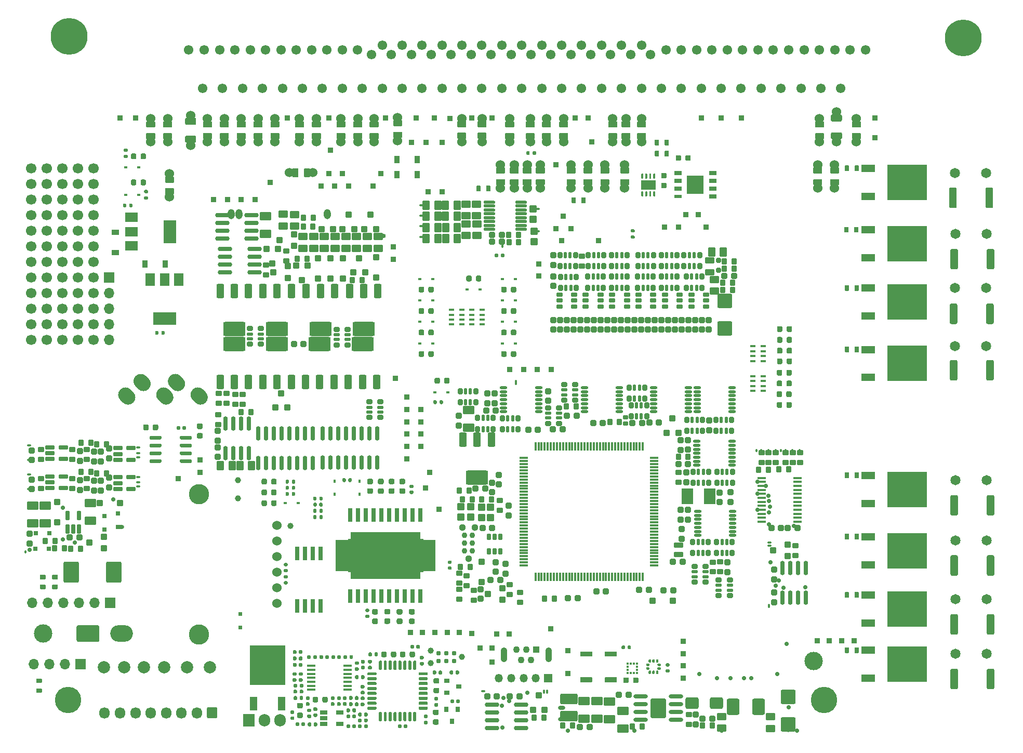
<source format=gts>
G75*
G70*
%OFA0B0*%
%FSLAX25Y25*%
%IPPOS*%
%LPD*%
%AMOC8*
5,1,8,0,0,1.08239X$1,22.5*
%
%AMM13*
21,1,0.076380,0.036220,0.000000,0.000000,0.000000*
21,1,0.061810,0.050790,0.000000,0.000000,0.000000*
1,1,0.014570,0.030910,-0.018110*
1,1,0.014570,-0.030910,-0.018110*
1,1,0.014570,-0.030910,0.018110*
1,1,0.014570,0.030910,0.018110*
%
%AMM14*
21,1,0.038980,0.026770,0.000000,0.000000,180.000000*
21,1,0.026770,0.038980,0.000000,0.000000,180.000000*
1,1,0.012210,-0.013390,0.013390*
1,1,0.012210,0.013390,0.013390*
1,1,0.012210,0.013390,-0.013390*
1,1,0.012210,-0.013390,-0.013390*
%
%AMM142*
21,1,0.040950,0.030320,-0.000000,-0.000000,0.000000*
21,1,0.028350,0.042910,-0.000000,-0.000000,0.000000*
1,1,0.012600,0.014170,-0.015160*
1,1,0.012600,-0.014170,-0.015160*
1,1,0.012600,-0.014170,0.015160*
1,1,0.012600,0.014170,0.015160*
%
%AMM143*
21,1,0.038980,0.026770,-0.000000,-0.000000,180.000000*
21,1,0.026770,0.038980,-0.000000,-0.000000,180.000000*
1,1,0.012210,-0.013390,0.013390*
1,1,0.012210,0.013390,0.013390*
1,1,0.012210,0.013390,-0.013390*
1,1,0.012210,-0.013390,-0.013390*
%
%AMM144*
21,1,0.033070,0.030710,-0.000000,-0.000000,0.000000*
21,1,0.022050,0.041730,-0.000000,-0.000000,0.000000*
1,1,0.011020,0.011020,-0.015350*
1,1,0.011020,-0.011020,-0.015350*
1,1,0.011020,-0.011020,0.015350*
1,1,0.011020,0.011020,0.015350*
%
%AMM148*
21,1,0.040950,0.030320,0.000000,-0.000000,90.000000*
21,1,0.028350,0.042910,0.000000,-0.000000,90.000000*
1,1,0.012600,0.015160,0.014170*
1,1,0.012600,0.015160,-0.014170*
1,1,0.012600,-0.015160,-0.014170*
1,1,0.012600,-0.015160,0.014170*
%
%AMM149*
21,1,0.038980,0.026770,0.000000,-0.000000,270.000000*
21,1,0.026770,0.038980,0.000000,-0.000000,270.000000*
1,1,0.012210,-0.013390,-0.013390*
1,1,0.012210,-0.013390,0.013390*
1,1,0.012210,0.013390,0.013390*
1,1,0.012210,0.013390,-0.013390*
%
%AMM15*
21,1,0.040950,0.030320,0.000000,0.000000,90.000000*
21,1,0.028350,0.042910,0.000000,0.000000,90.000000*
1,1,0.012600,0.015160,0.014170*
1,1,0.012600,0.015160,-0.014170*
1,1,0.012600,-0.015160,-0.014170*
1,1,0.012600,-0.015160,0.014170*
%
%AMM150*
21,1,0.033070,0.030710,0.000000,-0.000000,90.000000*
21,1,0.022050,0.041730,0.000000,-0.000000,90.000000*
1,1,0.011020,0.015350,0.011020*
1,1,0.011020,0.015350,-0.011020*
1,1,0.011020,-0.015350,-0.011020*
1,1,0.011020,-0.015350,0.011020*
%
%AMM16*
21,1,0.027170,0.052760,0.000000,0.000000,0.000000*
21,1,0.017320,0.062600,0.000000,0.000000,0.000000*
1,1,0.009840,0.008660,-0.026380*
1,1,0.009840,-0.008660,-0.026380*
1,1,0.009840,-0.008660,0.026380*
1,1,0.009840,0.008660,0.026380*
%
%AMM17*
21,1,0.100000,0.111020,0.000000,0.000000,180.000000*
21,1,0.075590,0.135430,0.000000,0.000000,180.000000*
1,1,0.024410,-0.037800,0.055510*
1,1,0.024410,0.037800,0.055510*
1,1,0.024410,0.037800,-0.055510*
1,1,0.024410,-0.037800,-0.055510*
%
%AMM18*
21,1,0.029130,0.018900,0.000000,0.000000,270.000000*
21,1,0.018900,0.029130,0.000000,0.000000,270.000000*
1,1,0.010240,-0.009450,-0.009450*
1,1,0.010240,-0.009450,0.009450*
1,1,0.010240,0.009450,0.009450*
1,1,0.010240,0.009450,-0.009450*
%
%AMM181*
21,1,0.044880,0.049210,-0.000000,-0.000000,270.000000*
21,1,0.031500,0.062600,-0.000000,-0.000000,270.000000*
1,1,0.013390,-0.024610,-0.015750*
1,1,0.013390,-0.024610,0.015750*
1,1,0.013390,0.024610,0.015750*
1,1,0.013390,0.024610,-0.015750*
%
%AMM182*
21,1,0.111810,0.050390,-0.000000,-0.000000,180.000000*
21,1,0.093700,0.068500,-0.000000,-0.000000,180.000000*
1,1,0.018110,-0.046850,0.025200*
1,1,0.018110,0.046850,0.025200*
1,1,0.018110,0.046850,-0.025200*
1,1,0.018110,-0.046850,-0.025200*
%
%AMM183*
21,1,0.080320,0.083460,-0.000000,-0.000000,0.000000*
21,1,0.059840,0.103940,-0.000000,-0.000000,0.000000*
1,1,0.020470,0.029920,-0.041730*
1,1,0.020470,-0.029920,-0.041730*
1,1,0.020470,-0.029920,0.041730*
1,1,0.020470,0.029920,0.041730*
%
%AMM184*
21,1,0.038980,0.026770,-0.000000,-0.000000,0.000000*
21,1,0.026770,0.038980,-0.000000,-0.000000,0.000000*
1,1,0.012210,0.013390,-0.013390*
1,1,0.012210,-0.013390,-0.013390*
1,1,0.012210,-0.013390,0.013390*
1,1,0.012210,0.013390,0.013390*
%
%AMM185*
21,1,0.038980,0.026770,-0.000000,-0.000000,90.000000*
21,1,0.026770,0.038980,-0.000000,-0.000000,90.000000*
1,1,0.012210,0.013390,0.013390*
1,1,0.012210,0.013390,-0.013390*
1,1,0.012210,-0.013390,-0.013390*
1,1,0.012210,-0.013390,0.013390*
%
%AMM186*
21,1,0.127560,0.075590,-0.000000,-0.000000,90.000000*
21,1,0.103150,0.100000,-0.000000,-0.000000,90.000000*
1,1,0.024410,0.037800,0.051580*
1,1,0.024410,0.037800,-0.051580*
1,1,0.024410,-0.037800,-0.051580*
1,1,0.024410,-0.037800,0.051580*
%
%AMM187*
21,1,0.084250,0.053540,-0.000000,-0.000000,0.000000*
21,1,0.065350,0.072440,-0.000000,-0.000000,0.000000*
1,1,0.018900,0.032680,-0.026770*
1,1,0.018900,-0.032680,-0.026770*
1,1,0.018900,-0.032680,0.026770*
1,1,0.018900,0.032680,0.026770*
%
%AMM188*
21,1,0.076380,0.036220,-0.000000,-0.000000,0.000000*
21,1,0.061810,0.050790,-0.000000,-0.000000,0.000000*
1,1,0.014570,0.030910,-0.018110*
1,1,0.014570,-0.030910,-0.018110*
1,1,0.014570,-0.030910,0.018110*
1,1,0.014570,0.030910,0.018110*
%
%AMM189*
21,1,0.092130,0.073230,-0.000000,-0.000000,270.000000*
21,1,0.069290,0.096060,-0.000000,-0.000000,270.000000*
1,1,0.022840,-0.036610,-0.034650*
1,1,0.022840,-0.036610,0.034650*
1,1,0.022840,0.036610,0.034650*
1,1,0.022840,0.036610,-0.034650*
%
%AMM19*
21,1,0.041340,0.026770,0.000000,0.000000,0.000000*
21,1,0.029130,0.038980,0.000000,0.000000,0.000000*
1,1,0.012210,0.014570,-0.013390*
1,1,0.012210,-0.014570,-0.013390*
1,1,0.012210,-0.014570,0.013390*
1,1,0.012210,0.014570,0.013390*
%
%AMM190*
21,1,0.033070,0.030710,-0.000000,-0.000000,270.000000*
21,1,0.022050,0.041730,-0.000000,-0.000000,270.000000*
1,1,0.011020,-0.015350,-0.011020*
1,1,0.011020,-0.015350,0.011020*
1,1,0.011020,0.015350,0.011020*
1,1,0.011020,0.015350,-0.011020*
%
%AMM197*
21,1,0.044880,0.049210,-0.000000,-0.000000,180.000000*
21,1,0.031500,0.062600,-0.000000,-0.000000,180.000000*
1,1,0.013390,-0.015750,0.024610*
1,1,0.013390,0.015750,0.024610*
1,1,0.013390,0.015750,-0.024610*
1,1,0.013390,-0.015750,-0.024610*
%
%AMM198*
21,1,0.044880,0.035430,-0.000000,-0.000000,90.000000*
21,1,0.031500,0.048820,-0.000000,-0.000000,90.000000*
1,1,0.013390,0.017720,0.015750*
1,1,0.013390,0.017720,-0.015750*
1,1,0.013390,-0.017720,-0.015750*
1,1,0.013390,-0.017720,0.015750*
%
%AMM20*
21,1,0.029130,0.018900,0.000000,0.000000,180.000000*
21,1,0.018900,0.029130,0.000000,0.000000,180.000000*
1,1,0.010240,-0.009450,0.009450*
1,1,0.010240,0.009450,0.009450*
1,1,0.010240,0.009450,-0.009450*
1,1,0.010240,-0.009450,-0.009450*
%
%AMM21*
21,1,0.033070,0.030710,0.000000,0.000000,0.000000*
21,1,0.022050,0.041730,0.000000,0.000000,0.000000*
1,1,0.011020,0.011020,-0.015350*
1,1,0.011020,-0.011020,-0.015350*
1,1,0.011020,-0.011020,0.015350*
1,1,0.011020,0.011020,0.015350*
%
%AMM22*
21,1,0.038980,0.026770,0.000000,0.000000,90.000000*
21,1,0.026770,0.038980,0.000000,0.000000,90.000000*
1,1,0.012210,0.013390,0.013390*
1,1,0.012210,0.013390,-0.013390*
1,1,0.012210,-0.013390,-0.013390*
1,1,0.012210,-0.013390,0.013390*
%
%AMM23*
21,1,0.041340,0.026770,0.000000,0.000000,90.000000*
21,1,0.029130,0.038980,0.000000,0.000000,90.000000*
1,1,0.012210,0.013390,0.014570*
1,1,0.012210,0.013390,-0.014570*
1,1,0.012210,-0.013390,-0.014570*
1,1,0.012210,-0.013390,0.014570*
%
%AMM230*
21,1,0.040950,0.050000,-0.000000,-0.000000,90.000000*
21,1,0.028350,0.062600,-0.000000,-0.000000,90.000000*
1,1,0.012600,0.025000,0.014170*
1,1,0.012600,0.025000,-0.014170*
1,1,0.012600,-0.025000,-0.014170*
1,1,0.012600,-0.025000,0.014170*
%
%AMM231*
21,1,0.092130,0.073230,-0.000000,-0.000000,90.000000*
21,1,0.069290,0.096060,-0.000000,-0.000000,90.000000*
1,1,0.022840,0.036610,0.034650*
1,1,0.022840,0.036610,-0.034650*
1,1,0.022840,-0.036610,-0.034650*
1,1,0.022840,-0.036610,0.034650*
%
%AMM232*
21,1,0.044880,0.049210,-0.000000,-0.000000,0.000000*
21,1,0.031500,0.062600,-0.000000,-0.000000,0.000000*
1,1,0.013390,0.015750,-0.024610*
1,1,0.013390,-0.015750,-0.024610*
1,1,0.013390,-0.015750,0.024610*
1,1,0.013390,0.015750,0.024610*
%
%AMM233*
21,1,0.029130,0.030710,-0.000000,-0.000000,270.000000*
21,1,0.018900,0.040950,-0.000000,-0.000000,270.000000*
1,1,0.010240,-0.015350,-0.009450*
1,1,0.010240,-0.015350,0.009450*
1,1,0.010240,0.015350,0.009450*
1,1,0.010240,0.015350,-0.009450*
%
%AMM234*
21,1,0.031100,0.026380,-0.000000,-0.000000,180.000000*
21,1,0.020470,0.037010,-0.000000,-0.000000,180.000000*
1,1,0.010630,-0.010240,0.013190*
1,1,0.010630,0.010240,0.013190*
1,1,0.010630,0.010240,-0.013190*
1,1,0.010630,-0.010240,-0.013190*
%
%AMM235*
21,1,0.023230,0.027950,-0.000000,-0.000000,180.000000*
21,1,0.014170,0.037010,-0.000000,-0.000000,180.000000*
1,1,0.009060,-0.007090,0.013980*
1,1,0.009060,0.007090,0.013980*
1,1,0.009060,0.007090,-0.013980*
1,1,0.009060,-0.007090,-0.013980*
%
%AMM236*
21,1,0.033070,0.030710,-0.000000,-0.000000,180.000000*
21,1,0.022050,0.041730,-0.000000,-0.000000,180.000000*
1,1,0.011020,-0.011020,0.015350*
1,1,0.011020,0.011020,0.015350*
1,1,0.011020,0.011020,-0.015350*
1,1,0.011020,-0.011020,-0.015350*
%
%AMM275*
21,1,0.040950,0.030320,-0.000000,-0.000000,90.000000*
21,1,0.028350,0.042910,-0.000000,-0.000000,90.000000*
1,1,0.012600,0.015160,0.014170*
1,1,0.012600,0.015160,-0.014170*
1,1,0.012600,-0.015160,-0.014170*
1,1,0.012600,-0.015160,0.014170*
%
%AMM276*
21,1,0.040950,0.030320,-0.000000,-0.000000,180.000000*
21,1,0.028350,0.042910,-0.000000,-0.000000,180.000000*
1,1,0.012600,-0.014170,0.015160*
1,1,0.012600,0.014170,0.015160*
1,1,0.012600,0.014170,-0.015160*
1,1,0.012600,-0.014170,-0.015160*
%
%AMM277*
21,1,0.076380,0.036220,-0.000000,-0.000000,180.000000*
21,1,0.061810,0.050790,-0.000000,-0.000000,180.000000*
1,1,0.014570,-0.030910,0.018110*
1,1,0.014570,0.030910,0.018110*
1,1,0.014570,0.030910,-0.018110*
1,1,0.014570,-0.030910,-0.018110*
%
%AMM278*
21,1,0.048820,0.075980,-0.000000,-0.000000,0.000000*
21,1,0.034650,0.090160,-0.000000,-0.000000,0.000000*
1,1,0.014170,0.017320,-0.037990*
1,1,0.014170,-0.017320,-0.037990*
1,1,0.014170,-0.017320,0.037990*
1,1,0.014170,0.017320,0.037990*
%
%AMM279*
21,1,0.048820,0.075990,-0.000000,-0.000000,0.000000*
21,1,0.034650,0.090160,-0.000000,-0.000000,0.000000*
1,1,0.014170,0.017320,-0.037990*
1,1,0.014170,-0.017320,-0.037990*
1,1,0.014170,-0.017320,0.037990*
1,1,0.014170,0.017320,0.037990*
%
%AMM280*
21,1,0.143310,0.067720,-0.000000,-0.000000,0.000000*
21,1,0.120870,0.090160,-0.000000,-0.000000,0.000000*
1,1,0.022440,0.060430,-0.033860*
1,1,0.022440,-0.060430,-0.033860*
1,1,0.022440,-0.060430,0.033860*
1,1,0.022440,0.060430,0.033860*
%
%AMM281*
21,1,0.031100,0.026380,-0.000000,-0.000000,270.000000*
21,1,0.020470,0.037010,-0.000000,-0.000000,270.000000*
1,1,0.010630,-0.013190,-0.010240*
1,1,0.010630,-0.013190,0.010240*
1,1,0.010630,0.013190,0.010240*
1,1,0.010630,0.013190,-0.010240*
%
%AMM282*
21,1,0.023230,0.027950,-0.000000,-0.000000,270.000000*
21,1,0.014170,0.037010,-0.000000,-0.000000,270.000000*
1,1,0.009060,-0.013980,-0.007090*
1,1,0.009060,-0.013980,0.007090*
1,1,0.009060,0.013980,0.007090*
1,1,0.009060,0.013980,-0.007090*
%
%AMM283*
21,1,0.041340,0.026770,-0.000000,-0.000000,270.000000*
21,1,0.029130,0.038980,-0.000000,-0.000000,270.000000*
1,1,0.012210,-0.013390,-0.014570*
1,1,0.012210,-0.013390,0.014570*
1,1,0.012210,0.013390,0.014570*
1,1,0.012210,0.013390,-0.014570*
%
%AMM29*
21,1,0.033070,0.030710,0.000000,0.000000,180.000000*
21,1,0.022050,0.041730,0.000000,0.000000,180.000000*
1,1,0.011020,-0.011020,0.015350*
1,1,0.011020,0.011020,0.015350*
1,1,0.011020,0.011020,-0.015350*
1,1,0.011020,-0.011020,-0.015350*
%
%AMM290*
21,1,0.033070,0.030710,-0.000000,-0.000000,90.000000*
21,1,0.022050,0.041730,-0.000000,-0.000000,90.000000*
1,1,0.011020,0.015350,0.011020*
1,1,0.011020,0.015350,-0.011020*
1,1,0.011020,-0.015350,-0.011020*
1,1,0.011020,-0.015350,0.011020*
%
%AMM350*
21,1,0.038980,0.026770,-0.000000,-0.000000,270.000000*
21,1,0.026770,0.038980,-0.000000,-0.000000,270.000000*
1,1,0.012210,-0.013390,-0.013390*
1,1,0.012210,-0.013390,0.013390*
1,1,0.012210,0.013390,0.013390*
1,1,0.012210,0.013390,-0.013390*
%
%AMM351*
21,1,0.015350,0.017720,-0.000000,-0.000000,0.000000*
21,1,0.000000,0.033070,-0.000000,-0.000000,0.000000*
1,1,0.015350,-0.000000,-0.008860*
1,1,0.015350,-0.000000,-0.008860*
1,1,0.015350,-0.000000,0.008860*
1,1,0.015350,-0.000000,0.008860*
%
%AMM352*
21,1,0.029130,0.030710,-0.000000,-0.000000,0.000000*
21,1,0.018900,0.040950,-0.000000,-0.000000,0.000000*
1,1,0.010240,0.009450,-0.015350*
1,1,0.010240,-0.009450,-0.015350*
1,1,0.010240,-0.009450,0.015350*
1,1,0.010240,0.009450,0.015350*
%
%AMM353*
21,1,0.033070,0.018900,-0.000000,-0.000000,0.000000*
21,1,0.022840,0.029130,-0.000000,-0.000000,0.000000*
1,1,0.010240,0.011420,-0.009450*
1,1,0.010240,-0.011420,-0.009450*
1,1,0.010240,-0.011420,0.009450*
1,1,0.010240,0.011420,0.009450*
%
%AMM354*
21,1,0.143310,0.067720,-0.000000,-0.000000,180.000000*
21,1,0.120870,0.090160,-0.000000,-0.000000,180.000000*
1,1,0.022440,-0.060430,0.033860*
1,1,0.022440,0.060430,0.033860*
1,1,0.022440,0.060430,-0.033860*
1,1,0.022440,-0.060430,-0.033860*
%
%AMM355*
21,1,0.048820,0.075980,-0.000000,-0.000000,180.000000*
21,1,0.034650,0.090160,-0.000000,-0.000000,180.000000*
1,1,0.014170,-0.017320,0.037990*
1,1,0.014170,0.017320,0.037990*
1,1,0.014170,0.017320,-0.037990*
1,1,0.014170,-0.017320,-0.037990*
%
%AMM356*
21,1,0.048820,0.075990,-0.000000,-0.000000,180.000000*
21,1,0.034650,0.090160,-0.000000,-0.000000,180.000000*
1,1,0.014170,-0.017320,0.037990*
1,1,0.014170,0.017320,0.037990*
1,1,0.014170,0.017320,-0.037990*
1,1,0.014170,-0.017320,-0.037990*
%
%AMM357*
21,1,0.041340,0.026770,-0.000000,-0.000000,90.000000*
21,1,0.029130,0.038980,-0.000000,-0.000000,90.000000*
1,1,0.012210,0.013390,0.014570*
1,1,0.012210,0.013390,-0.014570*
1,1,0.012210,-0.013390,-0.014570*
1,1,0.012210,-0.013390,0.014570*
%
%AMM358*
21,1,0.031100,0.026380,-0.000000,-0.000000,90.000000*
21,1,0.020470,0.037010,-0.000000,-0.000000,90.000000*
1,1,0.010630,0.013190,0.010240*
1,1,0.010630,0.013190,-0.010240*
1,1,0.010630,-0.013190,-0.010240*
1,1,0.010630,-0.013190,0.010240*
%
%AMM359*
21,1,0.023230,0.027950,-0.000000,-0.000000,90.000000*
21,1,0.014170,0.037010,-0.000000,-0.000000,90.000000*
1,1,0.009060,0.013980,0.007090*
1,1,0.009060,0.013980,-0.007090*
1,1,0.009060,-0.013980,-0.007090*
1,1,0.009060,-0.013980,0.007090*
%
%AMM360*
21,1,0.033070,0.049610,-0.000000,-0.000000,90.000000*
21,1,0.022050,0.060630,-0.000000,-0.000000,90.000000*
1,1,0.011020,0.024800,0.011020*
1,1,0.011020,0.024800,-0.011020*
1,1,0.011020,-0.024800,-0.011020*
1,1,0.011020,-0.024800,0.011020*
%
%AMM361*
21,1,0.041340,0.026770,-0.000000,-0.000000,0.000000*
21,1,0.029130,0.038980,-0.000000,-0.000000,0.000000*
1,1,0.012210,0.014570,-0.013390*
1,1,0.012210,-0.014570,-0.013390*
1,1,0.012210,-0.014570,0.013390*
1,1,0.012210,0.014570,0.013390*
%
%AMM42*
21,1,0.038980,0.026770,0.000000,0.000000,270.000000*
21,1,0.026770,0.038980,0.000000,0.000000,270.000000*
1,1,0.012210,-0.013390,-0.013390*
1,1,0.012210,-0.013390,0.013390*
1,1,0.012210,0.013390,0.013390*
1,1,0.012210,0.013390,-0.013390*
%
%AMM73*
21,1,0.027170,0.052760,0.000000,0.000000,270.000000*
21,1,0.017320,0.062600,0.000000,0.000000,270.000000*
1,1,0.009840,-0.026380,-0.008660*
1,1,0.009840,-0.026380,0.008660*
1,1,0.009840,0.026380,0.008660*
1,1,0.009840,0.026380,-0.008660*
%
%AMM74*
21,1,0.033070,0.030710,0.000000,0.000000,270.000000*
21,1,0.022050,0.041730,0.000000,0.000000,270.000000*
1,1,0.011020,-0.015350,-0.011020*
1,1,0.011020,-0.015350,0.011020*
1,1,0.011020,0.015350,0.011020*
1,1,0.011020,0.015350,-0.011020*
%
%ADD100R,0.07874X0.14961*%
%ADD101R,0.01772X0.02362*%
%ADD102R,0.04724X0.03543*%
%ADD109C,0.00039*%
%ADD11C,0.23622*%
%ADD110C,0.16929*%
%ADD12C,0.06102*%
%ADD13C,0.06000*%
%ADD14R,0.08661X0.04724*%
%ADD15R,0.25197X0.22835*%
%ADD16R,0.06693X0.06693*%
%ADD160M13*%
%ADD161M14*%
%ADD162M15*%
%ADD163M16*%
%ADD164O,0.04488X0.02520*%
%ADD165O,0.01339X0.02520*%
%ADD166M17*%
%ADD167M18*%
%ADD168M19*%
%ADD169M20*%
%ADD17O,0.06693X0.06693*%
%ADD170M21*%
%ADD171M22*%
%ADD172M23*%
%ADD173C,0.02913*%
%ADD18R,0.02520X0.08504*%
%ADD180O,0.02520X0.01535*%
%ADD181O,0.01535X0.02520*%
%ADD183O,0.09213X0.02913*%
%ADD185M29*%
%ADD186R,0.04724X0.08661*%
%ADD187R,0.22835X0.25197*%
%ADD188R,0.03543X0.03150*%
%ADD189R,0.05709X0.01772*%
%ADD19C,0.06496*%
%ADD190R,0.04803X0.02559*%
%ADD191R,0.03150X0.03543*%
%ADD192C,0.03100*%
%ADD193R,0.07500X0.07874*%
%ADD194O,0.07500X0.07874*%
%ADD196C,0.03900*%
%ADD20R,0.02362X0.01772*%
%ADD21R,0.03346X0.03346*%
%ADD215M42*%
%ADD216O,0.09213X0.02520*%
%ADD22R,0.03543X0.04724*%
%ADD222O,0.02520X0.04488*%
%ADD226O,0.07638X0.01929*%
%ADD23R,0.05315X0.05315*%
%ADD24O,0.05315X0.05315*%
%ADD241C,0.03701*%
%ADD25C,0.11811*%
%ADD252M73*%
%ADD253M74*%
%ADD26C,0.06693*%
%ADD267O,0.04488X0.06457*%
%ADD268O,0.03701X0.02913*%
%ADD27R,0.03543X0.01575*%
%ADD274O,0.02913X0.09213*%
%ADD28C,0.07874*%
%ADD284O,0.01339X0.02126*%
%ADD285O,0.05512X0.01535*%
%ADD29C,0.03937*%
%ADD30R,0.03150X0.08661*%
%ADD31R,0.08000X0.20000*%
%ADD314O,0.05669X0.01417*%
%ADD315O,0.01417X0.05669*%
%ADD32C,0.05118*%
%ADD320O,0.04882X0.01732*%
%ADD321R,0.07244X0.10000*%
%ADD325C,0.03651*%
%ADD328C,0.04451*%
%ADD33R,0.45000X0.30000*%
%ADD350M142*%
%ADD351M143*%
%ADD352M144*%
%ADD356M148*%
%ADD357M149*%
%ADD358M150*%
%ADD37O,0.01969X0.00984*%
%ADD39O,0.00984X0.01969*%
%ADD40C,0.02362*%
%ADD41R,0.01378X0.01476*%
%ADD410M181*%
%ADD411M182*%
%ADD412M183*%
%ADD413M184*%
%ADD414M185*%
%ADD415M186*%
%ADD416M187*%
%ADD417M188*%
%ADD418M189*%
%ADD419M190*%
%ADD42R,0.01476X0.01378*%
%ADD432M197*%
%ADD433M198*%
%ADD465M230*%
%ADD466M231*%
%ADD467M232*%
%ADD468M233*%
%ADD469M234*%
%ADD47O,0.14567X0.10630*%
%ADD470M235*%
%ADD471M236*%
%ADD525M275*%
%ADD526M276*%
%ADD527M277*%
%ADD528M278*%
%ADD529M279*%
%ADD530M280*%
%ADD531M281*%
%ADD532M282*%
%ADD533M283*%
%ADD544M290*%
%ADD59O,0.03937X0.01969*%
%ADD608M350*%
%ADD609M351*%
%ADD610M352*%
%ADD611M353*%
%ADD612M354*%
%ADD613M355*%
%ADD614M356*%
%ADD615M357*%
%ADD616M358*%
%ADD617M359*%
%ADD618M360*%
%ADD619M361*%
%ADD63O,0.06693X0.07283*%
%ADD64R,0.05157X0.02559*%
%ADD65R,0.05157X0.02362*%
%ADD66R,0.05217X0.05906*%
%ADD67R,0.04331X0.04331*%
%ADD68C,0.04331*%
%ADD69O,0.04331X0.09449*%
%ADD70C,0.13000*%
%ADD80O,0.03937X0.05906*%
%ADD81O,0.03150X0.02362*%
%ADD82R,0.09449X0.06299*%
%ADD85O,0.00787X0.01969*%
%ADD92O,0.00787X0.01575*%
%ADD93R,0.05906X0.07874*%
%ADD94R,0.14961X0.07874*%
%ADD99R,0.07874X0.05906*%
X0000000Y0000000D02*
%LPD*%
G01*
D109*
X0210554Y0104847D02*
X0208977Y0104847D01*
X0208977Y0125658D01*
X0210554Y0125658D01*
X0210554Y0104847D01*
G36*
X0210554Y0104847D02*
G01*
X0208977Y0104847D01*
X0208977Y0125658D01*
X0210554Y0125658D01*
X0210554Y0104847D01*
G37*
X0257025Y0104847D02*
X0255377Y0104847D01*
X0255377Y0125668D01*
X0257025Y0125668D01*
X0257025Y0104847D01*
G36*
X0257025Y0104847D02*
G01*
X0255377Y0104847D01*
X0255377Y0125668D01*
X0257025Y0125668D01*
X0257025Y0104847D01*
G37*
D11*
X0030050Y0448253D03*
X0603711Y0447268D03*
D12*
X0106861Y0439394D03*
X0126546Y0439394D03*
X0146231Y0439394D03*
X0165916Y0439394D03*
X0185601Y0439394D03*
X0205286Y0439394D03*
X0223987Y0436442D03*
X0236782Y0436442D03*
X0249577Y0436442D03*
X0262373Y0436442D03*
X0275168Y0436442D03*
X0287963Y0436442D03*
X0300758Y0436442D03*
X0313554Y0436442D03*
X0326349Y0436442D03*
X0339144Y0436442D03*
X0351940Y0436442D03*
X0364735Y0436442D03*
X0377530Y0436442D03*
X0390325Y0436442D03*
X0403121Y0436442D03*
X0422806Y0439394D03*
X0442491Y0439394D03*
X0462176Y0439394D03*
X0481861Y0439394D03*
X0501546Y0439394D03*
X0521231Y0439394D03*
X0540916Y0439394D03*
X0116703Y0439394D03*
X0136388Y0439394D03*
X0156073Y0439394D03*
X0175758Y0439394D03*
X0195444Y0439394D03*
X0215129Y0439394D03*
X0230877Y0442347D03*
X0243672Y0442347D03*
X0256467Y0442347D03*
X0269262Y0442347D03*
X0282058Y0442347D03*
X0294853Y0442347D03*
X0307648Y0442347D03*
X0320444Y0442347D03*
X0333239Y0442347D03*
X0346034Y0442347D03*
X0358829Y0442347D03*
X0371625Y0442347D03*
X0384420Y0442347D03*
X0397215Y0442347D03*
X0412963Y0439394D03*
X0432648Y0439394D03*
X0452333Y0439394D03*
X0472018Y0439394D03*
X0491703Y0439394D03*
X0511388Y0439394D03*
X0531073Y0439394D03*
X0115719Y0414788D03*
X0128514Y0414788D03*
X0141310Y0414788D03*
X0154105Y0414788D03*
X0166900Y0414788D03*
X0179695Y0414788D03*
X0192491Y0414788D03*
X0205286Y0414788D03*
X0218081Y0414788D03*
X0230877Y0414788D03*
X0243672Y0414788D03*
X0256467Y0414788D03*
X0269262Y0414788D03*
X0282058Y0414788D03*
X0294853Y0414788D03*
X0307648Y0414788D03*
X0320444Y0414788D03*
X0333239Y0414788D03*
X0346034Y0414788D03*
X0358829Y0414788D03*
X0371625Y0414788D03*
X0384420Y0414788D03*
X0397215Y0414788D03*
X0410010Y0414788D03*
X0422806Y0414788D03*
X0435601Y0414788D03*
X0448396Y0414788D03*
X0461192Y0414788D03*
X0473987Y0414788D03*
X0486782Y0414788D03*
X0499577Y0414788D03*
X0512373Y0414788D03*
X0525168Y0414788D03*
D13*
X0082387Y0395385D03*
G36*
G01*
X0079926Y0393593D02*
X0084847Y0393593D01*
G75*
G02*
X0085241Y0393200I0000000J-000394D01*
G01*
X0085241Y0390050D01*
G75*
G02*
X0084847Y0389656I-000394J0000000D01*
G01*
X0079926Y0389656D01*
G75*
G02*
X0079532Y0390050I0000000J0000394D01*
G01*
X0079532Y0393200D01*
G75*
G02*
X0079926Y0393593I0000394J0000000D01*
G01*
G37*
G36*
G01*
X0079926Y0386113D02*
X0084847Y0386113D01*
G75*
G02*
X0085241Y0385719I0000000J-000394D01*
G01*
X0085241Y0382570D01*
G75*
G02*
X0084847Y0382176I-000394J0000000D01*
G01*
X0079926Y0382176D01*
G75*
G02*
X0079532Y0382570I0000000J0000394D01*
G01*
X0079532Y0385719D01*
G75*
G02*
X0079926Y0386113I0000394J0000000D01*
G01*
G37*
X0082387Y0380385D03*
X0118804Y0395385D03*
G36*
G01*
X0116344Y0393593D02*
X0121265Y0393593D01*
G75*
G02*
X0121658Y0393200I0000000J-000394D01*
G01*
X0121658Y0390050D01*
G75*
G02*
X0121265Y0389656I-000394J0000000D01*
G01*
X0116344Y0389656D01*
G75*
G02*
X0115950Y0390050I0000000J0000394D01*
G01*
X0115950Y0393200D01*
G75*
G02*
X0116344Y0393593I0000394J0000000D01*
G01*
G37*
G36*
G01*
X0116344Y0386113D02*
X0121265Y0386113D01*
G75*
G02*
X0121658Y0385719I0000000J-000394D01*
G01*
X0121658Y0382570D01*
G75*
G02*
X0121265Y0382176I-000394J0000000D01*
G01*
X0116344Y0382176D01*
G75*
G02*
X0115950Y0382570I0000000J0000394D01*
G01*
X0115950Y0385719D01*
G75*
G02*
X0116344Y0386113I0000394J0000000D01*
G01*
G37*
X0118804Y0380385D03*
X0140458Y0395385D03*
G36*
G01*
X0137997Y0393593D02*
X0142918Y0393593D01*
G75*
G02*
X0143312Y0393200I0000000J-000394D01*
G01*
X0143312Y0390050D01*
G75*
G02*
X0142918Y0389656I-000394J0000000D01*
G01*
X0137997Y0389656D01*
G75*
G02*
X0137603Y0390050I0000000J0000394D01*
G01*
X0137603Y0393200D01*
G75*
G02*
X0137997Y0393593I0000394J0000000D01*
G01*
G37*
G36*
G01*
X0137997Y0386113D02*
X0142918Y0386113D01*
G75*
G02*
X0143312Y0385719I0000000J-000394D01*
G01*
X0143312Y0382570D01*
G75*
G02*
X0142918Y0382176I-000394J0000000D01*
G01*
X0137997Y0382176D01*
G75*
G02*
X0137603Y0382570I0000000J0000394D01*
G01*
X0137603Y0385719D01*
G75*
G02*
X0137997Y0386113I0000394J0000000D01*
G01*
G37*
X0140458Y0380385D03*
X0177859Y0395385D03*
G36*
G01*
X0175399Y0393593D02*
X0180320Y0393593D01*
G75*
G02*
X0180714Y0393200I0000000J-000394D01*
G01*
X0180714Y0390050D01*
G75*
G02*
X0180320Y0389656I-000394J0000000D01*
G01*
X0175399Y0389656D01*
G75*
G02*
X0175005Y0390050I0000000J0000394D01*
G01*
X0175005Y0393200D01*
G75*
G02*
X0175399Y0393593I0000394J0000000D01*
G01*
G37*
G36*
G01*
X0175399Y0386113D02*
X0180320Y0386113D01*
G75*
G02*
X0180714Y0385719I0000000J-000394D01*
G01*
X0180714Y0382570D01*
G75*
G02*
X0180320Y0382176I-000394J0000000D01*
G01*
X0175399Y0382176D01*
G75*
G02*
X0175005Y0382570I0000000J0000394D01*
G01*
X0175005Y0385719D01*
G75*
G02*
X0175399Y0386113I0000394J0000000D01*
G01*
G37*
X0177859Y0380385D03*
X0204434Y0395385D03*
G36*
G01*
X0201973Y0393593D02*
X0206895Y0393593D01*
G75*
G02*
X0207288Y0393200I0000000J-000394D01*
G01*
X0207288Y0390050D01*
G75*
G02*
X0206895Y0389656I-000394J0000000D01*
G01*
X0201973Y0389656D01*
G75*
G02*
X0201580Y0390050I0000000J0000394D01*
G01*
X0201580Y0393200D01*
G75*
G02*
X0201973Y0393593I0000394J0000000D01*
G01*
G37*
G36*
G01*
X0201973Y0386113D02*
X0206895Y0386113D01*
G75*
G02*
X0207288Y0385719I0000000J-000394D01*
G01*
X0207288Y0382570D01*
G75*
G02*
X0206895Y0382176I-000394J0000000D01*
G01*
X0201973Y0382176D01*
G75*
G02*
X0201580Y0382570I0000000J0000394D01*
G01*
X0201580Y0385719D01*
G75*
G02*
X0201973Y0386113I0000394J0000000D01*
G01*
G37*
X0204434Y0380385D03*
X0336324Y0395385D03*
G36*
G01*
X0333863Y0393593D02*
X0338784Y0393593D01*
G75*
G02*
X0339178Y0393200I0000000J-000394D01*
G01*
X0339178Y0390050D01*
G75*
G02*
X0338784Y0389656I-000394J0000000D01*
G01*
X0333863Y0389656D01*
G75*
G02*
X0333470Y0390050I0000000J0000394D01*
G01*
X0333470Y0393200D01*
G75*
G02*
X0333863Y0393593I0000394J0000000D01*
G01*
G37*
G36*
G01*
X0333863Y0386113D02*
X0338784Y0386113D01*
G75*
G02*
X0339178Y0385719I0000000J-000394D01*
G01*
X0339178Y0382570D01*
G75*
G02*
X0338784Y0382176I-000394J0000000D01*
G01*
X0333863Y0382176D01*
G75*
G02*
X0333470Y0382570I0000000J0000394D01*
G01*
X0333470Y0385719D01*
G75*
G02*
X0333863Y0386113I0000394J0000000D01*
G01*
G37*
X0336324Y0380385D03*
X0347347Y0395385D03*
G36*
G01*
X0344887Y0393593D02*
X0349808Y0393593D01*
G75*
G02*
X0350202Y0393200I0000000J-000394D01*
G01*
X0350202Y0390050D01*
G75*
G02*
X0349808Y0389656I-000394J0000000D01*
G01*
X0344887Y0389656D01*
G75*
G02*
X0344493Y0390050I0000000J0000394D01*
G01*
X0344493Y0393200D01*
G75*
G02*
X0344887Y0393593I0000394J0000000D01*
G01*
G37*
G36*
G01*
X0344887Y0386113D02*
X0349808Y0386113D01*
G75*
G02*
X0350202Y0385719I0000000J-000394D01*
G01*
X0350202Y0382570D01*
G75*
G02*
X0349808Y0382176I-000394J0000000D01*
G01*
X0344887Y0382176D01*
G75*
G02*
X0344493Y0382570I0000000J0000394D01*
G01*
X0344493Y0385719D01*
G75*
G02*
X0344887Y0386113I0000394J0000000D01*
G01*
G37*
X0347347Y0380385D03*
X0373725Y0365857D03*
G36*
G01*
X0371265Y0364066D02*
X0376186Y0364066D01*
G75*
G02*
X0376580Y0363672I0000000J-000394D01*
G01*
X0376580Y0360523D01*
G75*
G02*
X0376186Y0360129I-000394J0000000D01*
G01*
X0371265Y0360129D01*
G75*
G02*
X0370871Y0360523I0000000J0000394D01*
G01*
X0370871Y0363672D01*
G75*
G02*
X0371265Y0364066I0000394J0000000D01*
G01*
G37*
G36*
G01*
X0371265Y0356586D02*
X0376186Y0356586D01*
G75*
G02*
X0376580Y0356192I0000000J-000394D01*
G01*
X0376580Y0353042D01*
G75*
G02*
X0376186Y0352649I-000394J0000000D01*
G01*
X0371265Y0352649D01*
G75*
G02*
X0370871Y0353042I0000000J0000394D01*
G01*
X0370871Y0356192D01*
G75*
G02*
X0371265Y0356586I0000394J0000000D01*
G01*
G37*
X0373725Y0350857D03*
X0386521Y0365857D03*
G36*
G01*
X0384060Y0364066D02*
X0388981Y0364066D01*
G75*
G02*
X0389375Y0363672I0000000J-000394D01*
G01*
X0389375Y0360523D01*
G75*
G02*
X0388981Y0360129I-000394J0000000D01*
G01*
X0384060Y0360129D01*
G75*
G02*
X0383666Y0360523I0000000J0000394D01*
G01*
X0383666Y0363672D01*
G75*
G02*
X0384060Y0364066I0000394J0000000D01*
G01*
G37*
G36*
G01*
X0384060Y0356586D02*
X0388981Y0356586D01*
G75*
G02*
X0389375Y0356192I0000000J-000394D01*
G01*
X0389375Y0353042D01*
G75*
G02*
X0388981Y0352649I-000394J0000000D01*
G01*
X0384060Y0352649D01*
G75*
G02*
X0383666Y0353042I0000000J0000394D01*
G01*
X0383666Y0356192D01*
G75*
G02*
X0384060Y0356586I0000394J0000000D01*
G01*
G37*
X0386521Y0350857D03*
X0511521Y0395385D03*
G36*
G01*
X0509060Y0393593D02*
X0513981Y0393593D01*
G75*
G02*
X0514375Y0393200I0000000J-000394D01*
G01*
X0514375Y0390050D01*
G75*
G02*
X0513981Y0389656I-000394J0000000D01*
G01*
X0509060Y0389656D01*
G75*
G02*
X0508666Y0390050I0000000J0000394D01*
G01*
X0508666Y0393200D01*
G75*
G02*
X0509060Y0393593I0000394J0000000D01*
G01*
G37*
G36*
G01*
X0509060Y0386113D02*
X0513981Y0386113D01*
G75*
G02*
X0514375Y0385719I0000000J-000394D01*
G01*
X0514375Y0382570D01*
G75*
G02*
X0513981Y0382176I-000394J0000000D01*
G01*
X0509060Y0382176D01*
G75*
G02*
X0508666Y0382570I0000000J0000394D01*
G01*
X0508666Y0385719D01*
G75*
G02*
X0509060Y0386113I0000394J0000000D01*
G01*
G37*
X0511521Y0380385D03*
X0535143Y0395385D03*
G36*
G01*
X0532682Y0393593D02*
X0537603Y0393593D01*
G75*
G02*
X0537997Y0393200I0000000J-000394D01*
G01*
X0537997Y0390050D01*
G75*
G02*
X0537603Y0389656I-000394J0000000D01*
G01*
X0532682Y0389656D01*
G75*
G02*
X0532288Y0390050I0000000J0000394D01*
G01*
X0532288Y0393200D01*
G75*
G02*
X0532682Y0393593I0000394J0000000D01*
G01*
G37*
G36*
G01*
X0532682Y0386113D02*
X0537603Y0386113D01*
G75*
G02*
X0537997Y0385719I0000000J-000394D01*
G01*
X0537997Y0382570D01*
G75*
G02*
X0537603Y0382176I-000394J0000000D01*
G01*
X0532682Y0382176D01*
G75*
G02*
X0532288Y0382570I0000000J0000394D01*
G01*
X0532288Y0385719D01*
G75*
G02*
X0532682Y0386113I0000394J0000000D01*
G01*
G37*
X0535143Y0380385D03*
X0093214Y0395385D03*
G36*
G01*
X0090753Y0393593D02*
X0095674Y0393593D01*
G75*
G02*
X0096068Y0393200I0000000J-000394D01*
G01*
X0096068Y0390050D01*
G75*
G02*
X0095674Y0389656I-000394J0000000D01*
G01*
X0090753Y0389656D01*
G75*
G02*
X0090359Y0390050I0000000J0000394D01*
G01*
X0090359Y0393200D01*
G75*
G02*
X0090753Y0393593I0000394J0000000D01*
G01*
G37*
G36*
G01*
X0090753Y0386113D02*
X0095674Y0386113D01*
G75*
G02*
X0096068Y0385719I0000000J-000394D01*
G01*
X0096068Y0382570D01*
G75*
G02*
X0095674Y0382176I-000394J0000000D01*
G01*
X0090753Y0382176D01*
G75*
G02*
X0090359Y0382570I0000000J0000394D01*
G01*
X0090359Y0385719D01*
G75*
G02*
X0090753Y0386113I0000394J0000000D01*
G01*
G37*
X0093214Y0380385D03*
X0129631Y0395385D03*
G36*
G01*
X0127170Y0393593D02*
X0132092Y0393593D01*
G75*
G02*
X0132485Y0393200I0000000J-000394D01*
G01*
X0132485Y0390050D01*
G75*
G02*
X0132092Y0389656I-000394J0000000D01*
G01*
X0127170Y0389656D01*
G75*
G02*
X0126777Y0390050I0000000J0000394D01*
G01*
X0126777Y0393200D01*
G75*
G02*
X0127170Y0393593I0000394J0000000D01*
G01*
G37*
G36*
G01*
X0127170Y0386113D02*
X0132092Y0386113D01*
G75*
G02*
X0132485Y0385719I0000000J-000394D01*
G01*
X0132485Y0382570D01*
G75*
G02*
X0132092Y0382176I-000394J0000000D01*
G01*
X0127170Y0382176D01*
G75*
G02*
X0126777Y0382570I0000000J0000394D01*
G01*
X0126777Y0385719D01*
G75*
G02*
X0127170Y0386113I0000394J0000000D01*
G01*
G37*
X0129631Y0380385D03*
X0162111Y0395385D03*
G36*
G01*
X0159651Y0393593D02*
X0164572Y0393593D01*
G75*
G02*
X0164966Y0393200I0000000J-000394D01*
G01*
X0164966Y0390050D01*
G75*
G02*
X0164572Y0389656I-000394J0000000D01*
G01*
X0159651Y0389656D01*
G75*
G02*
X0159257Y0390050I0000000J0000394D01*
G01*
X0159257Y0393200D01*
G75*
G02*
X0159651Y0393593I0000394J0000000D01*
G01*
G37*
G36*
G01*
X0159651Y0386113D02*
X0164572Y0386113D01*
G75*
G02*
X0164966Y0385719I0000000J-000394D01*
G01*
X0164966Y0382570D01*
G75*
G02*
X0164572Y0382176I-000394J0000000D01*
G01*
X0159651Y0382176D01*
G75*
G02*
X0159257Y0382570I0000000J0000394D01*
G01*
X0159257Y0385719D01*
G75*
G02*
X0159651Y0386113I0000394J0000000D01*
G01*
G37*
X0162111Y0380385D03*
X0188686Y0395385D03*
G36*
G01*
X0186225Y0393593D02*
X0191147Y0393593D01*
G75*
G02*
X0191540Y0393200I0000000J-000394D01*
G01*
X0191540Y0390050D01*
G75*
G02*
X0191147Y0389656I-000394J0000000D01*
G01*
X0186225Y0389656D01*
G75*
G02*
X0185832Y0390050I0000000J0000394D01*
G01*
X0185832Y0393200D01*
G75*
G02*
X0186225Y0393593I0000394J0000000D01*
G01*
G37*
G36*
G01*
X0186225Y0386113D02*
X0191147Y0386113D01*
G75*
G02*
X0191540Y0385719I0000000J-000394D01*
G01*
X0191540Y0382570D01*
G75*
G02*
X0191147Y0382176I-000394J0000000D01*
G01*
X0186225Y0382176D01*
G75*
G02*
X0185832Y0382570I0000000J0000394D01*
G01*
X0185832Y0385719D01*
G75*
G02*
X0186225Y0386113I0000394J0000000D01*
G01*
G37*
X0188686Y0380385D03*
X0225694Y0395385D03*
G36*
G01*
X0223233Y0393593D02*
X0228155Y0393593D01*
G75*
G02*
X0228548Y0393200I0000000J-000394D01*
G01*
X0228548Y0390050D01*
G75*
G02*
X0228155Y0389656I-000394J0000000D01*
G01*
X0223233Y0389656D01*
G75*
G02*
X0222840Y0390050I0000000J0000394D01*
G01*
X0222840Y0393200D01*
G75*
G02*
X0223233Y0393593I0000394J0000000D01*
G01*
G37*
G36*
G01*
X0223233Y0386113D02*
X0228155Y0386113D01*
G75*
G02*
X0228548Y0385719I0000000J-000394D01*
G01*
X0228548Y0382570D01*
G75*
G02*
X0228155Y0382176I-000394J0000000D01*
G01*
X0223233Y0382176D01*
G75*
G02*
X0222840Y0382570I0000000J0000394D01*
G01*
X0222840Y0385719D01*
G75*
G02*
X0223233Y0386113I0000394J0000000D01*
G01*
G37*
X0225694Y0380385D03*
X0306796Y0365857D03*
G36*
G01*
X0304336Y0364066D02*
X0309257Y0364066D01*
G75*
G02*
X0309651Y0363672I0000000J-000394D01*
G01*
X0309651Y0360523D01*
G75*
G02*
X0309257Y0360129I-000394J0000000D01*
G01*
X0304336Y0360129D01*
G75*
G02*
X0303942Y0360523I0000000J0000394D01*
G01*
X0303942Y0363672D01*
G75*
G02*
X0304336Y0364066I0000394J0000000D01*
G01*
G37*
G36*
G01*
X0304336Y0356586D02*
X0309257Y0356586D01*
G75*
G02*
X0309651Y0356192I0000000J-000394D01*
G01*
X0309651Y0353042D01*
G75*
G02*
X0309257Y0352649I-000394J0000000D01*
G01*
X0304336Y0352649D01*
G75*
G02*
X0303942Y0353042I0000000J0000394D01*
G01*
X0303942Y0356192D01*
G75*
G02*
X0304336Y0356586I0000394J0000000D01*
G01*
G37*
X0306796Y0350857D03*
X0315655Y0365857D03*
G36*
G01*
X0313194Y0364066D02*
X0318115Y0364066D01*
G75*
G02*
X0318509Y0363672I0000000J-000394D01*
G01*
X0318509Y0360523D01*
G75*
G02*
X0318115Y0360129I-000394J0000000D01*
G01*
X0313194Y0360129D01*
G75*
G02*
X0312800Y0360523I0000000J0000394D01*
G01*
X0312800Y0363672D01*
G75*
G02*
X0313194Y0364066I0000394J0000000D01*
G01*
G37*
G36*
G01*
X0313194Y0356586D02*
X0318115Y0356586D01*
G75*
G02*
X0318509Y0356192I0000000J-000394D01*
G01*
X0318509Y0353042D01*
G75*
G02*
X0318115Y0352649I-000394J0000000D01*
G01*
X0313194Y0352649D01*
G75*
G02*
X0312800Y0353042I0000000J0000394D01*
G01*
X0312800Y0356192D01*
G75*
G02*
X0313194Y0356586I0000394J0000000D01*
G01*
G37*
X0315655Y0350857D03*
X0325891Y0395385D03*
G36*
G01*
X0323430Y0393594D02*
X0328351Y0393594D01*
G75*
G02*
X0328745Y0393200I0000000J-000394D01*
G01*
X0328745Y0390050D01*
G75*
G02*
X0328351Y0389657I-000394J0000000D01*
G01*
X0323430Y0389657D01*
G75*
G02*
X0323036Y0390050I0000000J0000394D01*
G01*
X0323036Y0393200D01*
G75*
G02*
X0323430Y0393594I0000394J0000000D01*
G01*
G37*
G36*
G01*
X0323430Y0386113D02*
X0328351Y0386113D01*
G75*
G02*
X0328745Y0385719I0000000J-000394D01*
G01*
X0328745Y0382570D01*
G75*
G02*
X0328351Y0382176I-000394J0000000D01*
G01*
X0323430Y0382176D01*
G75*
G02*
X0323036Y0382570I0000000J0000394D01*
G01*
X0323036Y0385719D01*
G75*
G02*
X0323430Y0386113I0000394J0000000D01*
G01*
G37*
X0325891Y0380385D03*
X0352072Y0365857D03*
G36*
G01*
X0349611Y0364066D02*
X0354532Y0364066D01*
G75*
G02*
X0354926Y0363672I0000000J-000394D01*
G01*
X0354926Y0360523D01*
G75*
G02*
X0354532Y0360129I-000394J0000000D01*
G01*
X0349611Y0360129D01*
G75*
G02*
X0349218Y0360523I0000000J0000394D01*
G01*
X0349218Y0363672D01*
G75*
G02*
X0349611Y0364066I0000394J0000000D01*
G01*
G37*
G36*
G01*
X0349611Y0356586D02*
X0354532Y0356586D01*
G75*
G02*
X0354926Y0356192I0000000J-000394D01*
G01*
X0354926Y0353042D01*
G75*
G02*
X0354532Y0352649I-000394J0000000D01*
G01*
X0349611Y0352649D01*
G75*
G02*
X0349218Y0353042I0000000J0000394D01*
G01*
X0349218Y0356192D01*
G75*
G02*
X0349611Y0356586I0000394J0000000D01*
G01*
G37*
X0352072Y0350857D03*
X0362899Y0365857D03*
G36*
G01*
X0360438Y0364066D02*
X0365359Y0364066D01*
G75*
G02*
X0365753Y0363672I0000000J-000394D01*
G01*
X0365753Y0360523D01*
G75*
G02*
X0365359Y0360129I-000394J0000000D01*
G01*
X0360438Y0360129D01*
G75*
G02*
X0360044Y0360523I0000000J0000394D01*
G01*
X0360044Y0363672D01*
G75*
G02*
X0360438Y0364066I0000394J0000000D01*
G01*
G37*
G36*
G01*
X0360438Y0356586D02*
X0365359Y0356586D01*
G75*
G02*
X0365753Y0356192I0000000J-000394D01*
G01*
X0365753Y0353042D01*
G75*
G02*
X0365359Y0352649I-000394J0000000D01*
G01*
X0360438Y0352649D01*
G75*
G02*
X0360044Y0353042I0000000J0000394D01*
G01*
X0360044Y0356192D01*
G75*
G02*
X0360438Y0356586I0000394J0000000D01*
G01*
G37*
X0362899Y0350857D03*
X0522347Y0399696D03*
G36*
G01*
X0518804Y0394401D02*
X0518804Y0397117D01*
G75*
G02*
X0519710Y0398023I0000906J0000000D01*
G01*
X0524985Y0398023D01*
G75*
G02*
X0525891Y0397117I0000000J-000906D01*
G01*
X0525891Y0394401D01*
G75*
G02*
X0524985Y0393495I-000906J0000000D01*
G01*
X0519710Y0393495D01*
G75*
G02*
X0518804Y0394401I0000000J0000906D01*
G01*
G37*
G36*
G01*
X0518804Y0382983D02*
X0518804Y0385700D01*
G75*
G02*
X0519710Y0386605I0000906J0000000D01*
G01*
X0524985Y0386605D01*
G75*
G02*
X0525891Y0385700I0000000J-000906D01*
G01*
X0525891Y0382983D01*
G75*
G02*
X0524985Y0382078I-000906J0000000D01*
G01*
X0519710Y0382078D01*
G75*
G02*
X0518804Y0382983I0000000J0000906D01*
G01*
G37*
X0522347Y0380405D03*
X0107977Y0397530D03*
G36*
G01*
X0104434Y0392235D02*
X0104434Y0394952D01*
G75*
G02*
X0105340Y0395857I0000906J0000000D01*
G01*
X0110615Y0395857D01*
G75*
G02*
X0111521Y0394952I0000000J-000906D01*
G01*
X0111521Y0392235D01*
G75*
G02*
X0110615Y0391330I-000906J0000000D01*
G01*
X0105340Y0391330D01*
G75*
G02*
X0104434Y0392235I0000000J0000906D01*
G01*
G37*
G36*
G01*
X0104434Y0380818D02*
X0104434Y0383534D01*
G75*
G02*
X0105340Y0384440I0000906J0000000D01*
G01*
X0110615Y0384440D01*
G75*
G02*
X0111521Y0383534I0000000J-000906D01*
G01*
X0111521Y0380818D01*
G75*
G02*
X0110615Y0379912I-000906J0000000D01*
G01*
X0105340Y0379912D01*
G75*
G02*
X0104434Y0380818I0000000J0000906D01*
G01*
G37*
X0107977Y0378239D03*
X0332387Y0365838D03*
G36*
G01*
X0329926Y0364046D02*
X0334847Y0364046D01*
G75*
G02*
X0335241Y0363653I0000000J-000394D01*
G01*
X0335241Y0360503D01*
G75*
G02*
X0334847Y0360109I-000394J0000000D01*
G01*
X0329926Y0360109D01*
G75*
G02*
X0329532Y0360503I0000000J0000394D01*
G01*
X0329532Y0363653D01*
G75*
G02*
X0329926Y0364046I0000394J0000000D01*
G01*
G37*
G36*
G01*
X0329926Y0356566D02*
X0334847Y0356566D01*
G75*
G02*
X0335241Y0356172I0000000J-000394D01*
G01*
X0335241Y0353023D01*
G75*
G02*
X0334847Y0352629I-000394J0000000D01*
G01*
X0329926Y0352629D01*
G75*
G02*
X0329532Y0353023I0000000J0000394D01*
G01*
X0329532Y0356172D01*
G75*
G02*
X0329926Y0356566I0000394J0000000D01*
G01*
G37*
X0332387Y0350838D03*
X0378844Y0395385D03*
G36*
G01*
X0376383Y0393593D02*
X0381304Y0393593D01*
G75*
G02*
X0381698Y0393200I0000000J-000394D01*
G01*
X0381698Y0390050D01*
G75*
G02*
X0381304Y0389656I-000394J0000000D01*
G01*
X0376383Y0389656D01*
G75*
G02*
X0375989Y0390050I0000000J0000394D01*
G01*
X0375989Y0393200D01*
G75*
G02*
X0376383Y0393593I0000394J0000000D01*
G01*
G37*
G36*
G01*
X0376383Y0386113D02*
X0381304Y0386113D01*
G75*
G02*
X0381698Y0385719I0000000J-000394D01*
G01*
X0381698Y0382570D01*
G75*
G02*
X0381304Y0382176I-000394J0000000D01*
G01*
X0376383Y0382176D01*
G75*
G02*
X0375989Y0382570I0000000J0000394D01*
G01*
X0375989Y0385719D01*
G75*
G02*
X0376383Y0386113I0000394J0000000D01*
G01*
G37*
X0378844Y0380385D03*
X0397347Y0395385D03*
G36*
G01*
X0394887Y0393593D02*
X0399808Y0393593D01*
G75*
G02*
X0400202Y0393200I0000000J-000394D01*
G01*
X0400202Y0390050D01*
G75*
G02*
X0399808Y0389656I-000394J0000000D01*
G01*
X0394887Y0389656D01*
G75*
G02*
X0394493Y0390050I0000000J0000394D01*
G01*
X0394493Y0393200D01*
G75*
G02*
X0394887Y0393593I0000394J0000000D01*
G01*
G37*
G36*
G01*
X0394887Y0386113D02*
X0399808Y0386113D01*
G75*
G02*
X0400202Y0385719I0000000J-000394D01*
G01*
X0400202Y0382570D01*
G75*
G02*
X0399808Y0382176I-000394J0000000D01*
G01*
X0394887Y0382176D01*
G75*
G02*
X0394493Y0382570I0000000J0000394D01*
G01*
X0394493Y0385719D01*
G75*
G02*
X0394887Y0386113I0000394J0000000D01*
G01*
G37*
X0397347Y0380385D03*
X0521166Y0365857D03*
G36*
G01*
X0518706Y0364066D02*
X0523627Y0364066D01*
G75*
G02*
X0524021Y0363672I0000000J-000394D01*
G01*
X0524021Y0360523D01*
G75*
G02*
X0523627Y0360129I-000394J0000000D01*
G01*
X0518706Y0360129D01*
G75*
G02*
X0518312Y0360523I0000000J0000394D01*
G01*
X0518312Y0363672D01*
G75*
G02*
X0518706Y0364066I0000394J0000000D01*
G01*
G37*
G36*
G01*
X0518706Y0356586D02*
X0523627Y0356586D01*
G75*
G02*
X0524021Y0356192I0000000J-000394D01*
G01*
X0524021Y0353042D01*
G75*
G02*
X0523627Y0352649I-000394J0000000D01*
G01*
X0518706Y0352649D01*
G75*
G02*
X0518312Y0353042I0000000J0000394D01*
G01*
X0518312Y0356192D01*
G75*
G02*
X0518706Y0356586I0000394J0000000D01*
G01*
G37*
X0521166Y0350857D03*
X0510340Y0365857D03*
G36*
G01*
X0507879Y0364066D02*
X0512800Y0364066D01*
G75*
G02*
X0513194Y0363672I0000000J-000394D01*
G01*
X0513194Y0360523D01*
G75*
G02*
X0512800Y0360129I-000394J0000000D01*
G01*
X0507879Y0360129D01*
G75*
G02*
X0507485Y0360523I0000000J0000394D01*
G01*
X0507485Y0363672D01*
G75*
G02*
X0507879Y0364066I0000394J0000000D01*
G01*
G37*
G36*
G01*
X0507879Y0356586D02*
X0512800Y0356586D01*
G75*
G02*
X0513194Y0356192I0000000J-000394D01*
G01*
X0513194Y0353042D01*
G75*
G02*
X0512800Y0352649I-000394J0000000D01*
G01*
X0507879Y0352649D01*
G75*
G02*
X0507485Y0353042I0000000J0000394D01*
G01*
X0507485Y0356192D01*
G75*
G02*
X0507879Y0356586I0000394J0000000D01*
G01*
G37*
X0510340Y0350857D03*
X0151284Y0395385D03*
G36*
G01*
X0148824Y0393593D02*
X0153745Y0393593D01*
G75*
G02*
X0154139Y0393200I0000000J-000394D01*
G01*
X0154139Y0390050D01*
G75*
G02*
X0153745Y0389656I-000394J0000000D01*
G01*
X0148824Y0389656D01*
G75*
G02*
X0148430Y0390050I0000000J0000394D01*
G01*
X0148430Y0393200D01*
G75*
G02*
X0148824Y0393593I0000394J0000000D01*
G01*
G37*
G36*
G01*
X0148824Y0386113D02*
X0153745Y0386113D01*
G75*
G02*
X0154139Y0385719I0000000J-000394D01*
G01*
X0154139Y0382570D01*
G75*
G02*
X0153745Y0382176I-000394J0000000D01*
G01*
X0148824Y0382176D01*
G75*
G02*
X0148430Y0382570I0000000J0000394D01*
G01*
X0148430Y0385719D01*
G75*
G02*
X0148824Y0386113I0000394J0000000D01*
G01*
G37*
X0151284Y0380385D03*
D14*
X0542815Y0127176D03*
D15*
X0567618Y0118200D03*
D14*
X0542815Y0109223D03*
X0542815Y0363397D03*
D15*
X0567618Y0354420D03*
D14*
X0542815Y0345444D03*
X0542815Y0166546D03*
D15*
X0567618Y0157570D03*
D14*
X0542815Y0148593D03*
X0542815Y0324027D03*
D15*
X0567618Y0315050D03*
D14*
X0542815Y0306074D03*
X0542815Y0247255D03*
D15*
X0567618Y0238279D03*
D14*
X0542815Y0229302D03*
X0542815Y0286625D03*
D15*
X0567618Y0277649D03*
D14*
X0542815Y0268672D03*
G36*
G01*
X0168332Y0102491D02*
X0169670Y0102491D01*
G75*
G02*
X0170221Y0101940I0000000J-000551D01*
G01*
X0170221Y0100838D01*
G75*
G02*
X0169670Y0100286I-000551J0000000D01*
G01*
X0168332Y0100286D01*
G75*
G02*
X0167781Y0100838I0000000J0000551D01*
G01*
X0167781Y0101940D01*
G75*
G02*
X0168332Y0102491I0000551J0000000D01*
G01*
G37*
G36*
G01*
X0168332Y0098712D02*
X0169670Y0098712D01*
G75*
G02*
X0170221Y0098160I0000000J-000551D01*
G01*
X0170221Y0097058D01*
G75*
G02*
X0169670Y0096507I-000551J0000000D01*
G01*
X0168332Y0096507D01*
G75*
G02*
X0167781Y0097058I0000000J0000551D01*
G01*
X0167781Y0098160D01*
G75*
G02*
X0168332Y0098712I0000551J0000000D01*
G01*
G37*
G36*
G01*
X0169670Y0104381D02*
X0168332Y0104381D01*
G75*
G02*
X0167781Y0104932I0000000J0000551D01*
G01*
X0167781Y0106034D01*
G75*
G02*
X0168332Y0106586I0000551J0000000D01*
G01*
X0169670Y0106586D01*
G75*
G02*
X0170221Y0106034I0000000J-000551D01*
G01*
X0170221Y0104932D01*
G75*
G02*
X0169670Y0104381I-000551J0000000D01*
G01*
G37*
G36*
G01*
X0169670Y0108160D02*
X0168332Y0108160D01*
G75*
G02*
X0167781Y0108712I0000000J0000551D01*
G01*
X0167781Y0109814D01*
G75*
G02*
X0168332Y0110365I0000551J0000000D01*
G01*
X0169670Y0110365D01*
G75*
G02*
X0170221Y0109814I0000000J-000551D01*
G01*
X0170221Y0108712D01*
G75*
G02*
X0169670Y0108160I-000551J0000000D01*
G01*
G37*
D16*
X0055741Y0293420D03*
D17*
X0055741Y0283420D03*
X0055741Y0273420D03*
X0055741Y0263420D03*
X0055741Y0253420D03*
D18*
X0176265Y0082688D03*
X0181265Y0082688D03*
X0186265Y0082688D03*
X0191265Y0082688D03*
X0191265Y0116310D03*
X0186265Y0116310D03*
X0181265Y0116310D03*
X0176265Y0116310D03*
D110*
X0514261Y0022294D03*
X0029261Y0022294D03*
G36*
G01*
X0064552Y0338928D02*
X0064552Y0340385D01*
G75*
G02*
X0065084Y0340916I0000531J0000000D01*
G01*
X0066147Y0340916D01*
G75*
G02*
X0066678Y0340385I0000000J-000531D01*
G01*
X0066678Y0338928D01*
G75*
G02*
X0066147Y0338397I-000531J0000000D01*
G01*
X0065084Y0338397D01*
G75*
G02*
X0064552Y0338928I0000000J0000531D01*
G01*
G37*
G36*
G01*
X0068568Y0338928D02*
X0068568Y0340385D01*
G75*
G02*
X0069099Y0340916I0000531J0000000D01*
G01*
X0070162Y0340916D01*
G75*
G02*
X0070694Y0340385I0000000J-000531D01*
G01*
X0070694Y0338928D01*
G75*
G02*
X0070162Y0338397I-000531J0000000D01*
G01*
X0069099Y0338397D01*
G75*
G02*
X0068568Y0338928I0000000J0000531D01*
G01*
G37*
D19*
X0618371Y0286704D03*
X0598371Y0286704D03*
D20*
X0263292Y0278830D03*
X0255025Y0278830D03*
G36*
G01*
X0595477Y0065345D02*
X0595477Y0076566D01*
G75*
G02*
X0596462Y0077550I0000984J0000000D01*
G01*
X0599316Y0077550D01*
G75*
G02*
X0600300Y0076566I0000000J-000984D01*
G01*
X0600300Y0065345D01*
G75*
G02*
X0599316Y0064361I-000984J0000000D01*
G01*
X0596462Y0064361D01*
G75*
G02*
X0595477Y0065345I0000000J0000984D01*
G01*
G37*
G36*
G01*
X0618804Y0065345D02*
X0618804Y0076566D01*
G75*
G02*
X0619788Y0077550I0000984J0000000D01*
G01*
X0622643Y0077550D01*
G75*
G02*
X0623627Y0076566I0000000J-000984D01*
G01*
X0623627Y0065345D01*
G75*
G02*
X0622643Y0064361I-000984J0000000D01*
G01*
X0619788Y0064361D01*
G75*
G02*
X0618804Y0065345I0000000J0000984D01*
G01*
G37*
G36*
G01*
X0484208Y0259317D02*
X0484208Y0261335D01*
G75*
G02*
X0485069Y0262196I0000861J0000000D01*
G01*
X0486791Y0262196D01*
G75*
G02*
X0487653Y0261335I0000000J-000861D01*
G01*
X0487653Y0259317D01*
G75*
G02*
X0486791Y0258456I-000861J0000000D01*
G01*
X0485069Y0258456D01*
G75*
G02*
X0484208Y0259317I0000000J0000861D01*
G01*
G37*
G36*
G01*
X0490408Y0259317D02*
X0490408Y0261335D01*
G75*
G02*
X0491270Y0262196I0000861J0000000D01*
G01*
X0492992Y0262196D01*
G75*
G02*
X0493853Y0261335I0000000J-000861D01*
G01*
X0493853Y0259317D01*
G75*
G02*
X0492992Y0258456I-000861J0000000D01*
G01*
X0491270Y0258456D01*
G75*
G02*
X0490408Y0259317I0000000J0000861D01*
G01*
G37*
D21*
X0331403Y0302255D03*
G36*
G01*
X0254336Y0257152D02*
X0254336Y0259169D01*
G75*
G02*
X0255197Y0260030I0000861J0000000D01*
G01*
X0256919Y0260030D01*
G75*
G02*
X0257781Y0259169I0000000J-000861D01*
G01*
X0257781Y0257152D01*
G75*
G02*
X0256919Y0256290I-000861J0000000D01*
G01*
X0255197Y0256290D01*
G75*
G02*
X0254336Y0257152I0000000J0000861D01*
G01*
G37*
G36*
G01*
X0260536Y0257152D02*
X0260536Y0259169D01*
G75*
G02*
X0261398Y0260030I0000861J0000000D01*
G01*
X0263120Y0260030D01*
G75*
G02*
X0263981Y0259169I0000000J-000861D01*
G01*
X0263981Y0257152D01*
G75*
G02*
X0263120Y0256290I-000861J0000000D01*
G01*
X0261398Y0256290D01*
G75*
G02*
X0260536Y0257152I0000000J0000861D01*
G01*
G37*
D22*
X0078844Y0302255D03*
X0091836Y0302255D03*
D23*
X0337308Y0036507D03*
D24*
X0329434Y0036507D03*
X0321560Y0036507D03*
X0313686Y0036507D03*
X0305812Y0036507D03*
D25*
X0507584Y0047334D03*
G36*
G01*
X0316934Y0272949D02*
X0316934Y0270931D01*
G75*
G02*
X0316073Y0270070I-000861J0000000D01*
G01*
X0314350Y0270070D01*
G75*
G02*
X0313489Y0270931I0000000J0000861D01*
G01*
X0313489Y0272949D01*
G75*
G02*
X0314350Y0273810I0000861J0000000D01*
G01*
X0316073Y0273810D01*
G75*
G02*
X0316934Y0272949I0000000J-000861D01*
G01*
G37*
G36*
G01*
X0310733Y0272949D02*
X0310733Y0270931D01*
G75*
G02*
X0309872Y0270070I-000861J0000000D01*
G01*
X0308150Y0270070D01*
G75*
G02*
X0307288Y0270931I0000000J0000861D01*
G01*
X0307288Y0272949D01*
G75*
G02*
X0308150Y0273810I0000861J0000000D01*
G01*
X0309872Y0273810D01*
G75*
G02*
X0310733Y0272949I0000000J-000861D01*
G01*
G37*
D21*
X0369788Y0317019D03*
X0114080Y0176468D03*
X0267426Y0144775D03*
G36*
G01*
X0390910Y0324420D02*
X0392367Y0324420D01*
G75*
G02*
X0392899Y0323889I0000000J-000531D01*
G01*
X0392899Y0322826D01*
G75*
G02*
X0392367Y0322294I-000531J0000000D01*
G01*
X0390910Y0322294D01*
G75*
G02*
X0390379Y0322826I0000000J0000531D01*
G01*
X0390379Y0323889D01*
G75*
G02*
X0390910Y0324420I0000531J0000000D01*
G01*
G37*
G36*
G01*
X0390910Y0320405D02*
X0392367Y0320405D01*
G75*
G02*
X0392899Y0319873I0000000J-000531D01*
G01*
X0392899Y0318810D01*
G75*
G02*
X0392367Y0318279I-000531J0000000D01*
G01*
X0390910Y0318279D01*
G75*
G02*
X0390379Y0318810I0000000J0000531D01*
G01*
X0390379Y0319873D01*
G75*
G02*
X0390910Y0320405I0000531J0000000D01*
G01*
G37*
X0517820Y0060326D03*
X0248922Y0065641D03*
G36*
G01*
X0241068Y0080818D02*
X0243036Y0080818D01*
G75*
G02*
X0243922Y0079932I0000000J-000886D01*
G01*
X0243922Y0078160D01*
G75*
G02*
X0243036Y0077275I-000886J0000000D01*
G01*
X0241068Y0077275D01*
G75*
G02*
X0240182Y0078160I0000000J0000886D01*
G01*
X0240182Y0079932D01*
G75*
G02*
X0241068Y0080818I0000886J0000000D01*
G01*
G37*
G36*
G01*
X0241068Y0074716D02*
X0243036Y0074716D01*
G75*
G02*
X0243922Y0073830I0000000J-000886D01*
G01*
X0243922Y0072058D01*
G75*
G02*
X0243036Y0071172I-000886J0000000D01*
G01*
X0241068Y0071172D01*
G75*
G02*
X0240182Y0072058I0000000J0000886D01*
G01*
X0240182Y0073830D01*
G75*
G02*
X0241068Y0074716I0000886J0000000D01*
G01*
G37*
X0062702Y0395759D03*
G36*
G01*
X0254336Y0243372D02*
X0254336Y0245390D01*
G75*
G02*
X0255197Y0246251I0000861J0000000D01*
G01*
X0256919Y0246251D01*
G75*
G02*
X0257781Y0245390I0000000J-000861D01*
G01*
X0257781Y0243372D01*
G75*
G02*
X0256919Y0242511I-000861J0000000D01*
G01*
X0255197Y0242511D01*
G75*
G02*
X0254336Y0243372I0000000J0000861D01*
G01*
G37*
G36*
G01*
X0260536Y0243372D02*
X0260536Y0245390D01*
G75*
G02*
X0261398Y0246251I0000861J0000000D01*
G01*
X0263120Y0246251D01*
G75*
G02*
X0263981Y0245390I0000000J-000861D01*
G01*
X0263981Y0243372D01*
G75*
G02*
X0263120Y0242511I-000861J0000000D01*
G01*
X0261398Y0242511D01*
G75*
G02*
X0260536Y0243372I0000000J0000861D01*
G01*
G37*
D20*
X0066442Y0346546D03*
X0074710Y0346546D03*
D21*
X0239277Y0228830D03*
X0280418Y0065641D03*
X0196560Y0360134D03*
D26*
X0005741Y0303420D03*
X0015741Y0303420D03*
X0025741Y0303420D03*
X0035741Y0303420D03*
X0045741Y0303420D03*
X0005741Y0293420D03*
X0015741Y0293420D03*
X0025741Y0293420D03*
X0035741Y0293420D03*
X0045741Y0293420D03*
X0005741Y0283420D03*
X0015741Y0283420D03*
X0025741Y0283420D03*
X0035741Y0283420D03*
X0045741Y0283420D03*
D21*
X0274316Y0395562D03*
G36*
G01*
X0168883Y0153889D02*
X0168883Y0155345D01*
G75*
G02*
X0169414Y0155877I0000531J0000000D01*
G01*
X0170477Y0155877D01*
G75*
G02*
X0171009Y0155345I0000000J-000531D01*
G01*
X0171009Y0153889D01*
G75*
G02*
X0170477Y0153357I-000531J0000000D01*
G01*
X0169414Y0153357D01*
G75*
G02*
X0168883Y0153889I0000000J0000531D01*
G01*
G37*
G36*
G01*
X0172899Y0153889D02*
X0172899Y0155345D01*
G75*
G02*
X0173430Y0155877I0000531J0000000D01*
G01*
X0174493Y0155877D01*
G75*
G02*
X0175025Y0155345I0000000J-000531D01*
G01*
X0175025Y0153889D01*
G75*
G02*
X0174493Y0153357I-000531J0000000D01*
G01*
X0173430Y0153357D01*
G75*
G02*
X0172899Y0153889I0000000J0000531D01*
G01*
G37*
X0264670Y0065641D03*
D27*
X0282190Y0263279D03*
X0282190Y0266428D03*
X0282190Y0269578D03*
X0282190Y0272727D03*
X0275497Y0272727D03*
X0275497Y0269578D03*
X0275497Y0266428D03*
X0275497Y0263279D03*
D14*
X0542815Y0089775D03*
D15*
X0567618Y0080798D03*
D14*
X0542815Y0071822D03*
D21*
X0272544Y0065641D03*
X0264473Y0395759D03*
D28*
X0090907Y0043397D03*
D21*
X0304434Y0064853D03*
G36*
G01*
X0254336Y0270931D02*
X0254336Y0272949D01*
G75*
G02*
X0255197Y0273810I0000861J0000000D01*
G01*
X0256919Y0273810D01*
G75*
G02*
X0257781Y0272949I0000000J-000861D01*
G01*
X0257781Y0270931D01*
G75*
G02*
X0256919Y0270070I-000861J0000000D01*
G01*
X0255197Y0270070D01*
G75*
G02*
X0254336Y0270931I0000000J0000861D01*
G01*
G37*
G36*
G01*
X0260536Y0270931D02*
X0260536Y0272949D01*
G75*
G02*
X0261398Y0273810I0000861J0000000D01*
G01*
X0263120Y0273810D01*
G75*
G02*
X0263981Y0272949I0000000J-000861D01*
G01*
X0263981Y0270931D01*
G75*
G02*
X0263120Y0270070I-000861J0000000D01*
G01*
X0261398Y0270070D01*
G75*
G02*
X0260536Y0270931I0000000J0000861D01*
G01*
G37*
G36*
G01*
X0595084Y0228338D02*
X0595084Y0239558D01*
G75*
G02*
X0596068Y0240542I0000984J0000000D01*
G01*
X0598922Y0240542D01*
G75*
G02*
X0599907Y0239558I0000000J-000984D01*
G01*
X0599907Y0228338D01*
G75*
G02*
X0598922Y0227353I-000984J0000000D01*
G01*
X0596068Y0227353D01*
G75*
G02*
X0595084Y0228338I0000000J0000984D01*
G01*
G37*
G36*
G01*
X0618410Y0228338D02*
X0618410Y0239558D01*
G75*
G02*
X0619395Y0240542I0000984J0000000D01*
G01*
X0622249Y0240542D01*
G75*
G02*
X0623233Y0239558I0000000J-000984D01*
G01*
X0623233Y0228338D01*
G75*
G02*
X0622249Y0227353I-000984J0000000D01*
G01*
X0619395Y0227353D01*
G75*
G02*
X0618410Y0228338I0000000J0000984D01*
G01*
G37*
G36*
G01*
X0264523Y0226246D02*
X0264523Y0228264D01*
G75*
G02*
X0265384Y0229125I0000861J0000000D01*
G01*
X0267106Y0229125D01*
G75*
G02*
X0267968Y0228264I0000000J-000861D01*
G01*
X0267968Y0226246D01*
G75*
G02*
X0267106Y0225385I-000861J0000000D01*
G01*
X0265384Y0225385D01*
G75*
G02*
X0264523Y0226246I0000000J0000861D01*
G01*
G37*
G36*
G01*
X0270723Y0226246D02*
X0270723Y0228264D01*
G75*
G02*
X0271585Y0229125I0000861J0000000D01*
G01*
X0273307Y0229125D01*
G75*
G02*
X0274168Y0228264I0000000J-000861D01*
G01*
X0274168Y0226246D01*
G75*
G02*
X0273307Y0225385I-000861J0000000D01*
G01*
X0271585Y0225385D01*
G75*
G02*
X0270723Y0226246I0000000J0000861D01*
G01*
G37*
X0191639Y0352260D03*
G36*
G01*
X0224119Y0154716D02*
X0222151Y0154716D01*
G75*
G02*
X0221265Y0155601I0000000J0000886D01*
G01*
X0221265Y0157373D01*
G75*
G02*
X0222151Y0158259I0000886J0000000D01*
G01*
X0224119Y0158259D01*
G75*
G02*
X0225005Y0157373I0000000J-000886D01*
G01*
X0225005Y0155601D01*
G75*
G02*
X0224119Y0154716I-000886J0000000D01*
G01*
G37*
G36*
G01*
X0224119Y0160818D02*
X0222151Y0160818D01*
G75*
G02*
X0221265Y0161704I0000000J0000886D01*
G01*
X0221265Y0163475D01*
G75*
G02*
X0222151Y0164361I0000886J0000000D01*
G01*
X0224119Y0164361D01*
G75*
G02*
X0225005Y0163475I0000000J-000886D01*
G01*
X0225005Y0161704D01*
G75*
G02*
X0224119Y0160818I-000886J0000000D01*
G01*
G37*
G36*
G01*
X0168883Y0161763D02*
X0168883Y0163219D01*
G75*
G02*
X0169414Y0163751I0000531J0000000D01*
G01*
X0170477Y0163751D01*
G75*
G02*
X0171009Y0163219I0000000J-000531D01*
G01*
X0171009Y0161763D01*
G75*
G02*
X0170477Y0161231I-000531J0000000D01*
G01*
X0169414Y0161231D01*
G75*
G02*
X0168883Y0161763I0000000J0000531D01*
G01*
G37*
G36*
G01*
X0172899Y0161763D02*
X0172899Y0163219D01*
G75*
G02*
X0173430Y0163751I0000531J0000000D01*
G01*
X0174493Y0163751D01*
G75*
G02*
X0175025Y0163219I0000000J-000531D01*
G01*
X0175025Y0161763D01*
G75*
G02*
X0174493Y0161231I-000531J0000000D01*
G01*
X0173430Y0161231D01*
G75*
G02*
X0172899Y0161763I0000000J0000531D01*
G01*
G37*
G36*
G01*
X0484208Y0245537D02*
X0484208Y0247555D01*
G75*
G02*
X0485069Y0248416I0000861J0000000D01*
G01*
X0486791Y0248416D01*
G75*
G02*
X0487653Y0247555I0000000J-000861D01*
G01*
X0487653Y0245537D01*
G75*
G02*
X0486791Y0244676I-000861J0000000D01*
G01*
X0485069Y0244676D01*
G75*
G02*
X0484208Y0245537I0000000J0000861D01*
G01*
G37*
G36*
G01*
X0490408Y0245537D02*
X0490408Y0247555D01*
G75*
G02*
X0491270Y0248416I0000861J0000000D01*
G01*
X0492992Y0248416D01*
G75*
G02*
X0493853Y0247555I0000000J-000861D01*
G01*
X0493853Y0245537D01*
G75*
G02*
X0492992Y0244676I-000861J0000000D01*
G01*
X0491270Y0244676D01*
G75*
G02*
X0490408Y0245537I0000000J0000861D01*
G01*
G37*
X0246757Y0208751D03*
G36*
G01*
X0237899Y0154716D02*
X0235930Y0154716D01*
G75*
G02*
X0235044Y0155601I0000000J0000886D01*
G01*
X0235044Y0157373D01*
G75*
G02*
X0235930Y0158259I0000886J0000000D01*
G01*
X0237899Y0158259D01*
G75*
G02*
X0238784Y0157373I0000000J-000886D01*
G01*
X0238784Y0155601D01*
G75*
G02*
X0237899Y0154716I-000886J0000000D01*
G01*
G37*
G36*
G01*
X0237899Y0160818D02*
X0235930Y0160818D01*
G75*
G02*
X0235044Y0161704I0000000J0000886D01*
G01*
X0235044Y0163475D01*
G75*
G02*
X0235930Y0164361I0000886J0000000D01*
G01*
X0237899Y0164361D01*
G75*
G02*
X0238784Y0163475I0000000J-000886D01*
G01*
X0238784Y0161704D01*
G75*
G02*
X0237899Y0160818I-000886J0000000D01*
G01*
G37*
X0533568Y0060326D03*
X0350103Y0039460D03*
G36*
G01*
X0233194Y0080916D02*
X0235162Y0080916D01*
G75*
G02*
X0236048Y0080030I0000000J-000886D01*
G01*
X0236048Y0078259D01*
G75*
G02*
X0235162Y0077373I-000886J0000000D01*
G01*
X0233194Y0077373D01*
G75*
G02*
X0232308Y0078259I0000000J0000886D01*
G01*
X0232308Y0080030D01*
G75*
G02*
X0233194Y0080916I0000886J0000000D01*
G01*
G37*
G36*
G01*
X0233194Y0074814D02*
X0235162Y0074814D01*
G75*
G02*
X0236048Y0073928I0000000J-000886D01*
G01*
X0236048Y0072156D01*
G75*
G02*
X0235162Y0071271I-000886J0000000D01*
G01*
X0233194Y0071271D01*
G75*
G02*
X0232308Y0072156I0000000J0000886D01*
G01*
X0232308Y0073928D01*
G75*
G02*
X0233194Y0074814I0000886J0000000D01*
G01*
G37*
D13*
X0312702Y0395385D03*
G36*
G01*
X0310241Y0393593D02*
X0315162Y0393593D01*
G75*
G02*
X0315556Y0393200I0000000J-000394D01*
G01*
X0315556Y0390050D01*
G75*
G02*
X0315162Y0389656I-000394J0000000D01*
G01*
X0310241Y0389656D01*
G75*
G02*
X0309847Y0390050I0000000J0000394D01*
G01*
X0309847Y0393200D01*
G75*
G02*
X0310241Y0393593I0000394J0000000D01*
G01*
G37*
G36*
G01*
X0310241Y0386113D02*
X0315162Y0386113D01*
G75*
G02*
X0315556Y0385719I0000000J-000394D01*
G01*
X0315556Y0382570D01*
G75*
G02*
X0315162Y0382176I-000394J0000000D01*
G01*
X0310241Y0382176D01*
G75*
G02*
X0309847Y0382570I0000000J0000394D01*
G01*
X0309847Y0385719D01*
G75*
G02*
X0310241Y0386113I0000394J0000000D01*
G01*
G37*
X0312702Y0380385D03*
G36*
G01*
X0211363Y0164145D02*
X0211363Y0162806D01*
G75*
G02*
X0210812Y0162255I-000551J0000000D01*
G01*
X0209710Y0162255D01*
G75*
G02*
X0209158Y0162806I0000000J0000551D01*
G01*
X0209158Y0164145D01*
G75*
G02*
X0209710Y0164696I0000551J0000000D01*
G01*
X0210812Y0164696D01*
G75*
G02*
X0211363Y0164145I0000000J-000551D01*
G01*
G37*
G36*
G01*
X0207584Y0164145D02*
X0207584Y0162806D01*
G75*
G02*
X0207032Y0162255I-000551J0000000D01*
G01*
X0205930Y0162255D01*
G75*
G02*
X0205379Y0162806I0000000J0000551D01*
G01*
X0205379Y0164145D01*
G75*
G02*
X0205930Y0164696I0000551J0000000D01*
G01*
X0207032Y0164696D01*
G75*
G02*
X0207584Y0164145I0000000J-000551D01*
G01*
G37*
G36*
G01*
X0361424Y0344538D02*
X0361424Y0341468D01*
G75*
G02*
X0361149Y0341192I-000276J0000000D01*
G01*
X0358944Y0341192D01*
G75*
G02*
X0358668Y0341468I0000000J0000276D01*
G01*
X0358668Y0344538D01*
G75*
G02*
X0358944Y0344814I0000276J0000000D01*
G01*
X0361149Y0344814D01*
G75*
G02*
X0361424Y0344538I0000000J-000276D01*
G01*
G37*
G36*
G01*
X0355125Y0344538D02*
X0355125Y0341468D01*
G75*
G02*
X0354849Y0341192I-000276J0000000D01*
G01*
X0352645Y0341192D01*
G75*
G02*
X0352369Y0341468I0000000J0000276D01*
G01*
X0352369Y0344538D01*
G75*
G02*
X0352645Y0344814I0000276J0000000D01*
G01*
X0354849Y0344814D01*
G75*
G02*
X0355125Y0344538I0000000J-000276D01*
G01*
G37*
G36*
G01*
X0623627Y0041527D02*
X0623627Y0030306D01*
G75*
G02*
X0622643Y0029322I-000984J0000000D01*
G01*
X0619788Y0029322D01*
G75*
G02*
X0618804Y0030306I0000000J0000984D01*
G01*
X0618804Y0041527D01*
G75*
G02*
X0619788Y0042511I0000984J0000000D01*
G01*
X0622643Y0042511D01*
G75*
G02*
X0623627Y0041527I0000000J-000984D01*
G01*
G37*
G36*
G01*
X0600300Y0041527D02*
X0600300Y0030306D01*
G75*
G02*
X0599316Y0029322I-000984J0000000D01*
G01*
X0596462Y0029322D01*
G75*
G02*
X0595477Y0030306I0000000J0000984D01*
G01*
X0595477Y0041527D01*
G75*
G02*
X0596462Y0042511I0000984J0000000D01*
G01*
X0599316Y0042511D01*
G75*
G02*
X0600300Y0041527I0000000J-000984D01*
G01*
G37*
D29*
X0138489Y0151664D03*
G36*
G01*
X0419272Y0368740D02*
X0419272Y0371417D01*
G75*
G02*
X0419607Y0371752I0000335J0000000D01*
G01*
X0422284Y0371752D01*
G75*
G02*
X0422618Y0371417I0000000J-000335D01*
G01*
X0422618Y0368740D01*
G75*
G02*
X0422284Y0368405I-000335J0000000D01*
G01*
X0419607Y0368405D01*
G75*
G02*
X0419272Y0368740I0000000J0000335D01*
G01*
G37*
G36*
G01*
X0425492Y0368740D02*
X0425492Y0371417D01*
G75*
G02*
X0425827Y0371752I0000335J0000000D01*
G01*
X0428504Y0371752D01*
G75*
G02*
X0428839Y0371417I0000000J-000335D01*
G01*
X0428839Y0368740D01*
G75*
G02*
X0428504Y0368405I-000335J0000000D01*
G01*
X0425827Y0368405D01*
G75*
G02*
X0425492Y0368740I0000000J0000335D01*
G01*
G37*
D13*
X0240851Y0396182D03*
G36*
G01*
X0238391Y0394391D02*
X0243312Y0394391D01*
G75*
G02*
X0243706Y0393997I0000000J-000394D01*
G01*
X0243706Y0390847D01*
G75*
G02*
X0243312Y0390454I-000394J0000000D01*
G01*
X0238391Y0390454D01*
G75*
G02*
X0237997Y0390847I0000000J0000394D01*
G01*
X0237997Y0393997D01*
G75*
G02*
X0238391Y0394391I0000394J0000000D01*
G01*
G37*
G36*
G01*
X0238391Y0386910D02*
X0243312Y0386910D01*
G75*
G02*
X0243706Y0386517I0000000J-000394D01*
G01*
X0243706Y0383367D01*
G75*
G02*
X0243312Y0382973I-000394J0000000D01*
G01*
X0238391Y0382973D01*
G75*
G02*
X0237997Y0383367I0000000J0000394D01*
G01*
X0237997Y0386517D01*
G75*
G02*
X0238391Y0386910I0000394J0000000D01*
G01*
G37*
X0240851Y0381182D03*
G36*
G01*
X0484060Y0210695D02*
X0484060Y0212713D01*
G75*
G02*
X0484921Y0213574I0000861J0000000D01*
G01*
X0486644Y0213574D01*
G75*
G02*
X0487505Y0212713I0000000J-000861D01*
G01*
X0487505Y0210695D01*
G75*
G02*
X0486644Y0209834I-000861J0000000D01*
G01*
X0484921Y0209834D01*
G75*
G02*
X0484060Y0210695I0000000J0000861D01*
G01*
G37*
G36*
G01*
X0490261Y0210695D02*
X0490261Y0212713D01*
G75*
G02*
X0491122Y0213574I0000861J0000000D01*
G01*
X0492845Y0213574D01*
G75*
G02*
X0493706Y0212713I0000000J-000861D01*
G01*
X0493706Y0210695D01*
G75*
G02*
X0492845Y0209834I-000861J0000000D01*
G01*
X0491122Y0209834D01*
G75*
G02*
X0490261Y0210695I0000000J0000861D01*
G01*
G37*
D21*
X0301481Y0055798D03*
D19*
X0618765Y0321349D03*
X0598765Y0321349D03*
D21*
X0255812Y0193003D03*
G36*
G01*
X0011560Y0102649D02*
X0014631Y0102649D01*
G75*
G02*
X0014907Y0102373I0000000J-000276D01*
G01*
X0014907Y0100168D01*
G75*
G02*
X0014631Y0099893I-000276J0000000D01*
G01*
X0011560Y0099893D01*
G75*
G02*
X0011284Y0100168I0000000J0000276D01*
G01*
X0011284Y0102373D01*
G75*
G02*
X0011560Y0102649I0000276J0000000D01*
G01*
G37*
G36*
G01*
X0011560Y0096349D02*
X0014631Y0096349D01*
G75*
G02*
X0014907Y0096074I0000000J-000276D01*
G01*
X0014907Y0093869D01*
G75*
G02*
X0014631Y0093593I-000276J0000000D01*
G01*
X0011560Y0093593D01*
G75*
G02*
X0011284Y0093869I0000000J0000276D01*
G01*
X0011284Y0096074D01*
G75*
G02*
X0011560Y0096349I0000276J0000000D01*
G01*
G37*
D19*
X0618765Y0163475D03*
X0598765Y0163475D03*
D13*
X0294985Y0395582D03*
G36*
G01*
X0292525Y0393790D02*
X0297446Y0393790D01*
G75*
G02*
X0297840Y0393397I0000000J-000394D01*
G01*
X0297840Y0390247D01*
G75*
G02*
X0297446Y0389853I-000394J0000000D01*
G01*
X0292525Y0389853D01*
G75*
G02*
X0292131Y0390247I0000000J0000394D01*
G01*
X0292131Y0393397D01*
G75*
G02*
X0292525Y0393790I0000394J0000000D01*
G01*
G37*
G36*
G01*
X0292525Y0386310D02*
X0297446Y0386310D01*
G75*
G02*
X0297840Y0385916I0000000J-000394D01*
G01*
X0297840Y0382767D01*
G75*
G02*
X0297446Y0382373I-000394J0000000D01*
G01*
X0292525Y0382373D01*
G75*
G02*
X0292131Y0382767I0000000J0000394D01*
G01*
X0292131Y0385916D01*
G75*
G02*
X0292525Y0386310I0000394J0000000D01*
G01*
G37*
X0294985Y0380582D03*
G36*
G01*
X0595477Y0103141D02*
X0595477Y0114361D01*
G75*
G02*
X0596462Y0115345I0000984J0000000D01*
G01*
X0599316Y0115345D01*
G75*
G02*
X0600300Y0114361I0000000J-000984D01*
G01*
X0600300Y0103141D01*
G75*
G02*
X0599316Y0102156I-000984J0000000D01*
G01*
X0596462Y0102156D01*
G75*
G02*
X0595477Y0103141I0000000J0000984D01*
G01*
G37*
G36*
G01*
X0618804Y0103141D02*
X0618804Y0114361D01*
G75*
G02*
X0619788Y0115345I0000984J0000000D01*
G01*
X0622643Y0115345D01*
G75*
G02*
X0623627Y0114361I0000000J-000984D01*
G01*
X0623627Y0103141D01*
G75*
G02*
X0622643Y0102156I-000984J0000000D01*
G01*
X0619788Y0102156D01*
G75*
G02*
X0618804Y0103141I0000000J0000984D01*
G01*
G37*
D27*
X0468804Y0230208D03*
X0468804Y0227058D03*
X0468804Y0223908D03*
X0468804Y0220759D03*
X0475497Y0220759D03*
X0475497Y0223908D03*
X0475497Y0227058D03*
X0475497Y0230208D03*
D21*
X0256796Y0065641D03*
G36*
G01*
X0231009Y0154716D02*
X0229040Y0154716D01*
G75*
G02*
X0228155Y0155601I0000000J0000886D01*
G01*
X0228155Y0157373D01*
G75*
G02*
X0229040Y0158259I0000886J0000000D01*
G01*
X0231009Y0158259D01*
G75*
G02*
X0231895Y0157373I0000000J-000886D01*
G01*
X0231895Y0155601D01*
G75*
G02*
X0231009Y0154716I-000886J0000000D01*
G01*
G37*
G36*
G01*
X0231009Y0160818D02*
X0229040Y0160818D01*
G75*
G02*
X0228155Y0161704I0000000J0000886D01*
G01*
X0228155Y0163475D01*
G75*
G02*
X0229040Y0164361I0000886J0000000D01*
G01*
X0231009Y0164361D01*
G75*
G02*
X0231895Y0163475I0000000J-000886D01*
G01*
X0231895Y0161704D01*
G75*
G02*
X0231009Y0160818I-000886J0000000D01*
G01*
G37*
G36*
G01*
X0536752Y0365011D02*
X0536752Y0361940D01*
G75*
G02*
X0536477Y0361664I-000276J0000000D01*
G01*
X0534272Y0361664D01*
G75*
G02*
X0533996Y0361940I0000000J0000276D01*
G01*
X0533996Y0365011D01*
G75*
G02*
X0534272Y0365286I0000276J0000000D01*
G01*
X0536477Y0365286D01*
G75*
G02*
X0536752Y0365011I0000000J-000276D01*
G01*
G37*
G36*
G01*
X0530453Y0365011D02*
X0530453Y0361940D01*
G75*
G02*
X0530177Y0361664I-000276J0000000D01*
G01*
X0527973Y0361664D01*
G75*
G02*
X0527697Y0361940I0000000J0000276D01*
G01*
X0527697Y0365011D01*
G75*
G02*
X0527973Y0365286I0000276J0000000D01*
G01*
X0530177Y0365286D01*
G75*
G02*
X0530453Y0365011I0000000J-000276D01*
G01*
G37*
G36*
G01*
X0323410Y0372590D02*
X0323410Y0374046D01*
G75*
G02*
X0323942Y0374578I0000531J0000000D01*
G01*
X0325005Y0374578D01*
G75*
G02*
X0325536Y0374046I0000000J-000531D01*
G01*
X0325536Y0372590D01*
G75*
G02*
X0325005Y0372058I-000531J0000000D01*
G01*
X0323942Y0372058D01*
G75*
G02*
X0323410Y0372590I0000000J0000531D01*
G01*
G37*
G36*
G01*
X0327426Y0372590D02*
X0327426Y0374046D01*
G75*
G02*
X0327958Y0374578I0000531J0000000D01*
G01*
X0329021Y0374578D01*
G75*
G02*
X0329552Y0374046I0000000J-000531D01*
G01*
X0329552Y0372590D01*
G75*
G02*
X0329021Y0372058I-000531J0000000D01*
G01*
X0327958Y0372058D01*
G75*
G02*
X0327426Y0372590I0000000J0000531D01*
G01*
G37*
X0232977Y0395759D03*
X0312308Y0064853D03*
G36*
G01*
X0405773Y0371389D02*
X0405773Y0374460D01*
G75*
G02*
X0406048Y0374735I0000276J0000000D01*
G01*
X0408253Y0374735D01*
G75*
G02*
X0408529Y0374460I0000000J-000276D01*
G01*
X0408529Y0371389D01*
G75*
G02*
X0408253Y0371113I-000276J0000000D01*
G01*
X0406048Y0371113D01*
G75*
G02*
X0405773Y0371389I0000000J0000276D01*
G01*
G37*
G36*
G01*
X0412072Y0371389D02*
X0412072Y0374460D01*
G75*
G02*
X0412347Y0374735I0000276J0000000D01*
G01*
X0414552Y0374735D01*
G75*
G02*
X0414828Y0374460I0000000J-000276D01*
G01*
X0414828Y0371389D01*
G75*
G02*
X0414552Y0371113I-000276J0000000D01*
G01*
X0412347Y0371113D01*
G75*
G02*
X0412072Y0371389I0000000J0000276D01*
G01*
G37*
X0448332Y0395759D03*
G36*
G01*
X0623627Y0310818D02*
X0623627Y0299597D01*
G75*
G02*
X0622643Y0298613I-000984J0000000D01*
G01*
X0619788Y0298613D01*
G75*
G02*
X0618804Y0299597I0000000J0000984D01*
G01*
X0618804Y0310818D01*
G75*
G02*
X0619788Y0311802I0000984J0000000D01*
G01*
X0622643Y0311802D01*
G75*
G02*
X0623627Y0310818I0000000J-000984D01*
G01*
G37*
G36*
G01*
X0600300Y0310818D02*
X0600300Y0299597D01*
G75*
G02*
X0599316Y0298613I-000984J0000000D01*
G01*
X0596462Y0298613D01*
G75*
G02*
X0595477Y0299597I0000000J0000984D01*
G01*
X0595477Y0310818D01*
G75*
G02*
X0596462Y0311802I0000984J0000000D01*
G01*
X0599316Y0311802D01*
G75*
G02*
X0600300Y0310818I0000000J-000984D01*
G01*
G37*
D27*
X0468804Y0249302D03*
X0468804Y0246153D03*
X0468804Y0243003D03*
X0468804Y0239853D03*
X0475497Y0239853D03*
X0475497Y0243003D03*
X0475497Y0246153D03*
X0475497Y0249302D03*
D21*
X0339473Y0234342D03*
X0352072Y0324893D03*
X0339080Y0068003D03*
G36*
G01*
X0186757Y0147058D02*
X0186757Y0148397D01*
G75*
G02*
X0187308Y0148948I0000551J0000000D01*
G01*
X0188410Y0148948D01*
G75*
G02*
X0188962Y0148397I0000000J-000551D01*
G01*
X0188962Y0147058D01*
G75*
G02*
X0188410Y0146507I-000551J0000000D01*
G01*
X0187308Y0146507D01*
G75*
G02*
X0186757Y0147058I0000000J0000551D01*
G01*
G37*
G36*
G01*
X0190536Y0147058D02*
X0190536Y0148397D01*
G75*
G02*
X0191088Y0148948I0000551J0000000D01*
G01*
X0192190Y0148948D01*
G75*
G02*
X0192741Y0148397I0000000J-000551D01*
G01*
X0192741Y0147058D01*
G75*
G02*
X0192190Y0146507I-000551J0000000D01*
G01*
X0191088Y0146507D01*
G75*
G02*
X0190536Y0147058I0000000J0000551D01*
G01*
G37*
X0331403Y0294381D03*
G36*
G01*
X0114867Y0190149D02*
X0112899Y0190149D01*
G75*
G02*
X0112013Y0191034I0000000J0000886D01*
G01*
X0112013Y0192806D01*
G75*
G02*
X0112899Y0193692I0000886J0000000D01*
G01*
X0114867Y0193692D01*
G75*
G02*
X0115753Y0192806I0000000J-000886D01*
G01*
X0115753Y0191034D01*
G75*
G02*
X0114867Y0190149I-000886J0000000D01*
G01*
G37*
G36*
G01*
X0114867Y0196251D02*
X0112899Y0196251D01*
G75*
G02*
X0112013Y0197137I0000000J0000886D01*
G01*
X0112013Y0198908D01*
G75*
G02*
X0112899Y0199794I0000886J0000000D01*
G01*
X0114867Y0199794D01*
G75*
G02*
X0115753Y0198908I0000000J-000886D01*
G01*
X0115753Y0197137D01*
G75*
G02*
X0114867Y0196251I-000886J0000000D01*
G01*
G37*
G36*
G01*
X0484208Y0238648D02*
X0484208Y0240665D01*
G75*
G02*
X0485069Y0241527I0000861J0000000D01*
G01*
X0486791Y0241527D01*
G75*
G02*
X0487653Y0240665I0000000J-000861D01*
G01*
X0487653Y0238648D01*
G75*
G02*
X0486791Y0237786I-000861J0000000D01*
G01*
X0485069Y0237786D01*
G75*
G02*
X0484208Y0238648I0000000J0000861D01*
G01*
G37*
G36*
G01*
X0490408Y0238648D02*
X0490408Y0240665D01*
G75*
G02*
X0491270Y0241527I0000861J0000000D01*
G01*
X0492992Y0241527D01*
G75*
G02*
X0493853Y0240665I0000000J-000861D01*
G01*
X0493853Y0238648D01*
G75*
G02*
X0492992Y0237786I-000861J0000000D01*
G01*
X0491270Y0237786D01*
G75*
G02*
X0490408Y0238648I0000000J0000861D01*
G01*
G37*
G36*
G01*
X0085221Y0257235D02*
X0085221Y0258692D01*
G75*
G02*
X0085753Y0259223I0000531J0000000D01*
G01*
X0086816Y0259223D01*
G75*
G02*
X0087347Y0258692I0000000J-000531D01*
G01*
X0087347Y0257235D01*
G75*
G02*
X0086816Y0256704I-000531J0000000D01*
G01*
X0085753Y0256704D01*
G75*
G02*
X0085221Y0257235I0000000J0000531D01*
G01*
G37*
G36*
G01*
X0089237Y0257235D02*
X0089237Y0258692D01*
G75*
G02*
X0089769Y0259223I0000531J0000000D01*
G01*
X0090832Y0259223D01*
G75*
G02*
X0091363Y0258692I0000000J-000531D01*
G01*
X0091363Y0257235D01*
G75*
G02*
X0090832Y0256704I-000531J0000000D01*
G01*
X0089769Y0256704D01*
G75*
G02*
X0089237Y0257235I0000000J0000531D01*
G01*
G37*
D22*
X0253253Y0359342D03*
X0240261Y0359342D03*
D14*
X0542815Y0054342D03*
D15*
X0567618Y0045365D03*
D14*
X0542815Y0036389D03*
D21*
X0149316Y0343593D03*
G36*
G01*
X0269907Y0214204D02*
X0269907Y0212747D01*
G75*
G02*
X0269375Y0212216I-000531J0000000D01*
G01*
X0268312Y0212216D01*
G75*
G02*
X0267781Y0212747I0000000J0000531D01*
G01*
X0267781Y0214204D01*
G75*
G02*
X0268312Y0214735I0000531J0000000D01*
G01*
X0269375Y0214735D01*
G75*
G02*
X0269907Y0214204I0000000J-000531D01*
G01*
G37*
G36*
G01*
X0265891Y0214204D02*
X0265891Y0212747D01*
G75*
G02*
X0265359Y0212216I-000531J0000000D01*
G01*
X0264296Y0212216D01*
G75*
G02*
X0263765Y0212747I0000000J0000531D01*
G01*
X0263765Y0214204D01*
G75*
G02*
X0264296Y0214735I0000531J0000000D01*
G01*
X0265359Y0214735D01*
G75*
G02*
X0265891Y0214204I0000000J-000531D01*
G01*
G37*
G36*
G01*
X0079336Y0372161D02*
X0079336Y0370144D01*
G75*
G02*
X0078474Y0369282I-000861J0000000D01*
G01*
X0076752Y0369282D01*
G75*
G02*
X0075891Y0370144I0000000J0000861D01*
G01*
X0075891Y0372161D01*
G75*
G02*
X0076752Y0373023I0000861J0000000D01*
G01*
X0078474Y0373023D01*
G75*
G02*
X0079336Y0372161I0000000J-000861D01*
G01*
G37*
G36*
G01*
X0073135Y0372161D02*
X0073135Y0370144D01*
G75*
G02*
X0072274Y0369282I-000861J0000000D01*
G01*
X0070551Y0369282D01*
G75*
G02*
X0069690Y0370144I0000000J0000861D01*
G01*
X0069690Y0372161D01*
G75*
G02*
X0070551Y0373023I0000861J0000000D01*
G01*
X0072274Y0373023D01*
G75*
G02*
X0073135Y0372161I0000000J-000861D01*
G01*
G37*
G36*
G01*
X0483912Y0217585D02*
X0483912Y0219602D01*
G75*
G02*
X0484774Y0220464I0000861J0000000D01*
G01*
X0486496Y0220464D01*
G75*
G02*
X0487357Y0219602I0000000J-000861D01*
G01*
X0487357Y0217585D01*
G75*
G02*
X0486496Y0216723I-000861J0000000D01*
G01*
X0484774Y0216723D01*
G75*
G02*
X0483912Y0217585I0000000J0000861D01*
G01*
G37*
G36*
G01*
X0490113Y0217585D02*
X0490113Y0219602D01*
G75*
G02*
X0490974Y0220464I0000861J0000000D01*
G01*
X0492697Y0220464D01*
G75*
G02*
X0493558Y0219602I0000000J-000861D01*
G01*
X0493558Y0217585D01*
G75*
G02*
X0492697Y0216723I-000861J0000000D01*
G01*
X0490974Y0216723D01*
G75*
G02*
X0490113Y0217585I0000000J0000861D01*
G01*
G37*
X0421166Y0325680D03*
D27*
X0288292Y0272727D03*
X0288292Y0269578D03*
X0288292Y0266428D03*
X0288292Y0263279D03*
X0294985Y0263279D03*
X0294985Y0266428D03*
X0294985Y0269578D03*
X0294985Y0272727D03*
D13*
X0215261Y0395385D03*
G36*
G01*
X0212800Y0393593D02*
X0217721Y0393593D01*
G75*
G02*
X0218115Y0393200I0000000J-000394D01*
G01*
X0218115Y0390050D01*
G75*
G02*
X0217721Y0389656I-000394J0000000D01*
G01*
X0212800Y0389656D01*
G75*
G02*
X0212407Y0390050I0000000J0000394D01*
G01*
X0212407Y0393200D01*
G75*
G02*
X0212800Y0393593I0000394J0000000D01*
G01*
G37*
G36*
G01*
X0212800Y0386113D02*
X0217721Y0386113D01*
G75*
G02*
X0218115Y0385719I0000000J-000394D01*
G01*
X0218115Y0382570D01*
G75*
G02*
X0217721Y0382176I-000394J0000000D01*
G01*
X0212800Y0382176D01*
G75*
G02*
X0212407Y0382570I0000000J0000394D01*
G01*
X0212407Y0385719D01*
G75*
G02*
X0212800Y0386113I0000394J0000000D01*
G01*
G37*
X0215261Y0380385D03*
D20*
X0307977Y0265050D03*
X0316245Y0265050D03*
G36*
G01*
X0536713Y0055916D02*
X0536713Y0052845D01*
G75*
G02*
X0536437Y0052570I-000276J0000000D01*
G01*
X0534233Y0052570D01*
G75*
G02*
X0533957Y0052845I0000000J0000276D01*
G01*
X0533957Y0055916D01*
G75*
G02*
X0534233Y0056192I0000276J0000000D01*
G01*
X0536437Y0056192D01*
G75*
G02*
X0536713Y0055916I0000000J-000276D01*
G01*
G37*
G36*
G01*
X0530414Y0055916D02*
X0530414Y0052845D01*
G75*
G02*
X0530138Y0052570I-000276J0000000D01*
G01*
X0527933Y0052570D01*
G75*
G02*
X0527658Y0052845I0000000J0000276D01*
G01*
X0527658Y0055916D01*
G75*
G02*
X0527933Y0056192I0000276J0000000D01*
G01*
X0530138Y0056192D01*
G75*
G02*
X0530414Y0055916I0000000J-000276D01*
G01*
G37*
D21*
X0196560Y0395759D03*
X0255812Y0200877D03*
X0288489Y0395759D03*
G36*
G01*
X0138686Y0068042D02*
X0138686Y0069932D01*
G75*
G02*
X0138922Y0070168I0000236J0000000D01*
G01*
X0140812Y0070168D01*
G75*
G02*
X0141048Y0069932I0000000J-000236D01*
G01*
X0141048Y0068042D01*
G75*
G02*
X0140812Y0067806I-000236J0000000D01*
G01*
X0138922Y0067806D01*
G75*
G02*
X0138686Y0068042I0000000J0000236D01*
G01*
G37*
G36*
G01*
X0138686Y0076704D02*
X0138686Y0078593D01*
G75*
G02*
X0138922Y0078830I0000236J0000000D01*
G01*
X0140812Y0078830D01*
G75*
G02*
X0141048Y0078593I0000000J-000236D01*
G01*
X0141048Y0076704D01*
G75*
G02*
X0140812Y0076468I-000236J0000000D01*
G01*
X0138922Y0076468D01*
G75*
G02*
X0138686Y0076704I0000000J0000236D01*
G01*
G37*
G36*
G01*
X0536713Y0091389D02*
X0536713Y0088318D01*
G75*
G02*
X0536437Y0088042I-000276J0000000D01*
G01*
X0534232Y0088042D01*
G75*
G02*
X0533957Y0088318I0000000J0000276D01*
G01*
X0533957Y0091389D01*
G75*
G02*
X0534232Y0091664I0000276J0000000D01*
G01*
X0536437Y0091664D01*
G75*
G02*
X0536713Y0091389I0000000J-000276D01*
G01*
G37*
G36*
G01*
X0530414Y0091389D02*
X0530414Y0088318D01*
G75*
G02*
X0530138Y0088042I-000276J0000000D01*
G01*
X0527933Y0088042D01*
G75*
G02*
X0527658Y0088318I0000000J0000276D01*
G01*
X0527658Y0091389D01*
G75*
G02*
X0527933Y0091664I0000276J0000000D01*
G01*
X0530138Y0091664D01*
G75*
G02*
X0530414Y0091389I0000000J-000276D01*
G01*
G37*
X0301481Y0395759D03*
G36*
G01*
X0081599Y0190070D02*
X0081599Y0191251D01*
G75*
G02*
X0082190Y0191842I0000591J0000000D01*
G01*
X0088686Y0191842D01*
G75*
G02*
X0089277Y0191251I0000000J-000591D01*
G01*
X0089277Y0190070D01*
G75*
G02*
X0088686Y0189479I-000591J0000000D01*
G01*
X0082190Y0189479D01*
G75*
G02*
X0081599Y0190070I0000000J0000591D01*
G01*
G37*
G36*
G01*
X0081599Y0185070D02*
X0081599Y0186251D01*
G75*
G02*
X0082190Y0186842I0000591J0000000D01*
G01*
X0088686Y0186842D01*
G75*
G02*
X0089277Y0186251I0000000J-000591D01*
G01*
X0089277Y0185070D01*
G75*
G02*
X0088686Y0184479I-000591J0000000D01*
G01*
X0082190Y0184479D01*
G75*
G02*
X0081599Y0185070I0000000J0000591D01*
G01*
G37*
G36*
G01*
X0081599Y0180070D02*
X0081599Y0181251D01*
G75*
G02*
X0082190Y0181842I0000591J0000000D01*
G01*
X0088686Y0181842D01*
G75*
G02*
X0089277Y0181251I0000000J-000591D01*
G01*
X0089277Y0180070D01*
G75*
G02*
X0088686Y0179479I-000591J0000000D01*
G01*
X0082190Y0179479D01*
G75*
G02*
X0081599Y0180070I0000000J0000591D01*
G01*
G37*
G36*
G01*
X0081599Y0175070D02*
X0081599Y0176251D01*
G75*
G02*
X0082190Y0176842I0000591J0000000D01*
G01*
X0088686Y0176842D01*
G75*
G02*
X0089277Y0176251I0000000J-000591D01*
G01*
X0089277Y0175070D01*
G75*
G02*
X0088686Y0174479I-000591J0000000D01*
G01*
X0082190Y0174479D01*
G75*
G02*
X0081599Y0175070I0000000J0000591D01*
G01*
G37*
G36*
G01*
X0101088Y0175070D02*
X0101088Y0176251D01*
G75*
G02*
X0101678Y0176842I0000591J0000000D01*
G01*
X0108174Y0176842D01*
G75*
G02*
X0108765Y0176251I0000000J-000591D01*
G01*
X0108765Y0175070D01*
G75*
G02*
X0108174Y0174479I-000591J0000000D01*
G01*
X0101678Y0174479D01*
G75*
G02*
X0101088Y0175070I0000000J0000591D01*
G01*
G37*
G36*
G01*
X0101088Y0180070D02*
X0101088Y0181251D01*
G75*
G02*
X0101678Y0181842I0000591J0000000D01*
G01*
X0108174Y0181842D01*
G75*
G02*
X0108765Y0181251I0000000J-000591D01*
G01*
X0108765Y0180070D01*
G75*
G02*
X0108174Y0179479I-000591J0000000D01*
G01*
X0101678Y0179479D01*
G75*
G02*
X0101088Y0180070I0000000J0000591D01*
G01*
G37*
G36*
G01*
X0101088Y0185070D02*
X0101088Y0186251D01*
G75*
G02*
X0101678Y0186842I0000591J0000000D01*
G01*
X0108174Y0186842D01*
G75*
G02*
X0108765Y0186251I0000000J-000591D01*
G01*
X0108765Y0185070D01*
G75*
G02*
X0108174Y0184479I-000591J0000000D01*
G01*
X0101678Y0184479D01*
G75*
G02*
X0101088Y0185070I0000000J0000591D01*
G01*
G37*
G36*
G01*
X0101088Y0190070D02*
X0101088Y0191251D01*
G75*
G02*
X0101678Y0191842I0000591J0000000D01*
G01*
X0108174Y0191842D01*
G75*
G02*
X0108765Y0191251I0000000J-000591D01*
G01*
X0108765Y0190070D01*
G75*
G02*
X0108174Y0189479I-000591J0000000D01*
G01*
X0101678Y0189479D01*
G75*
G02*
X0101088Y0190070I0000000J0000591D01*
G01*
G37*
D30*
X0255477Y0141231D03*
X0250477Y0141231D03*
X0245477Y0141231D03*
X0240477Y0141231D03*
X0235477Y0141231D03*
X0230477Y0141231D03*
X0225477Y0141231D03*
X0220477Y0141231D03*
X0215477Y0141231D03*
X0210477Y0141231D03*
X0210477Y0089263D03*
X0215477Y0089263D03*
X0220477Y0089263D03*
X0225477Y0089263D03*
X0230477Y0089263D03*
X0235477Y0089263D03*
X0240477Y0089263D03*
X0245477Y0089263D03*
X0250477Y0089263D03*
X0255477Y0089263D03*
D31*
X0260977Y0115247D03*
D32*
X0252662Y0103436D03*
X0252662Y0115247D03*
X0252662Y0127058D03*
X0232977Y0103436D03*
X0232977Y0115247D03*
D33*
X0232977Y0115247D03*
D32*
X0232977Y0127058D03*
X0213292Y0103436D03*
X0213292Y0115247D03*
X0213292Y0127058D03*
D31*
X0204977Y0115247D03*
G36*
G01*
X0012269Y0027058D02*
X0009198Y0027058D01*
G75*
G02*
X0008922Y0027334I0000000J0000276D01*
G01*
X0008922Y0029538D01*
G75*
G02*
X0009198Y0029814I0000276J0000000D01*
G01*
X0012269Y0029814D01*
G75*
G02*
X0012544Y0029538I0000000J-000276D01*
G01*
X0012544Y0027334D01*
G75*
G02*
X0012269Y0027058I-000276J0000000D01*
G01*
G37*
G36*
G01*
X0012269Y0033357D02*
X0009198Y0033357D01*
G75*
G02*
X0008922Y0033633I0000000J0000276D01*
G01*
X0008922Y0035838D01*
G75*
G02*
X0009198Y0036113I0000276J0000000D01*
G01*
X0012269Y0036113D01*
G75*
G02*
X0012544Y0035838I0000000J-000276D01*
G01*
X0012544Y0033633D01*
G75*
G02*
X0012269Y0033357I-000276J0000000D01*
G01*
G37*
D37*
X0295822Y0028016D03*
D39*
X0336570Y0027819D03*
X0334601Y0027819D03*
D40*
X0308814Y0023685D03*
X0312259Y0021618D03*
X0307633Y0018666D03*
X0307928Y0004689D03*
G36*
G01*
X0595477Y0141723D02*
X0595477Y0152944D01*
G75*
G02*
X0596462Y0153928I0000984J0000000D01*
G01*
X0599316Y0153928D01*
G75*
G02*
X0600300Y0152944I0000000J-000984D01*
G01*
X0600300Y0141723D01*
G75*
G02*
X0599316Y0140739I-000984J0000000D01*
G01*
X0596462Y0140739D01*
G75*
G02*
X0595477Y0141723I0000000J0000984D01*
G01*
G37*
G36*
G01*
X0618804Y0141723D02*
X0618804Y0152944D01*
G75*
G02*
X0619788Y0153928I0000984J0000000D01*
G01*
X0622643Y0153928D01*
G75*
G02*
X0623627Y0152944I0000000J-000984D01*
G01*
X0623627Y0141723D01*
G75*
G02*
X0622643Y0140739I-000984J0000000D01*
G01*
X0619788Y0140739D01*
G75*
G02*
X0618804Y0141723I0000000J0000984D01*
G01*
G37*
G36*
G01*
X0484060Y0231364D02*
X0484060Y0233382D01*
G75*
G02*
X0484921Y0234243I0000861J0000000D01*
G01*
X0486644Y0234243D01*
G75*
G02*
X0487505Y0233382I0000000J-000861D01*
G01*
X0487505Y0231364D01*
G75*
G02*
X0486644Y0230503I-000861J0000000D01*
G01*
X0484921Y0230503D01*
G75*
G02*
X0484060Y0231364I0000000J0000861D01*
G01*
G37*
G36*
G01*
X0490261Y0231364D02*
X0490261Y0233382D01*
G75*
G02*
X0491122Y0234243I0000861J0000000D01*
G01*
X0492845Y0234243D01*
G75*
G02*
X0493706Y0233382I0000000J-000861D01*
G01*
X0493706Y0231364D01*
G75*
G02*
X0492845Y0230503I-000861J0000000D01*
G01*
X0491122Y0230503D01*
G75*
G02*
X0490261Y0231364I0000000J0000861D01*
G01*
G37*
G36*
G01*
X0623233Y0275779D02*
X0623233Y0264558D01*
G75*
G02*
X0622249Y0263574I-000984J0000000D01*
G01*
X0619395Y0263574D01*
G75*
G02*
X0618410Y0264558I0000000J0000984D01*
G01*
X0618410Y0275779D01*
G75*
G02*
X0619395Y0276763I0000984J0000000D01*
G01*
X0622249Y0276763D01*
G75*
G02*
X0623233Y0275779I0000000J-000984D01*
G01*
G37*
G36*
G01*
X0599907Y0275779D02*
X0599907Y0264558D01*
G75*
G02*
X0598922Y0263574I-000984J0000000D01*
G01*
X0596068Y0263574D01*
G75*
G02*
X0595084Y0264558I0000000J0000984D01*
G01*
X0595084Y0275779D01*
G75*
G02*
X0596068Y0276763I0000984J0000000D01*
G01*
X0598922Y0276763D01*
G75*
G02*
X0599907Y0275779I0000000J-000984D01*
G01*
G37*
D19*
X0618371Y0249302D03*
X0598371Y0249302D03*
D22*
X0253253Y0369184D03*
X0240261Y0369184D03*
D41*
X0394395Y0045651D03*
X0392426Y0045651D03*
X0390458Y0045651D03*
X0388489Y0045651D03*
D42*
X0388440Y0043633D03*
X0388440Y0041664D03*
D41*
X0388489Y0039647D03*
X0390458Y0039647D03*
X0392426Y0039647D03*
X0394395Y0039647D03*
D42*
X0394444Y0041664D03*
X0394444Y0043633D03*
D13*
X0387308Y0395385D03*
G36*
G01*
X0384847Y0393593D02*
X0389769Y0393593D01*
G75*
G02*
X0390162Y0393200I0000000J-000394D01*
G01*
X0390162Y0390050D01*
G75*
G02*
X0389769Y0389656I-000394J0000000D01*
G01*
X0384847Y0389656D01*
G75*
G02*
X0384454Y0390050I0000000J0000394D01*
G01*
X0384454Y0393200D01*
G75*
G02*
X0384847Y0393593I0000394J0000000D01*
G01*
G37*
G36*
G01*
X0384847Y0386113D02*
X0389769Y0386113D01*
G75*
G02*
X0390162Y0385719I0000000J-000394D01*
G01*
X0390162Y0382570D01*
G75*
G02*
X0389769Y0382176I-000394J0000000D01*
G01*
X0384847Y0382176D01*
G75*
G02*
X0384454Y0382570I0000000J0000394D01*
G01*
X0384454Y0385719D01*
G75*
G02*
X0384847Y0386113I0000394J0000000D01*
G01*
G37*
X0387308Y0380385D03*
D28*
X0065317Y0043397D03*
G36*
G01*
X0168883Y0157826D02*
X0168883Y0159282D01*
G75*
G02*
X0169414Y0159814I0000531J0000000D01*
G01*
X0170477Y0159814D01*
G75*
G02*
X0171009Y0159282I0000000J-000531D01*
G01*
X0171009Y0157826D01*
G75*
G02*
X0170477Y0157294I-000531J0000000D01*
G01*
X0169414Y0157294D01*
G75*
G02*
X0168883Y0157826I0000000J0000531D01*
G01*
G37*
G36*
G01*
X0172899Y0157826D02*
X0172899Y0159282D01*
G75*
G02*
X0173430Y0159814I0000531J0000000D01*
G01*
X0174493Y0159814D01*
G75*
G02*
X0175025Y0159282I0000000J-000531D01*
G01*
X0175025Y0157826D01*
G75*
G02*
X0174493Y0157294I-000531J0000000D01*
G01*
X0173430Y0157294D01*
G75*
G02*
X0172899Y0157826I0000000J0000531D01*
G01*
G37*
D21*
X0342229Y0324893D03*
D19*
X0618765Y0087097D03*
X0598765Y0087097D03*
X0618765Y0124893D03*
X0598765Y0124893D03*
G36*
G01*
X0536752Y0248869D02*
X0536752Y0245798D01*
G75*
G02*
X0536477Y0245523I-000276J0000000D01*
G01*
X0534272Y0245523D01*
G75*
G02*
X0533996Y0245798I0000000J0000276D01*
G01*
X0533996Y0248869D01*
G75*
G02*
X0534272Y0249145I0000276J0000000D01*
G01*
X0536477Y0249145D01*
G75*
G02*
X0536752Y0248869I0000000J-000276D01*
G01*
G37*
G36*
G01*
X0530453Y0248869D02*
X0530453Y0245798D01*
G75*
G02*
X0530177Y0245523I-000276J0000000D01*
G01*
X0527973Y0245523D01*
G75*
G02*
X0527697Y0245798I0000000J0000276D01*
G01*
X0527697Y0248869D01*
G75*
G02*
X0527973Y0249145I0000276J0000000D01*
G01*
X0530177Y0249145D01*
G75*
G02*
X0530453Y0248869I0000000J-000276D01*
G01*
G37*
G36*
G01*
X0105064Y0197609D02*
X0105064Y0196271D01*
G75*
G02*
X0104513Y0195719I-000551J0000000D01*
G01*
X0103410Y0195719D01*
G75*
G02*
X0102859Y0196271I0000000J0000551D01*
G01*
X0102859Y0197609D01*
G75*
G02*
X0103410Y0198160I0000551J0000000D01*
G01*
X0104513Y0198160D01*
G75*
G02*
X0105064Y0197609I0000000J-000551D01*
G01*
G37*
G36*
G01*
X0101284Y0197609D02*
X0101284Y0196271D01*
G75*
G02*
X0100733Y0195719I-000551J0000000D01*
G01*
X0099631Y0195719D01*
G75*
G02*
X0099080Y0196271I0000000J0000551D01*
G01*
X0099080Y0197609D01*
G75*
G02*
X0099631Y0198160I0000551J0000000D01*
G01*
X0100733Y0198160D01*
G75*
G02*
X0101284Y0197609I0000000J-000551D01*
G01*
G37*
D26*
X0005741Y0333420D03*
X0015741Y0333420D03*
X0025741Y0333420D03*
X0035741Y0333420D03*
X0045741Y0333420D03*
X0005741Y0323420D03*
X0015741Y0323420D03*
X0025741Y0323420D03*
X0035741Y0323420D03*
X0045741Y0323420D03*
X0005741Y0313420D03*
X0015741Y0313420D03*
X0025741Y0313420D03*
X0035741Y0313420D03*
X0045741Y0313420D03*
D28*
X0105671Y0043397D03*
G36*
G01*
X0316324Y0225385D02*
X0316324Y0227156D01*
G75*
G02*
X0316816Y0227649I0000492J0000000D01*
G01*
X0316816Y0227649D01*
G75*
G02*
X0317308Y0227156I0000000J-000492D01*
G01*
X0317308Y0225385D01*
G75*
G02*
X0316816Y0224893I-000492J0000000D01*
G01*
X0316816Y0224893D01*
G75*
G02*
X0316324Y0225385I0000000J0000492D01*
G01*
G37*
G36*
G01*
X0358189Y0053543D02*
X0365433Y0053543D01*
G75*
G02*
X0365748Y0053228I0000000J-000315D01*
G01*
X0365748Y0050708D01*
G75*
G02*
X0365433Y0050393I-000315J0000000D01*
G01*
X0358189Y0050393D01*
G75*
G02*
X0357874Y0050708I0000000J0000315D01*
G01*
X0357874Y0053228D01*
G75*
G02*
X0358189Y0053543I0000315J0000000D01*
G01*
G37*
G36*
G01*
X0358189Y0037008D02*
X0365433Y0037008D01*
G75*
G02*
X0365748Y0036693I0000000J-000315D01*
G01*
X0365748Y0034173D01*
G75*
G02*
X0365433Y0033858I-000315J0000000D01*
G01*
X0358189Y0033858D01*
G75*
G02*
X0357874Y0034173I0000000J0000315D01*
G01*
X0357874Y0036693D01*
G75*
G02*
X0358189Y0037008I0000315J0000000D01*
G01*
G37*
D21*
X0425694Y0333751D03*
D20*
X0263292Y0292609D03*
X0255025Y0292609D03*
G36*
G01*
X0412884Y0350827D02*
X0410207Y0350827D01*
G75*
G02*
X0409872Y0351161I0000000J0000335D01*
G01*
X0409872Y0353838D01*
G75*
G02*
X0410207Y0354173I0000335J0000000D01*
G01*
X0412884Y0354173D01*
G75*
G02*
X0413219Y0353838I0000000J-000335D01*
G01*
X0413219Y0351161D01*
G75*
G02*
X0412884Y0350827I-000335J0000000D01*
G01*
G37*
G36*
G01*
X0412884Y0357047D02*
X0410207Y0357047D01*
G75*
G02*
X0409872Y0357382I0000000J0000335D01*
G01*
X0409872Y0360059D01*
G75*
G02*
X0410207Y0360394I0000335J0000000D01*
G01*
X0412884Y0360394D01*
G75*
G02*
X0413219Y0360059I0000000J-000335D01*
G01*
X0413219Y0357382D01*
G75*
G02*
X0412884Y0357047I-000335J0000000D01*
G01*
G37*
G36*
G01*
X0065714Y0376192D02*
X0067170Y0376192D01*
G75*
G02*
X0067702Y0375660I0000000J-000531D01*
G01*
X0067702Y0374597D01*
G75*
G02*
X0067170Y0374066I-000531J0000000D01*
G01*
X0065714Y0374066D01*
G75*
G02*
X0065182Y0374597I0000000J0000531D01*
G01*
X0065182Y0375660D01*
G75*
G02*
X0065714Y0376192I0000531J0000000D01*
G01*
G37*
G36*
G01*
X0065714Y0372176D02*
X0067170Y0372176D01*
G75*
G02*
X0067702Y0371645I0000000J-000531D01*
G01*
X0067702Y0370582D01*
G75*
G02*
X0067170Y0370050I-000531J0000000D01*
G01*
X0065714Y0370050D01*
G75*
G02*
X0065182Y0370582I0000000J0000531D01*
G01*
X0065182Y0371645D01*
G75*
G02*
X0065714Y0372176I0000531J0000000D01*
G01*
G37*
D13*
X0323922Y0365838D03*
G36*
G01*
X0321462Y0364046D02*
X0326383Y0364046D01*
G75*
G02*
X0326777Y0363653I0000000J-000394D01*
G01*
X0326777Y0360503D01*
G75*
G02*
X0326383Y0360109I-000394J0000000D01*
G01*
X0321462Y0360109D01*
G75*
G02*
X0321068Y0360503I0000000J0000394D01*
G01*
X0321068Y0363653D01*
G75*
G02*
X0321462Y0364046I0000394J0000000D01*
G01*
G37*
G36*
G01*
X0321462Y0356566D02*
X0326383Y0356566D01*
G75*
G02*
X0326777Y0356172I0000000J-000394D01*
G01*
X0326777Y0353023D01*
G75*
G02*
X0326383Y0352629I-000394J0000000D01*
G01*
X0321462Y0352629D01*
G75*
G02*
X0321068Y0353023I0000000J0000394D01*
G01*
X0321068Y0356172D01*
G75*
G02*
X0321462Y0356566I0000394J0000000D01*
G01*
G37*
X0323922Y0350838D03*
D16*
X0037308Y0045365D03*
D17*
X0027308Y0045365D03*
X0017308Y0045365D03*
X0007308Y0045365D03*
D13*
X0281993Y0395582D03*
G36*
G01*
X0279532Y0393790D02*
X0284454Y0393790D01*
G75*
G02*
X0284847Y0393397I0000000J-000394D01*
G01*
X0284847Y0390247D01*
G75*
G02*
X0284454Y0389853I-000394J0000000D01*
G01*
X0279532Y0389853D01*
G75*
G02*
X0279139Y0390247I0000000J0000394D01*
G01*
X0279139Y0393397D01*
G75*
G02*
X0279532Y0393790I0000394J0000000D01*
G01*
G37*
G36*
G01*
X0279532Y0386310D02*
X0284454Y0386310D01*
G75*
G02*
X0284847Y0385916I0000000J-000394D01*
G01*
X0284847Y0382767D01*
G75*
G02*
X0284454Y0382373I-000394J0000000D01*
G01*
X0279532Y0382373D01*
G75*
G02*
X0279139Y0382767I0000000J0000394D01*
G01*
X0279139Y0385916D01*
G75*
G02*
X0279532Y0386310I0000394J0000000D01*
G01*
G37*
X0281993Y0380582D03*
D20*
X0307977Y0292609D03*
X0316245Y0292609D03*
D21*
X0225103Y0352260D03*
G36*
G01*
X0019434Y0102649D02*
X0022505Y0102649D01*
G75*
G02*
X0022781Y0102373I0000000J-000276D01*
G01*
X0022781Y0100168D01*
G75*
G02*
X0022505Y0099893I-000276J0000000D01*
G01*
X0019434Y0099893D01*
G75*
G02*
X0019158Y0100168I0000000J0000276D01*
G01*
X0019158Y0102373D01*
G75*
G02*
X0019434Y0102649I0000276J0000000D01*
G01*
G37*
G36*
G01*
X0019434Y0096349D02*
X0022505Y0096349D01*
G75*
G02*
X0022781Y0096074I0000000J-000276D01*
G01*
X0022781Y0093869D01*
G75*
G02*
X0022505Y0093593I-000276J0000000D01*
G01*
X0019434Y0093593D01*
G75*
G02*
X0019158Y0093869I0000000J0000276D01*
G01*
X0019158Y0096074D01*
G75*
G02*
X0019434Y0096349I0000276J0000000D01*
G01*
G37*
G36*
G01*
X0254336Y0284711D02*
X0254336Y0286728D01*
G75*
G02*
X0255197Y0287590I0000861J0000000D01*
G01*
X0256919Y0287590D01*
G75*
G02*
X0257781Y0286728I0000000J-000861D01*
G01*
X0257781Y0284711D01*
G75*
G02*
X0256919Y0283849I-000861J0000000D01*
G01*
X0255197Y0283849D01*
G75*
G02*
X0254336Y0284711I0000000J0000861D01*
G01*
G37*
G36*
G01*
X0260536Y0284711D02*
X0260536Y0286728D01*
G75*
G02*
X0261398Y0287590I0000861J0000000D01*
G01*
X0263120Y0287590D01*
G75*
G02*
X0263981Y0286728I0000000J-000861D01*
G01*
X0263981Y0284711D01*
G75*
G02*
X0263120Y0283849I-000861J0000000D01*
G01*
X0261398Y0283849D01*
G75*
G02*
X0260536Y0284711I0000000J0000861D01*
G01*
G37*
X0255615Y0185129D03*
D37*
X0256107Y0319493D03*
X0256107Y0326284D03*
X0256107Y0333075D03*
X0256107Y0339768D03*
D39*
X0308076Y0313686D03*
D37*
X0330737Y0337392D03*
X0330714Y0323134D03*
G36*
G01*
X0087210Y0198318D02*
X0087210Y0196349D01*
G75*
G02*
X0086324Y0195464I-000886J0000000D01*
G01*
X0084552Y0195464D01*
G75*
G02*
X0083666Y0196349I0000000J0000886D01*
G01*
X0083666Y0198318D01*
G75*
G02*
X0084552Y0199204I0000886J0000000D01*
G01*
X0086324Y0199204D01*
G75*
G02*
X0087210Y0198318I0000000J-000886D01*
G01*
G37*
G36*
G01*
X0081107Y0198318D02*
X0081107Y0196349D01*
G75*
G02*
X0080221Y0195464I-000886J0000000D01*
G01*
X0078450Y0195464D01*
G75*
G02*
X0077564Y0196349I0000000J0000886D01*
G01*
X0077564Y0198318D01*
G75*
G02*
X0078450Y0199204I0000886J0000000D01*
G01*
X0080221Y0199204D01*
G75*
G02*
X0081107Y0198318I0000000J-000886D01*
G01*
G37*
D25*
X0013391Y0065050D03*
G36*
G01*
X0048430Y0059735D02*
X0035832Y0059735D01*
G75*
G02*
X0034847Y0060719I0000000J0000984D01*
G01*
X0034847Y0069381D01*
G75*
G02*
X0035832Y0070365I0000984J0000000D01*
G01*
X0048430Y0070365D01*
G75*
G02*
X0049414Y0069381I0000000J-000984D01*
G01*
X0049414Y0060719D01*
G75*
G02*
X0048430Y0059735I-000984J0000000D01*
G01*
G37*
D47*
X0063784Y0065050D03*
D20*
X0177072Y0148712D03*
X0168804Y0148712D03*
D21*
X0246757Y0200877D03*
X0438686Y0325877D03*
G36*
G01*
X0384513Y0055523D02*
X0384513Y0056861D01*
G75*
G02*
X0385064Y0057412I0000551J0000000D01*
G01*
X0386166Y0057412D01*
G75*
G02*
X0386718Y0056861I0000000J-000551D01*
G01*
X0386718Y0055523D01*
G75*
G02*
X0386166Y0054971I-000551J0000000D01*
G01*
X0385064Y0054971D01*
G75*
G02*
X0384513Y0055523I0000000J0000551D01*
G01*
G37*
G36*
G01*
X0388292Y0055523D02*
X0388292Y0056861D01*
G75*
G02*
X0388844Y0057412I0000551J0000000D01*
G01*
X0389946Y0057412D01*
G75*
G02*
X0390497Y0056861I0000000J-000551D01*
G01*
X0390497Y0055523D01*
G75*
G02*
X0389946Y0054971I-000551J0000000D01*
G01*
X0388844Y0054971D01*
G75*
G02*
X0388292Y0055523I0000000J0000551D01*
G01*
G37*
G36*
G01*
X0414700Y0040060D02*
X0413361Y0040060D01*
G75*
G02*
X0412810Y0040611I0000000J0000551D01*
G01*
X0412810Y0041714D01*
G75*
G02*
X0413361Y0042265I0000551J0000000D01*
G01*
X0414700Y0042265D01*
G75*
G02*
X0415251Y0041714I0000000J-000551D01*
G01*
X0415251Y0040611D01*
G75*
G02*
X0414700Y0040060I-000551J0000000D01*
G01*
G37*
G36*
G01*
X0414700Y0043840D02*
X0413361Y0043840D01*
G75*
G02*
X0412810Y0044391I0000000J0000551D01*
G01*
X0412810Y0045493D01*
G75*
G02*
X0413361Y0046044I0000551J0000000D01*
G01*
X0414700Y0046044D01*
G75*
G02*
X0415251Y0045493I0000000J-000551D01*
G01*
X0415251Y0044391D01*
G75*
G02*
X0414700Y0043840I-000551J0000000D01*
G01*
G37*
X0114080Y0168593D03*
D26*
X0005741Y0363420D03*
X0015741Y0363420D03*
X0025741Y0363420D03*
X0035741Y0363420D03*
X0045741Y0363420D03*
X0005741Y0353420D03*
X0015741Y0353420D03*
X0025741Y0353420D03*
X0035741Y0353420D03*
X0045741Y0353420D03*
X0005741Y0343420D03*
X0015741Y0343420D03*
X0025741Y0343420D03*
X0035741Y0343420D03*
X0045741Y0343420D03*
D21*
X0435635Y0395759D03*
G36*
G01*
X0385674Y0033790D02*
X0385674Y0036468D01*
G75*
G02*
X0386009Y0036802I0000335J0000000D01*
G01*
X0388686Y0036802D01*
G75*
G02*
X0389021Y0036468I0000000J-000335D01*
G01*
X0389021Y0033790D01*
G75*
G02*
X0388686Y0033456I-000335J0000000D01*
G01*
X0386009Y0033456D01*
G75*
G02*
X0385674Y0033790I0000000J0000335D01*
G01*
G37*
G36*
G01*
X0391895Y0033790D02*
X0391895Y0036468D01*
G75*
G02*
X0392229Y0036802I0000335J0000000D01*
G01*
X0394907Y0036802D01*
G75*
G02*
X0395241Y0036468I0000000J-000335D01*
G01*
X0395241Y0033790D01*
G75*
G02*
X0394907Y0033456I-000335J0000000D01*
G01*
X0392229Y0033456D01*
G75*
G02*
X0391895Y0033790I0000000J0000335D01*
G01*
G37*
X0246757Y0216625D03*
X0140458Y0343593D03*
G36*
G01*
X0484208Y0252427D02*
X0484208Y0254445D01*
G75*
G02*
X0485069Y0255306I0000861J0000000D01*
G01*
X0486791Y0255306D01*
G75*
G02*
X0487653Y0254445I0000000J-000861D01*
G01*
X0487653Y0252427D01*
G75*
G02*
X0486791Y0251566I-000861J0000000D01*
G01*
X0485069Y0251566D01*
G75*
G02*
X0484208Y0252427I0000000J0000861D01*
G01*
G37*
G36*
G01*
X0490408Y0252427D02*
X0490408Y0254445D01*
G75*
G02*
X0491270Y0255306I0000861J0000000D01*
G01*
X0492992Y0255306D01*
G75*
G02*
X0493853Y0254445I0000000J-000861D01*
G01*
X0493853Y0252427D01*
G75*
G02*
X0492992Y0251566I-000861J0000000D01*
G01*
X0491270Y0251566D01*
G75*
G02*
X0490408Y0252427I0000000J0000861D01*
G01*
G37*
X0509946Y0060326D03*
G36*
G01*
X0316934Y0286728D02*
X0316934Y0284711D01*
G75*
G02*
X0316073Y0283849I-000861J0000000D01*
G01*
X0314350Y0283849D01*
G75*
G02*
X0313489Y0284711I0000000J0000861D01*
G01*
X0313489Y0286728D01*
G75*
G02*
X0314350Y0287590I0000861J0000000D01*
G01*
X0316073Y0287590D01*
G75*
G02*
X0316934Y0286728I0000000J-000861D01*
G01*
G37*
G36*
G01*
X0310733Y0286728D02*
X0310733Y0284711D01*
G75*
G02*
X0309872Y0283849I-000861J0000000D01*
G01*
X0308150Y0283849D01*
G75*
G02*
X0307288Y0284711I0000000J0000861D01*
G01*
X0307288Y0286728D01*
G75*
G02*
X0308150Y0287590I0000861J0000000D01*
G01*
X0309872Y0287590D01*
G75*
G02*
X0310733Y0286728I0000000J-000861D01*
G01*
G37*
D13*
X0171437Y0360630D03*
G36*
G01*
X0173228Y0358169D02*
X0173228Y0363090D01*
G75*
G02*
X0173622Y0363484I0000394J0000000D01*
G01*
X0176772Y0363484D01*
G75*
G02*
X0177165Y0363090I0000000J-000394D01*
G01*
X0177165Y0358169D01*
G75*
G02*
X0176772Y0357775I-000394J0000000D01*
G01*
X0173622Y0357775D01*
G75*
G02*
X0173228Y0358169I0000000J0000394D01*
G01*
G37*
G36*
G01*
X0180709Y0358169D02*
X0180709Y0363090D01*
G75*
G02*
X0181103Y0363484I0000394J0000000D01*
G01*
X0184252Y0363484D01*
G75*
G02*
X0184646Y0363090I0000000J-000394D01*
G01*
X0184646Y0358169D01*
G75*
G02*
X0184252Y0357775I-000394J0000000D01*
G01*
X0181103Y0357775D01*
G75*
G02*
X0180709Y0358169I0000000J0000394D01*
G01*
G37*
X0186437Y0360630D03*
D21*
X0258568Y0158554D03*
X0246757Y0185129D03*
X0423922Y0044381D03*
G36*
G01*
X0536319Y0325641D02*
X0536319Y0322570D01*
G75*
G02*
X0536044Y0322294I-000276J0000000D01*
G01*
X0533839Y0322294D01*
G75*
G02*
X0533563Y0322570I0000000J0000276D01*
G01*
X0533563Y0325641D01*
G75*
G02*
X0533839Y0325916I0000276J0000000D01*
G01*
X0536044Y0325916D01*
G75*
G02*
X0536319Y0325641I0000000J-000276D01*
G01*
G37*
G36*
G01*
X0530020Y0325641D02*
X0530020Y0322570D01*
G75*
G02*
X0529744Y0322294I-000276J0000000D01*
G01*
X0527540Y0322294D01*
G75*
G02*
X0527264Y0322570I0000000J0000276D01*
G01*
X0527264Y0325641D01*
G75*
G02*
X0527540Y0325916I0000276J0000000D01*
G01*
X0529744Y0325916D01*
G75*
G02*
X0530020Y0325641I0000000J-000276D01*
G01*
G37*
D37*
X0074513Y0184292D03*
X0074513Y0180847D03*
X0074513Y0178091D03*
X0004336Y0176320D03*
X0004336Y0185769D03*
D40*
X0497055Y0002895D03*
X0448775Y0002895D03*
X0392869Y0002895D03*
X0349956Y0002895D03*
D59*
X0345940Y0017560D03*
X0345940Y0010080D03*
D40*
X0491590Y0017855D03*
D21*
X0122741Y0343593D03*
X0423922Y0052255D03*
G36*
G01*
X0079336Y0355429D02*
X0079336Y0353411D01*
G75*
G02*
X0078474Y0352550I-000861J0000000D01*
G01*
X0076752Y0352550D01*
G75*
G02*
X0075891Y0353411I0000000J0000861D01*
G01*
X0075891Y0355429D01*
G75*
G02*
X0076752Y0356290I0000861J0000000D01*
G01*
X0078474Y0356290D01*
G75*
G02*
X0079336Y0355429I0000000J-000861D01*
G01*
G37*
G36*
G01*
X0073135Y0355429D02*
X0073135Y0353411D01*
G75*
G02*
X0072274Y0352550I-000861J0000000D01*
G01*
X0070551Y0352550D01*
G75*
G02*
X0069690Y0353411I0000000J0000861D01*
G01*
X0069690Y0355429D01*
G75*
G02*
X0070551Y0356290I0000861J0000000D01*
G01*
X0072274Y0356290D01*
G75*
G02*
X0073135Y0355429I0000000J-000861D01*
G01*
G37*
G36*
G01*
X0536713Y0288239D02*
X0536713Y0285168D01*
G75*
G02*
X0536437Y0284893I-000276J0000000D01*
G01*
X0534232Y0284893D01*
G75*
G02*
X0533957Y0285168I0000000J0000276D01*
G01*
X0533957Y0288239D01*
G75*
G02*
X0534232Y0288515I0000276J0000000D01*
G01*
X0536437Y0288515D01*
G75*
G02*
X0536713Y0288239I0000000J-000276D01*
G01*
G37*
G36*
G01*
X0530414Y0288239D02*
X0530414Y0285168D01*
G75*
G02*
X0530138Y0284893I-000276J0000000D01*
G01*
X0527933Y0284893D01*
G75*
G02*
X0527658Y0285168I0000000J0000276D01*
G01*
X0527658Y0288239D01*
G75*
G02*
X0527933Y0288515I0000276J0000000D01*
G01*
X0530138Y0288515D01*
G75*
G02*
X0530414Y0288239I0000000J-000276D01*
G01*
G37*
G36*
G01*
X0125103Y0016921D02*
X0125103Y0011605D01*
G75*
G02*
X0124120Y0010621I-000984J0000000D01*
G01*
X0119394Y0010621D01*
G75*
G02*
X0118410Y0011605I0000000J0000984D01*
G01*
X0118410Y0016921D01*
G75*
G02*
X0119394Y0017905I0000984J0000000D01*
G01*
X0124120Y0017905D01*
G75*
G02*
X0125103Y0016921I0000000J-000984D01*
G01*
G37*
D63*
X0111914Y0014263D03*
X0102072Y0014263D03*
X0092229Y0014263D03*
X0082387Y0014263D03*
X0072544Y0014263D03*
X0062702Y0014263D03*
X0052859Y0014263D03*
D21*
X0159158Y0354420D03*
G36*
G01*
X0163145Y0163500D02*
X0163145Y0161482D01*
G75*
G02*
X0162283Y0160621I-000861J0000000D01*
G01*
X0160561Y0160621D01*
G75*
G02*
X0159700Y0161482I0000000J0000861D01*
G01*
X0159700Y0163500D01*
G75*
G02*
X0160561Y0164361I0000861J0000000D01*
G01*
X0162283Y0164361D01*
G75*
G02*
X0163145Y0163500I0000000J-000861D01*
G01*
G37*
G36*
G01*
X0156944Y0163500D02*
X0156944Y0161482D01*
G75*
G02*
X0156083Y0160621I-000861J0000000D01*
G01*
X0154360Y0160621D01*
G75*
G02*
X0153499Y0161482I0000000J0000861D01*
G01*
X0153499Y0163500D01*
G75*
G02*
X0154360Y0164361I0000861J0000000D01*
G01*
X0156083Y0164361D01*
G75*
G02*
X0156944Y0163500I0000000J-000861D01*
G01*
G37*
D64*
X0420542Y0360453D03*
X0420542Y0355453D03*
X0420542Y0350453D03*
D65*
X0420542Y0345453D03*
D64*
X0442943Y0345453D03*
X0442943Y0350453D03*
X0442943Y0355453D03*
X0442943Y0360453D03*
D66*
X0429134Y0355905D03*
X0429134Y0350000D03*
X0434351Y0355905D03*
X0434351Y0350000D03*
D67*
X0329631Y0054912D03*
D68*
X0326481Y0048023D03*
X0323332Y0054912D03*
X0320182Y0048023D03*
X0317032Y0054912D03*
D69*
X0337702Y0051468D03*
X0308962Y0051468D03*
D21*
X0330418Y0234342D03*
X0269395Y0348515D03*
X0412111Y0325680D03*
D20*
X0263292Y0251271D03*
X0255025Y0251271D03*
G36*
G01*
X0163145Y0156610D02*
X0163145Y0154593D01*
G75*
G02*
X0162283Y0153731I-000861J0000000D01*
G01*
X0160561Y0153731D01*
G75*
G02*
X0159700Y0154593I0000000J0000861D01*
G01*
X0159700Y0156610D01*
G75*
G02*
X0160561Y0157471I0000861J0000000D01*
G01*
X0162283Y0157471D01*
G75*
G02*
X0163145Y0156610I0000000J-000861D01*
G01*
G37*
G36*
G01*
X0156944Y0156610D02*
X0156944Y0154593D01*
G75*
G02*
X0156083Y0153731I-000861J0000000D01*
G01*
X0154360Y0153731D01*
G75*
G02*
X0153499Y0154593I0000000J0000861D01*
G01*
X0153499Y0156610D01*
G75*
G02*
X0154360Y0157471I0000861J0000000D01*
G01*
X0156083Y0157471D01*
G75*
G02*
X0156944Y0156610I0000000J-000861D01*
G01*
G37*
D21*
X0230025Y0360134D03*
X0525694Y0060326D03*
D28*
X0052522Y0043397D03*
D21*
X0259158Y0380011D03*
D16*
X0056206Y0084735D03*
D17*
X0046206Y0084735D03*
X0036206Y0084735D03*
X0026206Y0084735D03*
X0016206Y0084735D03*
X0006206Y0084735D03*
G36*
G01*
X0192741Y0140582D02*
X0192741Y0139125D01*
G75*
G02*
X0192210Y0138593I-000531J0000000D01*
G01*
X0191147Y0138593D01*
G75*
G02*
X0190615Y0139125I0000000J0000531D01*
G01*
X0190615Y0140582D01*
G75*
G02*
X0191147Y0141113I0000531J0000000D01*
G01*
X0192210Y0141113D01*
G75*
G02*
X0192741Y0140582I0000000J-000531D01*
G01*
G37*
G36*
G01*
X0188725Y0140582D02*
X0188725Y0139125D01*
G75*
G02*
X0188194Y0138593I-000531J0000000D01*
G01*
X0187131Y0138593D01*
G75*
G02*
X0186599Y0139125I0000000J0000531D01*
G01*
X0186599Y0140582D01*
G75*
G02*
X0187131Y0141113I0000531J0000000D01*
G01*
X0188194Y0141113D01*
G75*
G02*
X0188725Y0140582I0000000J-000531D01*
G01*
G37*
D21*
X0246757Y0193003D03*
X0312702Y0234342D03*
D29*
X0171954Y0133948D03*
D21*
X0260536Y0348515D03*
X0362899Y0395759D03*
G36*
G01*
X0409700Y0043052D02*
X0409700Y0042265D01*
G75*
G02*
X0409306Y0041871I-000394J0000000D01*
G01*
X0407928Y0041871D01*
G75*
G02*
X0407534Y0042265I0000000J0000394D01*
G01*
X0407534Y0043052D01*
G75*
G02*
X0407928Y0043446I0000394J0000000D01*
G01*
X0409306Y0043446D01*
G75*
G02*
X0409700Y0043052I0000000J-000394D01*
G01*
G37*
G36*
G01*
X0409700Y0045414D02*
X0409700Y0044627D01*
G75*
G02*
X0409306Y0044233I-000394J0000000D01*
G01*
X0407928Y0044233D01*
G75*
G02*
X0407534Y0044627I0000000J0000394D01*
G01*
X0407534Y0045414D01*
G75*
G02*
X0407928Y0045808I0000394J0000000D01*
G01*
X0409306Y0045808D01*
G75*
G02*
X0409700Y0045414I0000000J-000394D01*
G01*
G37*
G36*
G01*
X0408125Y0048170D02*
X0408125Y0046792D01*
G75*
G02*
X0407731Y0046399I-000394J0000000D01*
G01*
X0406944Y0046399D01*
G75*
G02*
X0406550Y0046792I0000000J0000394D01*
G01*
X0406550Y0048170D01*
G75*
G02*
X0406944Y0048564I0000394J0000000D01*
G01*
X0407731Y0048564D01*
G75*
G02*
X0408125Y0048170I0000000J-000394D01*
G01*
G37*
G36*
G01*
X0405763Y0048170D02*
X0405763Y0046792D01*
G75*
G02*
X0405369Y0046399I-000394J0000000D01*
G01*
X0404582Y0046399D01*
G75*
G02*
X0404188Y0046792I0000000J0000394D01*
G01*
X0404188Y0048170D01*
G75*
G02*
X0404582Y0048564I0000394J0000000D01*
G01*
X0405369Y0048564D01*
G75*
G02*
X0405763Y0048170I0000000J-000394D01*
G01*
G37*
G36*
G01*
X0403401Y0048170D02*
X0403401Y0046792D01*
G75*
G02*
X0403007Y0046399I-000394J0000000D01*
G01*
X0402220Y0046399D01*
G75*
G02*
X0401826Y0046792I0000000J0000394D01*
G01*
X0401826Y0048170D01*
G75*
G02*
X0402220Y0048564I0000394J0000000D01*
G01*
X0403007Y0048564D01*
G75*
G02*
X0403401Y0048170I0000000J-000394D01*
G01*
G37*
G36*
G01*
X0402416Y0045414D02*
X0402416Y0044627D01*
G75*
G02*
X0402023Y0044233I-000394J0000000D01*
G01*
X0400645Y0044233D01*
G75*
G02*
X0400251Y0044627I0000000J0000394D01*
G01*
X0400251Y0045414D01*
G75*
G02*
X0400645Y0045808I0000394J0000000D01*
G01*
X0402023Y0045808D01*
G75*
G02*
X0402416Y0045414I0000000J-000394D01*
G01*
G37*
G36*
G01*
X0402416Y0043052D02*
X0402416Y0042265D01*
G75*
G02*
X0402023Y0041871I-000394J0000000D01*
G01*
X0400645Y0041871D01*
G75*
G02*
X0400251Y0042265I0000000J0000394D01*
G01*
X0400251Y0043052D01*
G75*
G02*
X0400645Y0043446I0000394J0000000D01*
G01*
X0402023Y0043446D01*
G75*
G02*
X0402416Y0043052I0000000J-000394D01*
G01*
G37*
G36*
G01*
X0403401Y0040887D02*
X0403401Y0039509D01*
G75*
G02*
X0403007Y0039115I-000394J0000000D01*
G01*
X0402220Y0039115D01*
G75*
G02*
X0401826Y0039509I0000000J0000394D01*
G01*
X0401826Y0040887D01*
G75*
G02*
X0402220Y0041280I0000394J0000000D01*
G01*
X0403007Y0041280D01*
G75*
G02*
X0403401Y0040887I0000000J-000394D01*
G01*
G37*
G36*
G01*
X0405763Y0040887D02*
X0405763Y0039509D01*
G75*
G02*
X0405369Y0039115I-000394J0000000D01*
G01*
X0404582Y0039115D01*
G75*
G02*
X0404188Y0039509I0000000J0000394D01*
G01*
X0404188Y0040887D01*
G75*
G02*
X0404582Y0041280I0000394J0000000D01*
G01*
X0405369Y0041280D01*
G75*
G02*
X0405763Y0040887I0000000J-000394D01*
G01*
G37*
G36*
G01*
X0408125Y0040887D02*
X0408125Y0039509D01*
G75*
G02*
X0407731Y0039115I-000394J0000000D01*
G01*
X0406944Y0039115D01*
G75*
G02*
X0406550Y0039509I0000000J0000394D01*
G01*
X0406550Y0040887D01*
G75*
G02*
X0406944Y0041280I0000394J0000000D01*
G01*
X0407731Y0041280D01*
G75*
G02*
X0408125Y0040887I0000000J-000394D01*
G01*
G37*
X0261521Y0168397D03*
X0237899Y0313082D03*
X0346166Y0317019D03*
X0246757Y0177255D03*
X0321560Y0234342D03*
G36*
G01*
X0186599Y0150936D02*
X0186599Y0152393D01*
G75*
G02*
X0187131Y0152924I0000531J0000000D01*
G01*
X0188194Y0152924D01*
G75*
G02*
X0188725Y0152393I0000000J-000531D01*
G01*
X0188725Y0150936D01*
G75*
G02*
X0188194Y0150405I-000531J0000000D01*
G01*
X0187131Y0150405D01*
G75*
G02*
X0186599Y0150936I0000000J0000531D01*
G01*
G37*
G36*
G01*
X0190615Y0150936D02*
X0190615Y0152393D01*
G75*
G02*
X0191147Y0152924I0000531J0000000D01*
G01*
X0192210Y0152924D01*
G75*
G02*
X0192741Y0152393I0000000J-000531D01*
G01*
X0192741Y0150936D01*
G75*
G02*
X0192210Y0150405I-000531J0000000D01*
G01*
X0191147Y0150405D01*
G75*
G02*
X0190615Y0150936I0000000J0000531D01*
G01*
G37*
X0237899Y0305208D03*
X0209355Y0352260D03*
G36*
G01*
X0316934Y0245390D02*
X0316934Y0243372D01*
G75*
G02*
X0316073Y0242511I-000861J0000000D01*
G01*
X0314350Y0242511D01*
G75*
G02*
X0313489Y0243372I0000000J0000861D01*
G01*
X0313489Y0245390D01*
G75*
G02*
X0314350Y0246251I0000861J0000000D01*
G01*
X0316073Y0246251D01*
G75*
G02*
X0316934Y0245390I0000000J-000861D01*
G01*
G37*
G36*
G01*
X0310733Y0245390D02*
X0310733Y0243372D01*
G75*
G02*
X0309872Y0242511I-000861J0000000D01*
G01*
X0308150Y0242511D01*
G75*
G02*
X0307288Y0243372I0000000J0000861D01*
G01*
X0307288Y0245390D01*
G75*
G02*
X0308150Y0246251I0000861J0000000D01*
G01*
X0309872Y0246251D01*
G75*
G02*
X0310733Y0245390I0000000J-000861D01*
G01*
G37*
X0293607Y0055798D03*
X0131599Y0343593D03*
X0342229Y0365838D03*
X0100103Y0164460D03*
X0249710Y0380011D03*
X0347151Y0332767D03*
D37*
X0074513Y0165591D03*
X0074513Y0162147D03*
X0074513Y0159391D03*
X0004336Y0157619D03*
X0004336Y0167068D03*
D21*
X0365261Y0380405D03*
D26*
X0005741Y0273420D03*
X0015741Y0273420D03*
X0025741Y0273420D03*
X0035741Y0273420D03*
X0045741Y0273420D03*
X0005741Y0263420D03*
X0015741Y0263420D03*
X0025741Y0263420D03*
X0035741Y0263420D03*
X0045741Y0263420D03*
X0005741Y0253420D03*
X0015741Y0253420D03*
X0025741Y0253420D03*
X0035741Y0253420D03*
X0045741Y0253420D03*
G36*
G01*
X0192741Y0144519D02*
X0192741Y0143062D01*
G75*
G02*
X0192210Y0142530I-000531J0000000D01*
G01*
X0191147Y0142530D01*
G75*
G02*
X0190615Y0143062I0000000J0000531D01*
G01*
X0190615Y0144519D01*
G75*
G02*
X0191147Y0145050I0000531J0000000D01*
G01*
X0192210Y0145050D01*
G75*
G02*
X0192741Y0144519I0000000J-000531D01*
G01*
G37*
G36*
G01*
X0188725Y0144519D02*
X0188725Y0143062D01*
G75*
G02*
X0188194Y0142530I-000531J0000000D01*
G01*
X0187131Y0142530D01*
G75*
G02*
X0186599Y0143062I0000000J0000531D01*
G01*
X0186599Y0144519D01*
G75*
G02*
X0187131Y0145050I0000531J0000000D01*
G01*
X0188194Y0145050D01*
G75*
G02*
X0188725Y0144519I0000000J-000531D01*
G01*
G37*
D21*
X0461324Y0395759D03*
X0288292Y0065247D03*
G36*
G01*
X0622840Y0350188D02*
X0622840Y0338968D01*
G75*
G02*
X0621855Y0337983I-000984J0000000D01*
G01*
X0619001Y0337983D01*
G75*
G02*
X0618017Y0338968I0000000J0000984D01*
G01*
X0618017Y0350188D01*
G75*
G02*
X0619001Y0351172I0000984J0000000D01*
G01*
X0621855Y0351172D01*
G75*
G02*
X0622840Y0350188I0000000J-000984D01*
G01*
G37*
G36*
G01*
X0599513Y0350188D02*
X0599513Y0338968D01*
G75*
G02*
X0598529Y0337983I-000984J0000000D01*
G01*
X0595674Y0337983D01*
G75*
G02*
X0594690Y0338968I0000000J0000984D01*
G01*
X0594690Y0350188D01*
G75*
G02*
X0595674Y0351172I0000984J0000000D01*
G01*
X0598529Y0351172D01*
G75*
G02*
X0599513Y0350188I0000000J-000984D01*
G01*
G37*
D19*
X0618371Y0360326D03*
X0598371Y0360326D03*
D21*
X0200497Y0352260D03*
X0169985Y0395759D03*
D70*
X0113476Y0064342D03*
X0113476Y0154342D03*
D13*
X0163476Y0084342D03*
X0163476Y0094342D03*
X0163476Y0104342D03*
X0163476Y0114342D03*
X0163476Y0124342D03*
X0163476Y0134342D03*
G36*
G01*
X0248942Y0080818D02*
X0250910Y0080818D01*
G75*
G02*
X0251796Y0079932I0000000J-000886D01*
G01*
X0251796Y0078160D01*
G75*
G02*
X0250910Y0077275I-000886J0000000D01*
G01*
X0248942Y0077275D01*
G75*
G02*
X0248056Y0078160I0000000J0000886D01*
G01*
X0248056Y0079932D01*
G75*
G02*
X0248942Y0080818I0000886J0000000D01*
G01*
G37*
G36*
G01*
X0248942Y0074716D02*
X0250910Y0074716D01*
G75*
G02*
X0251796Y0073830I0000000J-000886D01*
G01*
X0251796Y0072058D01*
G75*
G02*
X0250910Y0071172I-000886J0000000D01*
G01*
X0248942Y0071172D01*
G75*
G02*
X0248056Y0072058I0000000J0000886D01*
G01*
X0248056Y0073830D01*
G75*
G02*
X0248942Y0074716I0000886J0000000D01*
G01*
G37*
G36*
G01*
X0484060Y0224474D02*
X0484060Y0226492D01*
G75*
G02*
X0484921Y0227353I0000861J0000000D01*
G01*
X0486644Y0227353D01*
G75*
G02*
X0487505Y0226492I0000000J-000861D01*
G01*
X0487505Y0224474D01*
G75*
G02*
X0486644Y0223613I-000861J0000000D01*
G01*
X0484921Y0223613D01*
G75*
G02*
X0484060Y0224474I0000000J0000861D01*
G01*
G37*
G36*
G01*
X0490261Y0224474D02*
X0490261Y0226492D01*
G75*
G02*
X0491122Y0227353I0000861J0000000D01*
G01*
X0492845Y0227353D01*
G75*
G02*
X0493706Y0226492I0000000J-000861D01*
G01*
X0493706Y0224474D01*
G75*
G02*
X0492845Y0223613I-000861J0000000D01*
G01*
X0491122Y0223613D01*
G75*
G02*
X0490261Y0224474I0000000J0000861D01*
G01*
G37*
D80*
X0134129Y0333948D03*
X0139074Y0333948D03*
X0195668Y0333948D03*
D81*
X0231318Y0320183D03*
D21*
X0252662Y0395759D03*
X0072544Y0395759D03*
X0354828Y0395759D03*
X0255812Y0208751D03*
D13*
X0094395Y0359971D03*
G36*
G01*
X0091934Y0358180D02*
X0096855Y0358180D01*
G75*
G02*
X0097249Y0357786I0000000J-000394D01*
G01*
X0097249Y0354637D01*
G75*
G02*
X0096855Y0354243I-000394J0000000D01*
G01*
X0091934Y0354243D01*
G75*
G02*
X0091540Y0354637I0000000J0000394D01*
G01*
X0091540Y0357786D01*
G75*
G02*
X0091934Y0358180I0000394J0000000D01*
G01*
G37*
G36*
G01*
X0091934Y0350700D02*
X0096855Y0350700D01*
G75*
G02*
X0097249Y0350306I0000000J-000394D01*
G01*
X0097249Y0347156D01*
G75*
G02*
X0096855Y0346763I-000394J0000000D01*
G01*
X0091934Y0346763D01*
G75*
G02*
X0091540Y0347156I0000000J0000394D01*
G01*
X0091540Y0350306D01*
G75*
G02*
X0091934Y0350700I0000394J0000000D01*
G01*
G37*
X0094395Y0344971D03*
G36*
G01*
X0405118Y0360138D02*
X0405709Y0360138D01*
G75*
G02*
X0406004Y0359842I0000000J-000295D01*
G01*
X0406004Y0357086D01*
G75*
G02*
X0405709Y0356791I-000295J0000000D01*
G01*
X0405118Y0356791D01*
G75*
G02*
X0404823Y0357086I0000000J0000295D01*
G01*
X0404823Y0359842D01*
G75*
G02*
X0405118Y0360138I0000295J0000000D01*
G01*
G37*
G36*
G01*
X0402559Y0360138D02*
X0403150Y0360138D01*
G75*
G02*
X0403445Y0359842I0000000J-000295D01*
G01*
X0403445Y0357086D01*
G75*
G02*
X0403150Y0356791I-000295J0000000D01*
G01*
X0402559Y0356791D01*
G75*
G02*
X0402264Y0357086I0000000J0000295D01*
G01*
X0402264Y0359842D01*
G75*
G02*
X0402559Y0360138I0000295J0000000D01*
G01*
G37*
G36*
G01*
X0400000Y0360138D02*
X0400591Y0360138D01*
G75*
G02*
X0400886Y0359842I0000000J-000295D01*
G01*
X0400886Y0357086D01*
G75*
G02*
X0400591Y0356791I-000295J0000000D01*
G01*
X0400000Y0356791D01*
G75*
G02*
X0399705Y0357086I0000000J0000295D01*
G01*
X0399705Y0359842D01*
G75*
G02*
X0400000Y0360138I0000295J0000000D01*
G01*
G37*
G36*
G01*
X0397441Y0360138D02*
X0398032Y0360138D01*
G75*
G02*
X0398327Y0359842I0000000J-000295D01*
G01*
X0398327Y0357086D01*
G75*
G02*
X0398032Y0356791I-000295J0000000D01*
G01*
X0397441Y0356791D01*
G75*
G02*
X0397146Y0357086I0000000J0000295D01*
G01*
X0397146Y0359842D01*
G75*
G02*
X0397441Y0360138I0000295J0000000D01*
G01*
G37*
G36*
G01*
X0397441Y0348720D02*
X0398032Y0348720D01*
G75*
G02*
X0398327Y0348425I0000000J-000295D01*
G01*
X0398327Y0345669D01*
G75*
G02*
X0398032Y0345374I-000295J0000000D01*
G01*
X0397441Y0345374D01*
G75*
G02*
X0397146Y0345669I0000000J0000295D01*
G01*
X0397146Y0348425D01*
G75*
G02*
X0397441Y0348720I0000295J0000000D01*
G01*
G37*
G36*
G01*
X0400000Y0348720D02*
X0400591Y0348720D01*
G75*
G02*
X0400886Y0348425I0000000J-000295D01*
G01*
X0400886Y0345669D01*
G75*
G02*
X0400591Y0345374I-000295J0000000D01*
G01*
X0400000Y0345374D01*
G75*
G02*
X0399705Y0345669I0000000J0000295D01*
G01*
X0399705Y0348425D01*
G75*
G02*
X0400000Y0348720I0000295J0000000D01*
G01*
G37*
G36*
G01*
X0402559Y0348720D02*
X0403150Y0348720D01*
G75*
G02*
X0403445Y0348425I0000000J-000295D01*
G01*
X0403445Y0345669D01*
G75*
G02*
X0403150Y0345374I-000295J0000000D01*
G01*
X0402559Y0345374D01*
G75*
G02*
X0402264Y0345669I0000000J0000295D01*
G01*
X0402264Y0348425D01*
G75*
G02*
X0402559Y0348720I0000295J0000000D01*
G01*
G37*
G36*
G01*
X0405118Y0348720D02*
X0405709Y0348720D01*
G75*
G02*
X0406004Y0348425I0000000J-000295D01*
G01*
X0406004Y0345669D01*
G75*
G02*
X0405709Y0345374I-000295J0000000D01*
G01*
X0405118Y0345374D01*
G75*
G02*
X0404823Y0345669I0000000J0000295D01*
G01*
X0404823Y0348425D01*
G75*
G02*
X0405118Y0348720I0000295J0000000D01*
G01*
G37*
D82*
X0401575Y0352756D03*
D21*
X0546954Y0395759D03*
D59*
X0063131Y0133405D03*
D85*
X0002009Y0117460D03*
D40*
X0058505Y0151121D03*
X0026123Y0145905D03*
X0026192Y0125305D03*
X0033603Y0123366D03*
X0004666Y0118936D03*
D92*
X0471068Y0182517D03*
X0474060Y0182517D03*
X0478686Y0182517D03*
X0483312Y0182517D03*
X0486619Y0182517D03*
X0489572Y0182517D03*
X0494198Y0182517D03*
X0498824Y0182517D03*
D40*
X0478981Y0142754D03*
X0471757Y0144428D03*
X0479828Y0146593D03*
X0478981Y0150038D03*
X0478686Y0153384D03*
X0471757Y0154664D03*
X0476914Y0159782D03*
X0471757Y0162341D03*
X0495084Y0134093D03*
X0479040Y0135274D03*
D21*
X0205418Y0360134D03*
G36*
G01*
X0405773Y0378475D02*
X0405773Y0381546D01*
G75*
G02*
X0406048Y0381822I0000276J0000000D01*
G01*
X0408253Y0381822D01*
G75*
G02*
X0408529Y0381546I0000000J-000276D01*
G01*
X0408529Y0378475D01*
G75*
G02*
X0408253Y0378200I-000276J0000000D01*
G01*
X0406048Y0378200D01*
G75*
G02*
X0405773Y0378475I0000000J0000276D01*
G01*
G37*
G36*
G01*
X0412072Y0378475D02*
X0412072Y0381546D01*
G75*
G02*
X0412347Y0381822I0000276J0000000D01*
G01*
X0414552Y0381822D01*
G75*
G02*
X0414828Y0381546I0000000J-000276D01*
G01*
X0414828Y0378475D01*
G75*
G02*
X0414552Y0378200I-000276J0000000D01*
G01*
X0412347Y0378200D01*
G75*
G02*
X0412072Y0378475I0000000J0000276D01*
G01*
G37*
X0197544Y0375090D03*
G36*
G01*
X0163145Y0149720D02*
X0163145Y0147703D01*
G75*
G02*
X0162283Y0146842I-000861J0000000D01*
G01*
X0160561Y0146842D01*
G75*
G02*
X0159700Y0147703I0000000J0000861D01*
G01*
X0159700Y0149720D01*
G75*
G02*
X0160561Y0150582I0000861J0000000D01*
G01*
X0162283Y0150582D01*
G75*
G02*
X0163145Y0149720I0000000J-000861D01*
G01*
G37*
G36*
G01*
X0156944Y0149720D02*
X0156944Y0147703D01*
G75*
G02*
X0156083Y0146842I-000861J0000000D01*
G01*
X0154360Y0146842D01*
G75*
G02*
X0153499Y0147703I0000000J0000861D01*
G01*
X0153499Y0149720D01*
G75*
G02*
X0154360Y0150582I0000861J0000000D01*
G01*
X0156083Y0150582D01*
G75*
G02*
X0156944Y0149720I0000000J-000861D01*
G01*
G37*
G36*
G01*
X0536713Y0168160D02*
X0536713Y0165090D01*
G75*
G02*
X0536437Y0164814I-000276J0000000D01*
G01*
X0534232Y0164814D01*
G75*
G02*
X0533957Y0165090I0000000J0000276D01*
G01*
X0533957Y0168160D01*
G75*
G02*
X0534232Y0168436I0000276J0000000D01*
G01*
X0536437Y0168436D01*
G75*
G02*
X0536713Y0168160I0000000J-000276D01*
G01*
G37*
G36*
G01*
X0530414Y0168160D02*
X0530414Y0165090D01*
G75*
G02*
X0530138Y0164814I-000276J0000000D01*
G01*
X0527933Y0164814D01*
G75*
G02*
X0527658Y0165090I0000000J0000276D01*
G01*
X0527658Y0168160D01*
G75*
G02*
X0527933Y0168436I0000276J0000000D01*
G01*
X0530138Y0168436D01*
G75*
G02*
X0530414Y0168160I0000000J-000276D01*
G01*
G37*
X0301481Y0046743D03*
G36*
G01*
X0373937Y0053543D02*
X0381181Y0053543D01*
G75*
G02*
X0381496Y0053228I0000000J-000315D01*
G01*
X0381496Y0050708D01*
G75*
G02*
X0381181Y0050393I-000315J0000000D01*
G01*
X0373937Y0050393D01*
G75*
G02*
X0373622Y0050708I0000000J0000315D01*
G01*
X0373622Y0053228D01*
G75*
G02*
X0373937Y0053543I0000315J0000000D01*
G01*
G37*
G36*
G01*
X0373937Y0037008D02*
X0381181Y0037008D01*
G75*
G02*
X0381496Y0036693I0000000J-000315D01*
G01*
X0381496Y0034173D01*
G75*
G02*
X0381181Y0033858I-000315J0000000D01*
G01*
X0373937Y0033858D01*
G75*
G02*
X0373622Y0034173I0000000J0000315D01*
G01*
X0373622Y0036693D01*
G75*
G02*
X0373937Y0037008I0000315J0000000D01*
G01*
G37*
D93*
X0100300Y0292019D03*
X0091245Y0292019D03*
X0082190Y0292019D03*
D94*
X0091245Y0267216D03*
G36*
G01*
X0294493Y0293815D02*
X0294493Y0291797D01*
G75*
G02*
X0293632Y0290936I-000861J0000000D01*
G01*
X0291909Y0290936D01*
G75*
G02*
X0291048Y0291797I0000000J0000861D01*
G01*
X0291048Y0293815D01*
G75*
G02*
X0291909Y0294676I0000861J0000000D01*
G01*
X0293632Y0294676D01*
G75*
G02*
X0294493Y0293815I0000000J-000861D01*
G01*
G37*
G36*
G01*
X0288292Y0293815D02*
X0288292Y0291797D01*
G75*
G02*
X0287431Y0290936I-000861J0000000D01*
G01*
X0285709Y0290936D01*
G75*
G02*
X0284847Y0291797I0000000J0000861D01*
G01*
X0284847Y0293815D01*
G75*
G02*
X0285709Y0294676I0000861J0000000D01*
G01*
X0287431Y0294676D01*
G75*
G02*
X0288292Y0293815I0000000J-000861D01*
G01*
G37*
D20*
X0272938Y0219775D03*
X0264670Y0219775D03*
D21*
X0269395Y0380011D03*
D29*
X0138489Y0163475D03*
D21*
X0546954Y0382964D03*
D20*
X0285536Y0285916D03*
X0293804Y0285916D03*
D21*
X0433765Y0333751D03*
X0423922Y0060129D03*
G36*
G01*
X0250379Y0154578D02*
X0249040Y0154578D01*
G75*
G02*
X0248489Y0155129I0000000J0000551D01*
G01*
X0248489Y0156231D01*
G75*
G02*
X0249040Y0156782I0000551J0000000D01*
G01*
X0250379Y0156782D01*
G75*
G02*
X0250930Y0156231I0000000J-000551D01*
G01*
X0250930Y0155129D01*
G75*
G02*
X0250379Y0154578I-000551J0000000D01*
G01*
G37*
G36*
G01*
X0250379Y0158357D02*
X0249040Y0158357D01*
G75*
G02*
X0248489Y0158908I0000000J0000551D01*
G01*
X0248489Y0160011D01*
G75*
G02*
X0249040Y0160562I0000551J0000000D01*
G01*
X0250379Y0160562D01*
G75*
G02*
X0250930Y0160011I0000000J-000551D01*
G01*
X0250930Y0158908D01*
G75*
G02*
X0250379Y0158357I-000551J0000000D01*
G01*
G37*
G36*
G01*
X0103098Y0221898D02*
X0103098Y0221898D01*
G75*
G02*
X0096417Y0221898I-003341J0003341D01*
G01*
X0094746Y0223568D01*
G75*
G02*
X0094746Y0230250I0003341J0003341D01*
G01*
X0094746Y0230250D01*
G75*
G02*
X0101428Y0230250I0003341J-003341D01*
G01*
X0103098Y0228579D01*
G75*
G02*
X0103098Y0221898I-003341J-003341D01*
G01*
G37*
G36*
G01*
X0095618Y0213237D02*
X0095618Y0213237D01*
G75*
G02*
X0088936Y0213237I-003341J0003341D01*
G01*
X0087266Y0214907D01*
G75*
G02*
X0087266Y0221588I0003341J0003341D01*
G01*
X0087266Y0221588D01*
G75*
G02*
X0093947Y0221588I0003341J-003341D01*
G01*
X0095618Y0219918D01*
G75*
G02*
X0095618Y0213237I-003341J-003341D01*
G01*
G37*
G36*
G01*
X0071208Y0213237D02*
X0071208Y0213237D01*
G75*
G02*
X0064527Y0213237I-003341J0003341D01*
G01*
X0062857Y0214907D01*
G75*
G02*
X0062857Y0221588I0003341J0003341D01*
G01*
X0062857Y0221588D01*
G75*
G02*
X0069538Y0221588I0003341J-003341D01*
G01*
X0071208Y0219918D01*
G75*
G02*
X0071208Y0213237I-003341J-003341D01*
G01*
G37*
G36*
G01*
X0081051Y0221898D02*
X0081051Y0221898D01*
G75*
G02*
X0074370Y0221898I-003341J0003341D01*
G01*
X0072699Y0223568D01*
G75*
G02*
X0072699Y0230250I0003341J0003341D01*
G01*
X0072699Y0230250D01*
G75*
G02*
X0079381Y0230250I0003341J-003341D01*
G01*
X0081051Y0228579D01*
G75*
G02*
X0081051Y0221898I-003341J-003341D01*
G01*
G37*
G36*
G01*
X0117665Y0213237D02*
X0117665Y0213237D01*
G75*
G02*
X0110984Y0213237I-003341J0003341D01*
G01*
X0109313Y0214907D01*
G75*
G02*
X0109313Y0221588I0003341J0003341D01*
G01*
X0109313Y0221588D01*
G75*
G02*
X0115995Y0221588I0003341J-003341D01*
G01*
X0117665Y0219918D01*
G75*
G02*
X0117665Y0213237I-003341J-003341D01*
G01*
G37*
G36*
G01*
X0316934Y0259169D02*
X0316934Y0257152D01*
G75*
G02*
X0316073Y0256290I-000861J0000000D01*
G01*
X0314350Y0256290D01*
G75*
G02*
X0313489Y0257152I0000000J0000861D01*
G01*
X0313489Y0259169D01*
G75*
G02*
X0314350Y0260030I0000861J0000000D01*
G01*
X0316073Y0260030D01*
G75*
G02*
X0316934Y0259169I0000000J-000861D01*
G01*
G37*
G36*
G01*
X0310733Y0259169D02*
X0310733Y0257152D01*
G75*
G02*
X0309872Y0256290I-000861J0000000D01*
G01*
X0308150Y0256290D01*
G75*
G02*
X0307288Y0257152I0000000J0000861D01*
G01*
X0307288Y0259169D01*
G75*
G02*
X0308150Y0260030I0000861J0000000D01*
G01*
X0309872Y0260030D01*
G75*
G02*
X0310733Y0259169I0000000J-000861D01*
G01*
G37*
D19*
X0618765Y0052058D03*
X0598765Y0052058D03*
D20*
X0066442Y0364263D03*
X0074710Y0364263D03*
X0307977Y0278830D03*
X0316245Y0278830D03*
G36*
G01*
X0273647Y0111940D02*
X0274985Y0111940D01*
G75*
G02*
X0275536Y0111389I0000000J-000551D01*
G01*
X0275536Y0110286D01*
G75*
G02*
X0274985Y0109735I-000551J0000000D01*
G01*
X0273647Y0109735D01*
G75*
G02*
X0273095Y0110286I0000000J0000551D01*
G01*
X0273095Y0111389D01*
G75*
G02*
X0273647Y0111940I0000551J0000000D01*
G01*
G37*
G36*
G01*
X0273647Y0108160D02*
X0274985Y0108160D01*
G75*
G02*
X0275536Y0107609I0000000J-000551D01*
G01*
X0275536Y0106507D01*
G75*
G02*
X0274985Y0105956I-000551J0000000D01*
G01*
X0273647Y0105956D01*
G75*
G02*
X0273095Y0106507I0000000J0000551D01*
G01*
X0273095Y0107609D01*
G75*
G02*
X0273647Y0108160I0000551J0000000D01*
G01*
G37*
D28*
X0078112Y0043397D03*
D39*
X0479139Y0082767D03*
D37*
X0479336Y0123515D03*
X0479336Y0121546D03*
D40*
X0483469Y0095759D03*
X0485536Y0099204D03*
X0488489Y0094578D03*
X0502466Y0094873D03*
D21*
X0423922Y0036507D03*
D99*
X0069985Y0331979D03*
X0069985Y0322924D03*
X0069985Y0313869D03*
D100*
X0094788Y0322924D03*
G36*
G01*
X0309277Y0308298D02*
X0309277Y0306842D01*
G75*
G02*
X0308745Y0306310I-000531J0000000D01*
G01*
X0307682Y0306310D01*
G75*
G02*
X0307151Y0306842I0000000J0000531D01*
G01*
X0307151Y0308298D01*
G75*
G02*
X0307682Y0308830I0000531J0000000D01*
G01*
X0308745Y0308830D01*
G75*
G02*
X0309277Y0308298I0000000J-000531D01*
G01*
G37*
G36*
G01*
X0305261Y0308298D02*
X0305261Y0306842D01*
G75*
G02*
X0304729Y0306310I-000531J0000000D01*
G01*
X0303666Y0306310D01*
G75*
G02*
X0303135Y0306842I0000000J0000531D01*
G01*
X0303135Y0308298D01*
G75*
G02*
X0303666Y0308830I0000531J0000000D01*
G01*
X0304729Y0308830D01*
G75*
G02*
X0305261Y0308298I0000000J-000531D01*
G01*
G37*
D20*
X0307977Y0251271D03*
X0316245Y0251271D03*
G36*
G01*
X0225320Y0080818D02*
X0227288Y0080818D01*
G75*
G02*
X0228174Y0079932I0000000J-000886D01*
G01*
X0228174Y0078160D01*
G75*
G02*
X0227288Y0077275I-000886J0000000D01*
G01*
X0225320Y0077275D01*
G75*
G02*
X0224434Y0078160I0000000J0000886D01*
G01*
X0224434Y0079932D01*
G75*
G02*
X0225320Y0080818I0000886J0000000D01*
G01*
G37*
G36*
G01*
X0225320Y0074716D02*
X0227288Y0074716D01*
G75*
G02*
X0228174Y0073830I0000000J-000886D01*
G01*
X0228174Y0072058D01*
G75*
G02*
X0227288Y0071172I-000886J0000000D01*
G01*
X0225320Y0071172D01*
G75*
G02*
X0224434Y0072058I0000000J0000886D01*
G01*
X0224434Y0073830D01*
G75*
G02*
X0225320Y0074716I0000886J0000000D01*
G01*
G37*
D101*
X0200497Y0162688D03*
X0200497Y0154420D03*
G36*
G01*
X0536713Y0128790D02*
X0536713Y0125719D01*
G75*
G02*
X0536437Y0125444I-000276J0000000D01*
G01*
X0534232Y0125444D01*
G75*
G02*
X0533957Y0125719I0000000J0000276D01*
G01*
X0533957Y0128790D01*
G75*
G02*
X0534232Y0129066I0000276J0000000D01*
G01*
X0536437Y0129066D01*
G75*
G02*
X0536713Y0128790I0000000J-000276D01*
G01*
G37*
G36*
G01*
X0530414Y0128790D02*
X0530414Y0125719D01*
G75*
G02*
X0530138Y0125444I-000276J0000000D01*
G01*
X0527933Y0125444D01*
G75*
G02*
X0527658Y0125719I0000000J0000276D01*
G01*
X0527658Y0128790D01*
G75*
G02*
X0527933Y0129066I0000276J0000000D01*
G01*
X0530138Y0129066D01*
G75*
G02*
X0530414Y0128790I0000000J-000276D01*
G01*
G37*
D102*
X0059749Y0309538D03*
X0059749Y0322530D03*
G36*
G01*
X0078666Y0349617D02*
X0080123Y0349617D01*
G75*
G02*
X0080655Y0349086I0000000J-000531D01*
G01*
X0080655Y0348023D01*
G75*
G02*
X0080123Y0347491I-000531J0000000D01*
G01*
X0078666Y0347491D01*
G75*
G02*
X0078135Y0348023I0000000J0000531D01*
G01*
X0078135Y0349086D01*
G75*
G02*
X0078666Y0349617I0000531J0000000D01*
G01*
G37*
G36*
G01*
X0078666Y0345601D02*
X0080123Y0345601D01*
G75*
G02*
X0080655Y0345070I0000000J-000531D01*
G01*
X0080655Y0344007D01*
G75*
G02*
X0080123Y0343475I-000531J0000000D01*
G01*
X0078666Y0343475D01*
G75*
G02*
X0078135Y0344007I0000000J0000531D01*
G01*
X0078135Y0345070D01*
G75*
G02*
X0078666Y0345601I0000531J0000000D01*
G01*
G37*
G36*
G01*
X0244788Y0154716D02*
X0242820Y0154716D01*
G75*
G02*
X0241934Y0155601I0000000J0000886D01*
G01*
X0241934Y0157373D01*
G75*
G02*
X0242820Y0158259I0000886J0000000D01*
G01*
X0244788Y0158259D01*
G75*
G02*
X0245674Y0157373I0000000J-000886D01*
G01*
X0245674Y0155601D01*
G75*
G02*
X0244788Y0154716I-000886J0000000D01*
G01*
G37*
G36*
G01*
X0244788Y0160818D02*
X0242820Y0160818D01*
G75*
G02*
X0241934Y0161704I0000000J0000886D01*
G01*
X0241934Y0163475D01*
G75*
G02*
X0242820Y0164361I0000886J0000000D01*
G01*
X0244788Y0164361D01*
G75*
G02*
X0245674Y0163475I0000000J-000886D01*
G01*
X0245674Y0161704D01*
G75*
G02*
X0244788Y0160818I-000886J0000000D01*
G01*
G37*
D20*
X0263292Y0265050D03*
X0255025Y0265050D03*
D28*
X0120435Y0043397D03*
D101*
X0216245Y0154420D03*
X0216245Y0162688D03*
G36*
G01*
X0220714Y0081034D02*
X0222052Y0081034D01*
G75*
G02*
X0222603Y0080483I0000000J-000551D01*
G01*
X0222603Y0079381D01*
G75*
G02*
X0222052Y0078830I-000551J0000000D01*
G01*
X0220714Y0078830D01*
G75*
G02*
X0220162Y0079381I0000000J0000551D01*
G01*
X0220162Y0080483D01*
G75*
G02*
X0220714Y0081034I0000551J0000000D01*
G01*
G37*
G36*
G01*
X0220714Y0077255D02*
X0222052Y0077255D01*
G75*
G02*
X0222603Y0076704I0000000J-000551D01*
G01*
X0222603Y0075601D01*
G75*
G02*
X0222052Y0075050I-000551J0000000D01*
G01*
X0220714Y0075050D01*
G75*
G02*
X0220162Y0075601I0000000J0000551D01*
G01*
X0220162Y0076704D01*
G75*
G02*
X0220714Y0077255I0000551J0000000D01*
G01*
G37*
G36*
G01*
X0291284Y0348948D02*
X0291284Y0352019D01*
G75*
G02*
X0291560Y0352294I0000276J0000000D01*
G01*
X0293765Y0352294D01*
G75*
G02*
X0294040Y0352019I0000000J-000276D01*
G01*
X0294040Y0348948D01*
G75*
G02*
X0293765Y0348672I-000276J0000000D01*
G01*
X0291560Y0348672D01*
G75*
G02*
X0291284Y0348948I0000000J0000276D01*
G01*
G37*
G36*
G01*
X0297584Y0348948D02*
X0297584Y0352019D01*
G75*
G02*
X0297859Y0352294I0000276J0000000D01*
G01*
X0300064Y0352294D01*
G75*
G02*
X0300340Y0352019I0000000J-000276D01*
G01*
X0300340Y0348948D01*
G75*
G02*
X0300064Y0348672I-000276J0000000D01*
G01*
X0297859Y0348672D01*
G75*
G02*
X0297584Y0348948I0000000J0000276D01*
G01*
G37*
D21*
X0350103Y0054223D03*
D40*
X0490507Y0058298D03*
X0484306Y0038986D03*
X0434290Y0039022D03*
X0467672Y0036349D03*
X0463046Y0036349D03*
X0454483Y0036349D03*
X0445723Y0036349D03*
X0001220Y0091280D02*
G01*
G75*
D160*
X0014803Y0147087D02*
D03*
X0014803Y0135670D02*
D03*
X0006732Y0147185D02*
D03*
X0006732Y0135768D02*
D03*
X0043543Y0148760D02*
D03*
X0043543Y0137343D02*
D03*
D161*
X0036614Y0126713D02*
D03*
X0030393Y0126713D02*
D03*
D162*
X0052421Y0119725D02*
D03*
X0043169Y0123465D02*
D03*
D162*
X0052421Y0127205D02*
D03*
D163*
X0028877Y0140729D02*
D03*
X0036358Y0140729D02*
D03*
X0036358Y0132264D02*
D03*
X0032618Y0132264D02*
D03*
D163*
X0028877Y0132264D02*
D03*
D164*
X0063130Y0133406D02*
D03*
D165*
X0002007Y0117461D02*
D03*
D166*
X0058700Y0104371D02*
D03*
X0031338Y0104371D02*
D03*
D167*
X0017165Y0119430D02*
D03*
X0008503Y0119430D02*
D03*
X0008799Y0129469D02*
D03*
X0017460Y0129469D02*
D03*
D168*
X0049842Y0148760D02*
D03*
X0062834Y0148760D02*
D03*
D169*
X0061259Y0133406D02*
D03*
X0061259Y0142067D02*
D03*
X0052588Y0131723D02*
D03*
X0052588Y0140384D02*
D03*
D170*
X0020807Y0119626D02*
D03*
X0027106Y0119626D02*
D03*
X0020905Y0124449D02*
D03*
X0014606Y0124449D02*
D03*
X0031141Y0119430D02*
D03*
X0037440Y0119430D02*
D03*
D171*
X0004862Y0122776D02*
D03*
X0004862Y0128996D02*
D03*
D172*
X0022381Y0149449D02*
D03*
X0022381Y0136457D02*
D03*
D173*
X0026191Y0125306D02*
D03*
X0058504Y0151122D02*
D03*
X0033602Y0123367D02*
D03*
X0004665Y0118937D02*
D03*
X0026122Y0145906D02*
D03*
X0478055Y0126075D02*
G01*
G75*
D181*
X0479138Y0082768D02*
D03*
D180*
X0479335Y0123516D02*
D03*
X0479335Y0121547D02*
D03*
D356*
X0491067Y0114658D02*
D03*
X0481815Y0118398D02*
D03*
D356*
X0491067Y0122138D02*
D03*
D274*
X0502681Y0107099D02*
D03*
X0497681Y0107099D02*
D03*
X0492681Y0107099D02*
D03*
X0487681Y0107099D02*
D03*
X0502681Y0088201D02*
D03*
X0497681Y0088201D02*
D03*
X0492681Y0088201D02*
D03*
X0487681Y0088201D02*
D03*
D357*
X0482386Y0091390D02*
D03*
X0482386Y0085170D02*
D03*
X0482386Y0099736D02*
D03*
X0482386Y0105957D02*
D03*
D358*
X0495968Y0121548D02*
D03*
X0495968Y0115248D02*
D03*
D173*
X0479925Y0110918D02*
D03*
X0502464Y0094874D02*
D03*
X0488488Y0094579D02*
D03*
X0483468Y0095760D02*
D03*
X0485535Y0099205D02*
D03*
X0286224Y0060917D02*
%LPD*%
G01*
D32*
X0165358Y0048319D03*
X0149610Y0048319D03*
X0157484Y0036508D03*
D186*
X0148507Y0019972D03*
D187*
X0157484Y0044775D03*
D186*
X0166460Y0019972D03*
G36*
G01*
X0217631Y0024618D02*
X0218990Y0024618D01*
G75*
G02*
X0219570Y0024037I0000000J-000581D01*
G01*
X0219570Y0022876D01*
G75*
G02*
X0218990Y0022295I-000581J0000000D01*
G01*
X0217631Y0022295D01*
G75*
G02*
X0217051Y0022876I0000000J0000581D01*
G01*
X0217051Y0024037D01*
G75*
G02*
X0217631Y0024618I0000581J0000000D01*
G01*
G37*
G36*
G01*
X0217631Y0020799D02*
X0218990Y0020799D01*
G75*
G02*
X0219570Y0020218I0000000J-000581D01*
G01*
X0219570Y0019057D01*
G75*
G02*
X0218990Y0018476I-000581J0000000D01*
G01*
X0217631Y0018476D01*
G75*
G02*
X0217051Y0019057I0000000J0000581D01*
G01*
X0217051Y0020218D01*
G75*
G02*
X0217631Y0020799I0000581J0000000D01*
G01*
G37*
G36*
G01*
X0182809Y0049275D02*
X0182809Y0050634D01*
G75*
G02*
X0183389Y0051214I0000581J0000000D01*
G01*
X0184551Y0051214D01*
G75*
G02*
X0185131Y0050634I0000000J-000581D01*
G01*
X0185131Y0049275D01*
G75*
G02*
X0184551Y0048695I-000581J0000000D01*
G01*
X0183389Y0048695D01*
G75*
G02*
X0182809Y0049275I0000000J0000581D01*
G01*
G37*
G36*
G01*
X0186628Y0049275D02*
X0186628Y0050634D01*
G75*
G02*
X0187208Y0051214I0000581J0000000D01*
G01*
X0188370Y0051214D01*
G75*
G02*
X0188950Y0050634I0000000J-000581D01*
G01*
X0188950Y0049275D01*
G75*
G02*
X0188370Y0048695I-000581J0000000D01*
G01*
X0187208Y0048695D01*
G75*
G02*
X0186628Y0049275I0000000J0000581D01*
G01*
G37*
G36*
G01*
X0180200Y0024384D02*
X0180200Y0023025D01*
G75*
G02*
X0179620Y0022445I-000581J0000000D01*
G01*
X0178458Y0022445D01*
G75*
G02*
X0177878Y0023025I0000000J0000581D01*
G01*
X0177878Y0024384D01*
G75*
G02*
X0178458Y0024964I0000581J0000000D01*
G01*
X0179620Y0024964D01*
G75*
G02*
X0180200Y0024384I0000000J-000581D01*
G01*
G37*
G36*
G01*
X0176381Y0024384D02*
X0176381Y0023025D01*
G75*
G02*
X0175801Y0022445I-000581J0000000D01*
G01*
X0174639Y0022445D01*
G75*
G02*
X0174059Y0023025I0000000J0000581D01*
G01*
X0174059Y0024384D01*
G75*
G02*
X0174639Y0024964I0000581J0000000D01*
G01*
X0175801Y0024964D01*
G75*
G02*
X0176381Y0024384I0000000J-000581D01*
G01*
G37*
G36*
G01*
X0280224Y0040765D02*
X0280224Y0039407D01*
G75*
G02*
X0279643Y0038826I-000581J0000000D01*
G01*
X0278482Y0038826D01*
G75*
G02*
X0277901Y0039407I0000000J0000581D01*
G01*
X0277901Y0040765D01*
G75*
G02*
X0278482Y0041346I0000581J0000000D01*
G01*
X0279643Y0041346D01*
G75*
G02*
X0280224Y0040765I0000000J-000581D01*
G01*
G37*
G36*
G01*
X0276405Y0040765D02*
X0276405Y0039407D01*
G75*
G02*
X0275824Y0038826I-000581J0000000D01*
G01*
X0274663Y0038826D01*
G75*
G02*
X0274082Y0039407I0000000J0000581D01*
G01*
X0274082Y0040765D01*
G75*
G02*
X0274663Y0041346I0000581J0000000D01*
G01*
X0275824Y0041346D01*
G75*
G02*
X0276405Y0040765I0000000J-000581D01*
G01*
G37*
G36*
G01*
X0266662Y0026763D02*
X0264644Y0026763D01*
G75*
G02*
X0263783Y0027625I0000000J0000861D01*
G01*
X0263783Y0029347D01*
G75*
G02*
X0264644Y0030208I0000861J0000000D01*
G01*
X0266662Y0030208D01*
G75*
G02*
X0267523Y0029347I0000000J-000861D01*
G01*
X0267523Y0027625D01*
G75*
G02*
X0266662Y0026763I-000861J0000000D01*
G01*
G37*
G36*
G01*
X0266662Y0032964D02*
X0264644Y0032964D01*
G75*
G02*
X0263783Y0033825I0000000J0000861D01*
G01*
X0263783Y0035548D01*
G75*
G02*
X0264644Y0036409I0000861J0000000D01*
G01*
X0266662Y0036409D01*
G75*
G02*
X0267523Y0035548I0000000J-000861D01*
G01*
X0267523Y0033825D01*
G75*
G02*
X0266662Y0032964I-000861J0000000D01*
G01*
G37*
G36*
G01*
X0195952Y0023713D02*
X0195952Y0021696D01*
G75*
G02*
X0195091Y0020834I-000861J0000000D01*
G01*
X0193369Y0020834D01*
G75*
G02*
X0192507Y0021696I0000000J0000861D01*
G01*
X0192507Y0023713D01*
G75*
G02*
X0193369Y0024574I0000861J0000000D01*
G01*
X0195091Y0024574D01*
G75*
G02*
X0195952Y0023713I0000000J-000861D01*
G01*
G37*
G36*
G01*
X0189752Y0023713D02*
X0189752Y0021696D01*
G75*
G02*
X0188890Y0020834I-000861J0000000D01*
G01*
X0187168Y0020834D01*
G75*
G02*
X0186307Y0021696I0000000J0000861D01*
G01*
X0186307Y0023713D01*
G75*
G02*
X0187168Y0024574I0000861J0000000D01*
G01*
X0188890Y0024574D01*
G75*
G02*
X0189752Y0023713I0000000J-000861D01*
G01*
G37*
G36*
G01*
X0190559Y0049275D02*
X0190559Y0050634D01*
G75*
G02*
X0191139Y0051214I0000581J0000000D01*
G01*
X0192301Y0051214D01*
G75*
G02*
X0192881Y0050634I0000000J-000581D01*
G01*
X0192881Y0049275D01*
G75*
G02*
X0192301Y0048695I-000581J0000000D01*
G01*
X0191139Y0048695D01*
G75*
G02*
X0190559Y0049275I0000000J0000581D01*
G01*
G37*
G36*
G01*
X0194378Y0049275D02*
X0194378Y0050634D01*
G75*
G02*
X0194958Y0051214I0000581J0000000D01*
G01*
X0196120Y0051214D01*
G75*
G02*
X0196700Y0050634I0000000J-000581D01*
G01*
X0196700Y0049275D01*
G75*
G02*
X0196120Y0048695I-000581J0000000D01*
G01*
X0194958Y0048695D01*
G75*
G02*
X0194378Y0049275I0000000J0000581D01*
G01*
G37*
G36*
G01*
X0178450Y0032775D02*
X0179809Y0032775D01*
G75*
G02*
X0180389Y0032195I0000000J-000581D01*
G01*
X0180389Y0031033D01*
G75*
G02*
X0179809Y0030452I-000581J0000000D01*
G01*
X0178450Y0030452D01*
G75*
G02*
X0177870Y0031033I0000000J0000581D01*
G01*
X0177870Y0032195D01*
G75*
G02*
X0178450Y0032775I0000581J0000000D01*
G01*
G37*
G36*
G01*
X0178450Y0028956D02*
X0179809Y0028956D01*
G75*
G02*
X0180389Y0028376I0000000J-000581D01*
G01*
X0180389Y0027214D01*
G75*
G02*
X0179809Y0026634I-000581J0000000D01*
G01*
X0178450Y0026634D01*
G75*
G02*
X0177870Y0027214I0000000J0000581D01*
G01*
X0177870Y0028376D01*
G75*
G02*
X0178450Y0028956I0000581J0000000D01*
G01*
G37*
G36*
G01*
X0184738Y0010799D02*
X0183380Y0010799D01*
G75*
G02*
X0182799Y0011380I0000000J0000581D01*
G01*
X0182799Y0012541D01*
G75*
G02*
X0183380Y0013122I0000581J0000000D01*
G01*
X0184738Y0013122D01*
G75*
G02*
X0185318Y0012541I0000000J-000581D01*
G01*
X0185318Y0011380D01*
G75*
G02*
X0184738Y0010799I-000581J0000000D01*
G01*
G37*
G36*
G01*
X0184738Y0014618D02*
X0183380Y0014618D01*
G75*
G02*
X0182799Y0015198I0000000J0000581D01*
G01*
X0182799Y0016360D01*
G75*
G02*
X0183380Y0016941I0000581J0000000D01*
G01*
X0184738Y0016941D01*
G75*
G02*
X0185318Y0016360I0000000J-000581D01*
G01*
X0185318Y0015198D01*
G75*
G02*
X0184738Y0014618I-000581J0000000D01*
G01*
G37*
G36*
G01*
X0189295Y0007462D02*
X0189295Y0006104D01*
G75*
G02*
X0188714Y0005523I-000581J0000000D01*
G01*
X0187553Y0005523D01*
G75*
G02*
X0186972Y0006104I0000000J0000581D01*
G01*
X0186972Y0007462D01*
G75*
G02*
X0187553Y0008043I0000581J0000000D01*
G01*
X0188714Y0008043D01*
G75*
G02*
X0189295Y0007462I0000000J-000581D01*
G01*
G37*
G36*
G01*
X0185476Y0007462D02*
X0185476Y0006104D01*
G75*
G02*
X0184895Y0005523I-000581J0000000D01*
G01*
X0183734Y0005523D01*
G75*
G02*
X0183153Y0006104I0000000J0000581D01*
G01*
X0183153Y0007462D01*
G75*
G02*
X0183734Y0008043I0000581J0000000D01*
G01*
X0184895Y0008043D01*
G75*
G02*
X0185476Y0007462I0000000J-000581D01*
G01*
G37*
G36*
G01*
X0214098Y0006281D02*
X0214098Y0004923D01*
G75*
G02*
X0213517Y0004342I-000581J0000000D01*
G01*
X0212356Y0004342D01*
G75*
G02*
X0211775Y0004923I0000000J0000581D01*
G01*
X0211775Y0006281D01*
G75*
G02*
X0212356Y0006862I0000581J0000000D01*
G01*
X0213517Y0006862D01*
G75*
G02*
X0214098Y0006281I0000000J-000581D01*
G01*
G37*
G36*
G01*
X0210279Y0006281D02*
X0210279Y0004923D01*
G75*
G02*
X0209698Y0004342I-000581J0000000D01*
G01*
X0208537Y0004342D01*
G75*
G02*
X0207956Y0004923I0000000J0000581D01*
G01*
X0207956Y0006281D01*
G75*
G02*
X0208537Y0006862I0000581J0000000D01*
G01*
X0209698Y0006862D01*
G75*
G02*
X0210279Y0006281I0000000J-000581D01*
G01*
G37*
G36*
G01*
X0198309Y0049275D02*
X0198309Y0050634D01*
G75*
G02*
X0198889Y0051214I0000581J0000000D01*
G01*
X0200051Y0051214D01*
G75*
G02*
X0200631Y0050634I0000000J-000581D01*
G01*
X0200631Y0049275D01*
G75*
G02*
X0200051Y0048695I-000581J0000000D01*
G01*
X0198889Y0048695D01*
G75*
G02*
X0198309Y0049275I0000000J0000581D01*
G01*
G37*
G36*
G01*
X0202128Y0049275D02*
X0202128Y0050634D01*
G75*
G02*
X0202708Y0051214I0000581J0000000D01*
G01*
X0203870Y0051214D01*
G75*
G02*
X0204450Y0050634I0000000J-000581D01*
G01*
X0204450Y0049275D01*
G75*
G02*
X0203870Y0048695I-000581J0000000D01*
G01*
X0202708Y0048695D01*
G75*
G02*
X0202128Y0049275I0000000J0000581D01*
G01*
G37*
G36*
G01*
X0206059Y0049275D02*
X0206059Y0050634D01*
G75*
G02*
X0206639Y0051214I0000581J0000000D01*
G01*
X0207801Y0051214D01*
G75*
G02*
X0208381Y0050634I0000000J-000581D01*
G01*
X0208381Y0049275D01*
G75*
G02*
X0207801Y0048695I-000581J0000000D01*
G01*
X0206639Y0048695D01*
G75*
G02*
X0206059Y0049275I0000000J0000581D01*
G01*
G37*
G36*
G01*
X0209878Y0049275D02*
X0209878Y0050634D01*
G75*
G02*
X0210458Y0051214I0000581J0000000D01*
G01*
X0211620Y0051214D01*
G75*
G02*
X0212200Y0050634I0000000J-000581D01*
G01*
X0212200Y0049275D01*
G75*
G02*
X0211620Y0048695I-000581J0000000D01*
G01*
X0210458Y0048695D01*
G75*
G02*
X0209878Y0049275I0000000J0000581D01*
G01*
G37*
G36*
G01*
X0182450Y0024775D02*
X0183809Y0024775D01*
G75*
G02*
X0184389Y0024195I0000000J-000581D01*
G01*
X0184389Y0023033D01*
G75*
G02*
X0183809Y0022452I-000581J0000000D01*
G01*
X0182450Y0022452D01*
G75*
G02*
X0181870Y0023033I0000000J0000581D01*
G01*
X0181870Y0024195D01*
G75*
G02*
X0182450Y0024775I0000581J0000000D01*
G01*
G37*
G36*
G01*
X0182450Y0020956D02*
X0183809Y0020956D01*
G75*
G02*
X0184389Y0020376I0000000J-000581D01*
G01*
X0184389Y0019214D01*
G75*
G02*
X0183809Y0018634I-000581J0000000D01*
G01*
X0182450Y0018634D01*
G75*
G02*
X0181870Y0019214I0000000J0000581D01*
G01*
X0181870Y0020376D01*
G75*
G02*
X0182450Y0020956I0000581J0000000D01*
G01*
G37*
D188*
X0272216Y0034726D03*
X0272216Y0027246D03*
X0280090Y0030986D03*
D189*
X0208744Y0029027D03*
X0208744Y0031586D03*
X0208744Y0034145D03*
X0208744Y0036704D03*
X0208744Y0039263D03*
X0208744Y0041823D03*
X0208744Y0044382D03*
X0185515Y0044382D03*
X0185515Y0041823D03*
X0185515Y0039263D03*
X0185515Y0036704D03*
X0185515Y0034145D03*
X0185515Y0031586D03*
X0185515Y0029027D03*
G36*
G01*
X0174450Y0032775D02*
X0175809Y0032775D01*
G75*
G02*
X0176389Y0032195I0000000J-000581D01*
G01*
X0176389Y0031033D01*
G75*
G02*
X0175809Y0030452I-000581J0000000D01*
G01*
X0174450Y0030452D01*
G75*
G02*
X0173870Y0031033I0000000J0000581D01*
G01*
X0173870Y0032195D01*
G75*
G02*
X0174450Y0032775I0000581J0000000D01*
G01*
G37*
G36*
G01*
X0174450Y0028956D02*
X0175809Y0028956D01*
G75*
G02*
X0176389Y0028376I0000000J-000581D01*
G01*
X0176389Y0027214D01*
G75*
G02*
X0175809Y0026634I-000581J0000000D01*
G01*
X0174450Y0026634D01*
G75*
G02*
X0173870Y0027214I0000000J0000581D01*
G01*
X0173870Y0028376D01*
G75*
G02*
X0174450Y0028956I0000581J0000000D01*
G01*
G37*
G36*
G01*
X0221578Y0010021D02*
X0221578Y0008663D01*
G75*
G02*
X0220998Y0008082I-000581J0000000D01*
G01*
X0219836Y0008082D01*
G75*
G02*
X0219255Y0008663I0000000J0000581D01*
G01*
X0219255Y0010021D01*
G75*
G02*
X0219836Y0010602I0000581J0000000D01*
G01*
X0220998Y0010602D01*
G75*
G02*
X0221578Y0010021I0000000J-000581D01*
G01*
G37*
G36*
G01*
X0217759Y0010021D02*
X0217759Y0008663D01*
G75*
G02*
X0217179Y0008082I-000581J0000000D01*
G01*
X0216017Y0008082D01*
G75*
G02*
X0215437Y0008663I0000000J0000581D01*
G01*
X0215437Y0010021D01*
G75*
G02*
X0216017Y0010602I0000581J0000000D01*
G01*
X0217179Y0010602D01*
G75*
G02*
X0217759Y0010021I0000000J-000581D01*
G01*
G37*
G36*
G01*
X0215437Y0004923D02*
X0215437Y0006281D01*
G75*
G02*
X0216017Y0006862I0000581J0000000D01*
G01*
X0217179Y0006862D01*
G75*
G02*
X0217759Y0006281I0000000J-000581D01*
G01*
X0217759Y0004923D01*
G75*
G02*
X0217179Y0004342I-000581J0000000D01*
G01*
X0216017Y0004342D01*
G75*
G02*
X0215437Y0004923I0000000J0000581D01*
G01*
G37*
G36*
G01*
X0219255Y0004923D02*
X0219255Y0006281D01*
G75*
G02*
X0219836Y0006862I0000581J0000000D01*
G01*
X0220998Y0006862D01*
G75*
G02*
X0221578Y0006281I0000000J-000581D01*
G01*
X0221578Y0004923D01*
G75*
G02*
X0220998Y0004342I-000581J0000000D01*
G01*
X0219836Y0004342D01*
G75*
G02*
X0219255Y0004923I0000000J0000581D01*
G01*
G37*
G36*
G01*
X0218990Y0025956D02*
X0217631Y0025956D01*
G75*
G02*
X0217051Y0026537I0000000J0000581D01*
G01*
X0217051Y0027698D01*
G75*
G02*
X0217631Y0028279I0000581J0000000D01*
G01*
X0218990Y0028279D01*
G75*
G02*
X0219570Y0027698I0000000J-000581D01*
G01*
X0219570Y0026537D01*
G75*
G02*
X0218990Y0025956I-000581J0000000D01*
G01*
G37*
G36*
G01*
X0218990Y0029775D02*
X0217631Y0029775D01*
G75*
G02*
X0217051Y0030356I0000000J0000581D01*
G01*
X0217051Y0031517D01*
G75*
G02*
X0217631Y0032098I0000581J0000000D01*
G01*
X0218990Y0032098D01*
G75*
G02*
X0219570Y0031517I0000000J-000581D01*
G01*
X0219570Y0030356D01*
G75*
G02*
X0218990Y0029775I-000581J0000000D01*
G01*
G37*
G36*
G01*
X0172553Y0015760D02*
X0173911Y0015760D01*
G75*
G02*
X0174492Y0015179I0000000J-000581D01*
G01*
X0174492Y0014017D01*
G75*
G02*
X0173911Y0013437I-000581J0000000D01*
G01*
X0172553Y0013437D01*
G75*
G02*
X0171972Y0014017I0000000J0000581D01*
G01*
X0171972Y0015179D01*
G75*
G02*
X0172553Y0015760I0000581J0000000D01*
G01*
G37*
G36*
G01*
X0172553Y0011941D02*
X0173911Y0011941D01*
G75*
G02*
X0174492Y0011360I0000000J-000581D01*
G01*
X0174492Y0010198D01*
G75*
G02*
X0173911Y0009618I-000581J0000000D01*
G01*
X0172553Y0009618D01*
G75*
G02*
X0171972Y0010198I0000000J0000581D01*
G01*
X0171972Y0011360D01*
G75*
G02*
X0172553Y0011941I0000581J0000000D01*
G01*
G37*
G36*
G01*
X0247110Y0006281D02*
X0247110Y0004923D01*
G75*
G02*
X0246529Y0004342I-000581J0000000D01*
G01*
X0245368Y0004342D01*
G75*
G02*
X0244787Y0004923I0000000J0000581D01*
G01*
X0244787Y0006281D01*
G75*
G02*
X0245368Y0006862I0000581J0000000D01*
G01*
X0246529Y0006862D01*
G75*
G02*
X0247110Y0006281I0000000J-000581D01*
G01*
G37*
G36*
G01*
X0243291Y0006281D02*
X0243291Y0004923D01*
G75*
G02*
X0242710Y0004342I-000581J0000000D01*
G01*
X0241549Y0004342D01*
G75*
G02*
X0240968Y0004923I0000000J0000581D01*
G01*
X0240968Y0006281D01*
G75*
G02*
X0241549Y0006862I0000581J0000000D01*
G01*
X0242710Y0006862D01*
G75*
G02*
X0243291Y0006281I0000000J-000581D01*
G01*
G37*
G36*
G01*
X0223714Y0042098D02*
X0222356Y0042098D01*
G75*
G02*
X0221775Y0042679I0000000J0000581D01*
G01*
X0221775Y0043840D01*
G75*
G02*
X0222356Y0044421I0000581J0000000D01*
G01*
X0223714Y0044421D01*
G75*
G02*
X0224295Y0043840I0000000J-000581D01*
G01*
X0224295Y0042679D01*
G75*
G02*
X0223714Y0042098I-000581J0000000D01*
G01*
G37*
G36*
G01*
X0223714Y0045917D02*
X0222356Y0045917D01*
G75*
G02*
X0221775Y0046498I0000000J0000581D01*
G01*
X0221775Y0047659D01*
G75*
G02*
X0222356Y0048240I0000581J0000000D01*
G01*
X0223714Y0048240D01*
G75*
G02*
X0224295Y0047659I0000000J-000581D01*
G01*
X0224295Y0046498D01*
G75*
G02*
X0223714Y0045917I-000581J0000000D01*
G01*
G37*
G36*
G01*
X0258183Y0013004D02*
X0259541Y0013004D01*
G75*
G02*
X0260122Y0012423I0000000J-000581D01*
G01*
X0260122Y0011261D01*
G75*
G02*
X0259541Y0010681I-000581J0000000D01*
G01*
X0258183Y0010681D01*
G75*
G02*
X0257602Y0011261I0000000J0000581D01*
G01*
X0257602Y0012423D01*
G75*
G02*
X0258183Y0013004I0000581J0000000D01*
G01*
G37*
G36*
G01*
X0258183Y0009185D02*
X0259541Y0009185D01*
G75*
G02*
X0260122Y0008604I0000000J-000581D01*
G01*
X0260122Y0007443D01*
G75*
G02*
X0259541Y0006862I-000581J0000000D01*
G01*
X0258183Y0006862D01*
G75*
G02*
X0257602Y0007443I0000000J0000581D01*
G01*
X0257602Y0008604D01*
G75*
G02*
X0258183Y0009185I0000581J0000000D01*
G01*
G37*
G36*
G01*
X0179708Y0053919D02*
X0179708Y0052561D01*
G75*
G02*
X0179128Y0051980I-000581J0000000D01*
G01*
X0177966Y0051980D01*
G75*
G02*
X0177385Y0052561I0000000J0000581D01*
G01*
X0177385Y0053919D01*
G75*
G02*
X0177966Y0054500I0000581J0000000D01*
G01*
X0179128Y0054500D01*
G75*
G02*
X0179708Y0053919I0000000J-000581D01*
G01*
G37*
G36*
G01*
X0175889Y0053919D02*
X0175889Y0052561D01*
G75*
G02*
X0175309Y0051980I-000581J0000000D01*
G01*
X0174147Y0051980D01*
G75*
G02*
X0173567Y0052561I0000000J0000581D01*
G01*
X0173567Y0053919D01*
G75*
G02*
X0174147Y0054500I0000581J0000000D01*
G01*
X0175309Y0054500D01*
G75*
G02*
X0175889Y0053919I0000000J-000581D01*
G01*
G37*
G36*
G01*
X0217828Y0048240D02*
X0219187Y0048240D01*
G75*
G02*
X0219767Y0047659I0000000J-000581D01*
G01*
X0219767Y0046498D01*
G75*
G02*
X0219187Y0045917I-000581J0000000D01*
G01*
X0217828Y0045917D01*
G75*
G02*
X0217248Y0046498I0000000J0000581D01*
G01*
X0217248Y0047659D01*
G75*
G02*
X0217828Y0048240I0000581J0000000D01*
G01*
G37*
G36*
G01*
X0217828Y0044421D02*
X0219187Y0044421D01*
G75*
G02*
X0219767Y0043840I0000000J-000581D01*
G01*
X0219767Y0042679D01*
G75*
G02*
X0219187Y0042098I-000581J0000000D01*
G01*
X0217828Y0042098D01*
G75*
G02*
X0217248Y0042679I0000000J0000581D01*
G01*
X0217248Y0043840D01*
G75*
G02*
X0217828Y0044421I0000581J0000000D01*
G01*
G37*
G36*
G01*
X0181480Y0007659D02*
X0181480Y0006301D01*
G75*
G02*
X0180899Y0005720I-000581J0000000D01*
G01*
X0179738Y0005720D01*
G75*
G02*
X0179157Y0006301I0000000J0000581D01*
G01*
X0179157Y0007659D01*
G75*
G02*
X0179738Y0008240I0000581J0000000D01*
G01*
X0180899Y0008240D01*
G75*
G02*
X0181480Y0007659I0000000J-000581D01*
G01*
G37*
G36*
G01*
X0177661Y0007659D02*
X0177661Y0006301D01*
G75*
G02*
X0177080Y0005720I-000581J0000000D01*
G01*
X0175919Y0005720D01*
G75*
G02*
X0175338Y0006301I0000000J0000581D01*
G01*
X0175338Y0007659D01*
G75*
G02*
X0175919Y0008240I0000581J0000000D01*
G01*
X0177080Y0008240D01*
G75*
G02*
X0177661Y0007659I0000000J-000581D01*
G01*
G37*
G36*
G01*
X0215309Y0041134D02*
X0213950Y0041134D01*
G75*
G02*
X0213370Y0041714I0000000J0000581D01*
G01*
X0213370Y0042876D01*
G75*
G02*
X0213950Y0043456I0000581J0000000D01*
G01*
X0215309Y0043456D01*
G75*
G02*
X0215889Y0042876I0000000J-000581D01*
G01*
X0215889Y0041714D01*
G75*
G02*
X0215309Y0041134I-000581J0000000D01*
G01*
G37*
G36*
G01*
X0215309Y0044952D02*
X0213950Y0044952D01*
G75*
G02*
X0213370Y0045533I0000000J0000581D01*
G01*
X0213370Y0046695D01*
G75*
G02*
X0213950Y0047275I0000581J0000000D01*
G01*
X0215309Y0047275D01*
G75*
G02*
X0215889Y0046695I0000000J-000581D01*
G01*
X0215889Y0045533D01*
G75*
G02*
X0215309Y0044952I-000581J0000000D01*
G01*
G37*
G36*
G01*
X0269413Y0040730D02*
X0269413Y0039372D01*
G75*
G02*
X0268832Y0038791I-000581J0000000D01*
G01*
X0267671Y0038791D01*
G75*
G02*
X0267090Y0039372I0000000J0000581D01*
G01*
X0267090Y0040730D01*
G75*
G02*
X0267671Y0041311I0000581J0000000D01*
G01*
X0268832Y0041311D01*
G75*
G02*
X0269413Y0040730I0000000J-000581D01*
G01*
G37*
G36*
G01*
X0265594Y0040730D02*
X0265594Y0039372D01*
G75*
G02*
X0265013Y0038791I-000581J0000000D01*
G01*
X0263852Y0038791D01*
G75*
G02*
X0263271Y0039372I0000000J0000581D01*
G01*
X0263271Y0040730D01*
G75*
G02*
X0263852Y0041311I0000581J0000000D01*
G01*
X0265013Y0041311D01*
G75*
G02*
X0265594Y0040730I0000000J-000581D01*
G01*
G37*
G36*
G01*
X0230307Y0050696D02*
X0230307Y0052713D01*
G75*
G02*
X0231168Y0053574I0000861J0000000D01*
G01*
X0232890Y0053574D01*
G75*
G02*
X0233752Y0052713I0000000J-000861D01*
G01*
X0233752Y0050696D01*
G75*
G02*
X0232890Y0049834I-000861J0000000D01*
G01*
X0231168Y0049834D01*
G75*
G02*
X0230307Y0050696I0000000J0000861D01*
G01*
G37*
G36*
G01*
X0236507Y0050696D02*
X0236507Y0052713D01*
G75*
G02*
X0237369Y0053574I0000861J0000000D01*
G01*
X0239091Y0053574D01*
G75*
G02*
X0239952Y0052713I0000000J-000861D01*
G01*
X0239952Y0050696D01*
G75*
G02*
X0239091Y0049834I-000861J0000000D01*
G01*
X0237369Y0049834D01*
G75*
G02*
X0236507Y0050696I0000000J0000861D01*
G01*
G37*
G36*
G01*
X0222059Y0051025D02*
X0222059Y0052384D01*
G75*
G02*
X0222639Y0052964I0000581J0000000D01*
G01*
X0223801Y0052964D01*
G75*
G02*
X0224381Y0052384I0000000J-000581D01*
G01*
X0224381Y0051025D01*
G75*
G02*
X0223801Y0050445I-000581J0000000D01*
G01*
X0222639Y0050445D01*
G75*
G02*
X0222059Y0051025I0000000J0000581D01*
G01*
G37*
G36*
G01*
X0225878Y0051025D02*
X0225878Y0052384D01*
G75*
G02*
X0226458Y0052964I0000581J0000000D01*
G01*
X0227620Y0052964D01*
G75*
G02*
X0228200Y0052384I0000000J-000581D01*
G01*
X0228200Y0051025D01*
G75*
G02*
X0227620Y0050445I-000581J0000000D01*
G01*
X0226458Y0050445D01*
G75*
G02*
X0225878Y0051025I0000000J0000581D01*
G01*
G37*
G36*
G01*
X0209559Y0023025D02*
X0209559Y0024384D01*
G75*
G02*
X0210139Y0024964I0000581J0000000D01*
G01*
X0211301Y0024964D01*
G75*
G02*
X0211881Y0024384I0000000J-000581D01*
G01*
X0211881Y0023025D01*
G75*
G02*
X0211301Y0022445I-000581J0000000D01*
G01*
X0210139Y0022445D01*
G75*
G02*
X0209559Y0023025I0000000J0000581D01*
G01*
G37*
G36*
G01*
X0213378Y0023025D02*
X0213378Y0024384D01*
G75*
G02*
X0213958Y0024964I0000581J0000000D01*
G01*
X0215120Y0024964D01*
G75*
G02*
X0215700Y0024384I0000000J-000581D01*
G01*
X0215700Y0023025D01*
G75*
G02*
X0215120Y0022445I-000581J0000000D01*
G01*
X0213958Y0022445D01*
G75*
G02*
X0213378Y0023025I0000000J0000581D01*
G01*
G37*
G36*
G01*
X0203809Y0018634D02*
X0202450Y0018634D01*
G75*
G02*
X0201870Y0019214I0000000J0000581D01*
G01*
X0201870Y0020376D01*
G75*
G02*
X0202450Y0020956I0000581J0000000D01*
G01*
X0203809Y0020956D01*
G75*
G02*
X0204389Y0020376I0000000J-000581D01*
G01*
X0204389Y0019214D01*
G75*
G02*
X0203809Y0018634I-000581J0000000D01*
G01*
G37*
G36*
G01*
X0203809Y0022452D02*
X0202450Y0022452D01*
G75*
G02*
X0201870Y0023033I0000000J0000581D01*
G01*
X0201870Y0024195D01*
G75*
G02*
X0202450Y0024775I0000581J0000000D01*
G01*
X0203809Y0024775D01*
G75*
G02*
X0204389Y0024195I0000000J-000581D01*
G01*
X0204389Y0023033D01*
G75*
G02*
X0203809Y0022452I-000581J0000000D01*
G01*
G37*
G36*
G01*
X0207572Y0018634D02*
X0206214Y0018634D01*
G75*
G02*
X0205633Y0019214I0000000J0000581D01*
G01*
X0205633Y0020376D01*
G75*
G02*
X0206214Y0020956I0000581J0000000D01*
G01*
X0207572Y0020956D01*
G75*
G02*
X0208153Y0020376I0000000J-000581D01*
G01*
X0208153Y0019214D01*
G75*
G02*
X0207572Y0018634I-000581J0000000D01*
G01*
G37*
G36*
G01*
X0207572Y0022452D02*
X0206214Y0022452D01*
G75*
G02*
X0205633Y0023033I0000000J0000581D01*
G01*
X0205633Y0024195D01*
G75*
G02*
X0206214Y0024775I0000581J0000000D01*
G01*
X0207572Y0024775D01*
G75*
G02*
X0208153Y0024195I0000000J-000581D01*
G01*
X0208153Y0023033D01*
G75*
G02*
X0207572Y0022452I-000581J0000000D01*
G01*
G37*
G36*
G01*
X0209559Y0019025D02*
X0209559Y0020384D01*
G75*
G02*
X0210139Y0020964I0000581J0000000D01*
G01*
X0211301Y0020964D01*
G75*
G02*
X0211881Y0020384I0000000J-000581D01*
G01*
X0211881Y0019025D01*
G75*
G02*
X0211301Y0018445I-000581J0000000D01*
G01*
X0210139Y0018445D01*
G75*
G02*
X0209559Y0019025I0000000J0000581D01*
G01*
G37*
G36*
G01*
X0213378Y0019025D02*
X0213378Y0020384D01*
G75*
G02*
X0213958Y0020964I0000581J0000000D01*
G01*
X0215120Y0020964D01*
G75*
G02*
X0215700Y0020384I0000000J-000581D01*
G01*
X0215700Y0019025D01*
G75*
G02*
X0215120Y0018445I-000581J0000000D01*
G01*
X0213958Y0018445D01*
G75*
G02*
X0213378Y0019025I0000000J0000581D01*
G01*
G37*
D190*
X0193468Y0014460D03*
X0193468Y0010720D03*
X0193468Y0006980D03*
X0203783Y0006980D03*
X0203783Y0014460D03*
G36*
G01*
X0199809Y0018634D02*
X0198450Y0018634D01*
G75*
G02*
X0197870Y0019214I0000000J0000581D01*
G01*
X0197870Y0020376D01*
G75*
G02*
X0198450Y0020956I0000581J0000000D01*
G01*
X0199809Y0020956D01*
G75*
G02*
X0200389Y0020376I0000000J-000581D01*
G01*
X0200389Y0019214D01*
G75*
G02*
X0199809Y0018634I-000581J0000000D01*
G01*
G37*
G36*
G01*
X0199809Y0022452D02*
X0198450Y0022452D01*
G75*
G02*
X0197870Y0023033I0000000J0000581D01*
G01*
X0197870Y0024195D01*
G75*
G02*
X0198450Y0024775I0000581J0000000D01*
G01*
X0199809Y0024775D01*
G75*
G02*
X0200389Y0024195I0000000J-000581D01*
G01*
X0200389Y0023033D01*
G75*
G02*
X0199809Y0022452I-000581J0000000D01*
G01*
G37*
G36*
G01*
X0188675Y0011586D02*
X0187317Y0011586D01*
G75*
G02*
X0186736Y0012167I0000000J0000581D01*
G01*
X0186736Y0013328D01*
G75*
G02*
X0187317Y0013909I0000581J0000000D01*
G01*
X0188675Y0013909D01*
G75*
G02*
X0189255Y0013328I0000000J-000581D01*
G01*
X0189255Y0012167D01*
G75*
G02*
X0188675Y0011586I-000581J0000000D01*
G01*
G37*
G36*
G01*
X0188675Y0015405D02*
X0187317Y0015405D01*
G75*
G02*
X0186736Y0015986I0000000J0000581D01*
G01*
X0186736Y0017147D01*
G75*
G02*
X0187317Y0017728I0000581J0000000D01*
G01*
X0188675Y0017728D01*
G75*
G02*
X0189255Y0017147I0000000J-000581D01*
G01*
X0189255Y0015986D01*
G75*
G02*
X0188675Y0015405I-000581J0000000D01*
G01*
G37*
G36*
G01*
X0175309Y0034134D02*
X0173950Y0034134D01*
G75*
G02*
X0173370Y0034714I0000000J0000581D01*
G01*
X0173370Y0035876D01*
G75*
G02*
X0173950Y0036456I0000581J0000000D01*
G01*
X0175309Y0036456D01*
G75*
G02*
X0175889Y0035876I0000000J-000581D01*
G01*
X0175889Y0034714D01*
G75*
G02*
X0175309Y0034134I-000581J0000000D01*
G01*
G37*
G36*
G01*
X0175309Y0037952D02*
X0173950Y0037952D01*
G75*
G02*
X0173370Y0038533I0000000J0000581D01*
G01*
X0173370Y0039695D01*
G75*
G02*
X0173950Y0040275I0000581J0000000D01*
G01*
X0175309Y0040275D01*
G75*
G02*
X0175889Y0039695I0000000J-000581D01*
G01*
X0175889Y0038533D01*
G75*
G02*
X0175309Y0037952I-000581J0000000D01*
G01*
G37*
G36*
G01*
X0177121Y0020527D02*
X0179138Y0020527D01*
G75*
G02*
X0180000Y0019666I0000000J-000861D01*
G01*
X0180000Y0017944D01*
G75*
G02*
X0179138Y0017082I-000861J0000000D01*
G01*
X0177121Y0017082D01*
G75*
G02*
X0176259Y0017944I0000000J0000861D01*
G01*
X0176259Y0019666D01*
G75*
G02*
X0177121Y0020527I0000861J0000000D01*
G01*
G37*
G36*
G01*
X0177121Y0014326D02*
X0179138Y0014326D01*
G75*
G02*
X0180000Y0013465I0000000J-000861D01*
G01*
X0180000Y0011743D01*
G75*
G02*
X0179138Y0010882I-000861J0000000D01*
G01*
X0177121Y0010882D01*
G75*
G02*
X0176259Y0011743I0000000J0000861D01*
G01*
X0176259Y0013465D01*
G75*
G02*
X0177121Y0014326I0000861J0000000D01*
G01*
G37*
G36*
G01*
X0179708Y0045651D02*
X0179708Y0044293D01*
G75*
G02*
X0179128Y0043712I-000581J0000000D01*
G01*
X0177966Y0043712D01*
G75*
G02*
X0177385Y0044293I0000000J0000581D01*
G01*
X0177385Y0045651D01*
G75*
G02*
X0177966Y0046232I0000581J0000000D01*
G01*
X0179128Y0046232D01*
G75*
G02*
X0179708Y0045651I0000000J-000581D01*
G01*
G37*
G36*
G01*
X0175889Y0045651D02*
X0175889Y0044293D01*
G75*
G02*
X0175309Y0043712I-000581J0000000D01*
G01*
X0174147Y0043712D01*
G75*
G02*
X0173567Y0044293I0000000J0000581D01*
G01*
X0173567Y0045651D01*
G75*
G02*
X0174147Y0046232I0000581J0000000D01*
G01*
X0175309Y0046232D01*
G75*
G02*
X0175889Y0045651I0000000J-000581D01*
G01*
G37*
G36*
G01*
X0173567Y0048427D02*
X0173567Y0049785D01*
G75*
G02*
X0174147Y0050366I0000581J0000000D01*
G01*
X0175309Y0050366D01*
G75*
G02*
X0175889Y0049785I0000000J-000581D01*
G01*
X0175889Y0048427D01*
G75*
G02*
X0175309Y0047846I-000581J0000000D01*
G01*
X0174147Y0047846D01*
G75*
G02*
X0173567Y0048427I0000000J0000581D01*
G01*
G37*
G36*
G01*
X0177385Y0048427D02*
X0177385Y0049785D01*
G75*
G02*
X0177966Y0050366I0000581J0000000D01*
G01*
X0179128Y0050366D01*
G75*
G02*
X0179708Y0049785I0000000J-000581D01*
G01*
X0179708Y0048427D01*
G75*
G02*
X0179128Y0047846I-000581J0000000D01*
G01*
X0177966Y0047846D01*
G75*
G02*
X0177385Y0048427I0000000J0000581D01*
G01*
G37*
G36*
G01*
X0251952Y0052713D02*
X0251952Y0050696D01*
G75*
G02*
X0251091Y0049834I-000861J0000000D01*
G01*
X0249369Y0049834D01*
G75*
G02*
X0248507Y0050696I0000000J0000861D01*
G01*
X0248507Y0052713D01*
G75*
G02*
X0249369Y0053574I0000861J0000000D01*
G01*
X0251091Y0053574D01*
G75*
G02*
X0251952Y0052713I0000000J-000861D01*
G01*
G37*
G36*
G01*
X0245752Y0052713D02*
X0245752Y0050696D01*
G75*
G02*
X0244890Y0049834I-000861J0000000D01*
G01*
X0243168Y0049834D01*
G75*
G02*
X0242307Y0050696I0000000J0000861D01*
G01*
X0242307Y0052713D01*
G75*
G02*
X0243168Y0053574I0000861J0000000D01*
G01*
X0244890Y0053574D01*
G75*
G02*
X0245752Y0052713I0000000J-000861D01*
G01*
G37*
G36*
G01*
X0255181Y0057265D02*
X0255181Y0055907D01*
G75*
G02*
X0254600Y0055326I-000581J0000000D01*
G01*
X0253439Y0055326D01*
G75*
G02*
X0252858Y0055907I0000000J0000581D01*
G01*
X0252858Y0057265D01*
G75*
G02*
X0253439Y0057846I0000581J0000000D01*
G01*
X0254600Y0057846D01*
G75*
G02*
X0255181Y0057265I0000000J-000581D01*
G01*
G37*
G36*
G01*
X0251362Y0057265D02*
X0251362Y0055907D01*
G75*
G02*
X0250781Y0055326I-000581J0000000D01*
G01*
X0249620Y0055326D01*
G75*
G02*
X0249039Y0055907I0000000J0000581D01*
G01*
X0249039Y0057265D01*
G75*
G02*
X0249620Y0057846I0000581J0000000D01*
G01*
X0250781Y0057846D01*
G75*
G02*
X0251362Y0057265I0000000J-000581D01*
G01*
G37*
G36*
G01*
X0207956Y0015159D02*
X0207956Y0016517D01*
G75*
G02*
X0208537Y0017098I0000581J0000000D01*
G01*
X0209698Y0017098D01*
G75*
G02*
X0210279Y0016517I0000000J-000581D01*
G01*
X0210279Y0015159D01*
G75*
G02*
X0209698Y0014578I-000581J0000000D01*
G01*
X0208537Y0014578D01*
G75*
G02*
X0207956Y0015159I0000000J0000581D01*
G01*
G37*
G36*
G01*
X0211775Y0015159D02*
X0211775Y0016517D01*
G75*
G02*
X0212356Y0017098I0000581J0000000D01*
G01*
X0213517Y0017098D01*
G75*
G02*
X0214098Y0016517I0000000J-000581D01*
G01*
X0214098Y0015159D01*
G75*
G02*
X0213517Y0014578I-000581J0000000D01*
G01*
X0212356Y0014578D01*
G75*
G02*
X0211775Y0015159I0000000J0000581D01*
G01*
G37*
G36*
G01*
X0221362Y0038771D02*
X0221362Y0039756D01*
G75*
G02*
X0221854Y0040248I0000492J0000000D01*
G01*
X0226775Y0040248D01*
G75*
G02*
X0227267Y0039756I0000000J-000492D01*
G01*
X0227267Y0038771D01*
G75*
G02*
X0226775Y0038279I-000492J0000000D01*
G01*
X0221854Y0038279D01*
G75*
G02*
X0221362Y0038771I0000000J0000492D01*
G01*
G37*
G36*
G01*
X0221362Y0035622D02*
X0221362Y0036606D01*
G75*
G02*
X0221854Y0037098I0000492J0000000D01*
G01*
X0226775Y0037098D01*
G75*
G02*
X0227267Y0036606I0000000J-000492D01*
G01*
X0227267Y0035622D01*
G75*
G02*
X0226775Y0035130I-000492J0000000D01*
G01*
X0221854Y0035130D01*
G75*
G02*
X0221362Y0035622I0000000J0000492D01*
G01*
G37*
G36*
G01*
X0221362Y0032472D02*
X0221362Y0033456D01*
G75*
G02*
X0221854Y0033948I0000492J0000000D01*
G01*
X0226775Y0033948D01*
G75*
G02*
X0227267Y0033456I0000000J-000492D01*
G01*
X0227267Y0032472D01*
G75*
G02*
X0226775Y0031980I-000492J0000000D01*
G01*
X0221854Y0031980D01*
G75*
G02*
X0221362Y0032472I0000000J0000492D01*
G01*
G37*
G36*
G01*
X0221362Y0029323D02*
X0221362Y0030307D01*
G75*
G02*
X0221854Y0030799I0000492J0000000D01*
G01*
X0226775Y0030799D01*
G75*
G02*
X0227267Y0030307I0000000J-000492D01*
G01*
X0227267Y0029323D01*
G75*
G02*
X0226775Y0028830I-000492J0000000D01*
G01*
X0221854Y0028830D01*
G75*
G02*
X0221362Y0029323I0000000J0000492D01*
G01*
G37*
G36*
G01*
X0221362Y0026173D02*
X0221362Y0027157D01*
G75*
G02*
X0221854Y0027649I0000492J0000000D01*
G01*
X0226775Y0027649D01*
G75*
G02*
X0227267Y0027157I0000000J-000492D01*
G01*
X0227267Y0026173D01*
G75*
G02*
X0226775Y0025681I-000492J0000000D01*
G01*
X0221854Y0025681D01*
G75*
G02*
X0221362Y0026173I0000000J0000492D01*
G01*
G37*
G36*
G01*
X0221362Y0023023D02*
X0221362Y0024008D01*
G75*
G02*
X0221854Y0024500I0000492J0000000D01*
G01*
X0226775Y0024500D01*
G75*
G02*
X0227267Y0024008I0000000J-000492D01*
G01*
X0227267Y0023023D01*
G75*
G02*
X0226775Y0022531I-000492J0000000D01*
G01*
X0221854Y0022531D01*
G75*
G02*
X0221362Y0023023I0000000J0000492D01*
G01*
G37*
G36*
G01*
X0221362Y0019874D02*
X0221362Y0020858D01*
G75*
G02*
X0221854Y0021350I0000492J0000000D01*
G01*
X0226775Y0021350D01*
G75*
G02*
X0227267Y0020858I0000000J-000492D01*
G01*
X0227267Y0019874D01*
G75*
G02*
X0226775Y0019382I-000492J0000000D01*
G01*
X0221854Y0019382D01*
G75*
G02*
X0221362Y0019874I0000000J0000492D01*
G01*
G37*
G36*
G01*
X0221362Y0016724D02*
X0221362Y0017708D01*
G75*
G02*
X0221854Y0018200I0000492J0000000D01*
G01*
X0226775Y0018200D01*
G75*
G02*
X0227267Y0017708I0000000J-000492D01*
G01*
X0227267Y0016724D01*
G75*
G02*
X0226775Y0016232I-000492J0000000D01*
G01*
X0221854Y0016232D01*
G75*
G02*
X0221362Y0016724I0000000J0000492D01*
G01*
G37*
G36*
G01*
X0228744Y0009342D02*
X0228744Y0014263D01*
G75*
G02*
X0229236Y0014756I0000492J0000000D01*
G01*
X0230220Y0014756D01*
G75*
G02*
X0230712Y0014263I0000000J-000492D01*
G01*
X0230712Y0009342D01*
G75*
G02*
X0230220Y0008850I-000492J0000000D01*
G01*
X0229236Y0008850D01*
G75*
G02*
X0228744Y0009342I0000000J0000492D01*
G01*
G37*
G36*
G01*
X0231893Y0009342D02*
X0231893Y0014263D01*
G75*
G02*
X0232385Y0014756I0000492J0000000D01*
G01*
X0233370Y0014756D01*
G75*
G02*
X0233862Y0014263I0000000J-000492D01*
G01*
X0233862Y0009342D01*
G75*
G02*
X0233370Y0008850I-000492J0000000D01*
G01*
X0232385Y0008850D01*
G75*
G02*
X0231893Y0009342I0000000J0000492D01*
G01*
G37*
G36*
G01*
X0235043Y0009342D02*
X0235043Y0014263D01*
G75*
G02*
X0235535Y0014756I0000492J0000000D01*
G01*
X0236519Y0014756D01*
G75*
G02*
X0237011Y0014263I0000000J-000492D01*
G01*
X0237011Y0009342D01*
G75*
G02*
X0236519Y0008850I-000492J0000000D01*
G01*
X0235535Y0008850D01*
G75*
G02*
X0235043Y0009342I0000000J0000492D01*
G01*
G37*
G36*
G01*
X0238193Y0009342D02*
X0238193Y0014263D01*
G75*
G02*
X0238685Y0014756I0000492J0000000D01*
G01*
X0239669Y0014756D01*
G75*
G02*
X0240161Y0014263I0000000J-000492D01*
G01*
X0240161Y0009342D01*
G75*
G02*
X0239669Y0008850I-000492J0000000D01*
G01*
X0238685Y0008850D01*
G75*
G02*
X0238193Y0009342I0000000J0000492D01*
G01*
G37*
G36*
G01*
X0241342Y0009342D02*
X0241342Y0014263D01*
G75*
G02*
X0241834Y0014756I0000492J0000000D01*
G01*
X0242818Y0014756D01*
G75*
G02*
X0243311Y0014263I0000000J-000492D01*
G01*
X0243311Y0009342D01*
G75*
G02*
X0242818Y0008850I-000492J0000000D01*
G01*
X0241834Y0008850D01*
G75*
G02*
X0241342Y0009342I0000000J0000492D01*
G01*
G37*
G36*
G01*
X0244492Y0009342D02*
X0244492Y0014263D01*
G75*
G02*
X0244984Y0014756I0000492J0000000D01*
G01*
X0245968Y0014756D01*
G75*
G02*
X0246460Y0014263I0000000J-000492D01*
G01*
X0246460Y0009342D01*
G75*
G02*
X0245968Y0008850I-000492J0000000D01*
G01*
X0244984Y0008850D01*
G75*
G02*
X0244492Y0009342I0000000J0000492D01*
G01*
G37*
G36*
G01*
X0247641Y0009342D02*
X0247641Y0014263D01*
G75*
G02*
X0248133Y0014756I0000492J0000000D01*
G01*
X0249118Y0014756D01*
G75*
G02*
X0249610Y0014263I0000000J-000492D01*
G01*
X0249610Y0009342D01*
G75*
G02*
X0249118Y0008850I-000492J0000000D01*
G01*
X0248133Y0008850D01*
G75*
G02*
X0247641Y0009342I0000000J0000492D01*
G01*
G37*
G36*
G01*
X0250791Y0009342D02*
X0250791Y0014263D01*
G75*
G02*
X0251283Y0014756I0000492J0000000D01*
G01*
X0252267Y0014756D01*
G75*
G02*
X0252759Y0014263I0000000J-000492D01*
G01*
X0252759Y0009342D01*
G75*
G02*
X0252267Y0008850I-000492J0000000D01*
G01*
X0251283Y0008850D01*
G75*
G02*
X0250791Y0009342I0000000J0000492D01*
G01*
G37*
G36*
G01*
X0254236Y0016724D02*
X0254236Y0017708D01*
G75*
G02*
X0254728Y0018200I0000492J0000000D01*
G01*
X0259649Y0018200D01*
G75*
G02*
X0260141Y0017708I0000000J-000492D01*
G01*
X0260141Y0016724D01*
G75*
G02*
X0259649Y0016232I-000492J0000000D01*
G01*
X0254728Y0016232D01*
G75*
G02*
X0254236Y0016724I0000000J0000492D01*
G01*
G37*
G36*
G01*
X0254236Y0019874D02*
X0254236Y0020858D01*
G75*
G02*
X0254728Y0021350I0000492J0000000D01*
G01*
X0259649Y0021350D01*
G75*
G02*
X0260141Y0020858I0000000J-000492D01*
G01*
X0260141Y0019874D01*
G75*
G02*
X0259649Y0019382I-000492J0000000D01*
G01*
X0254728Y0019382D01*
G75*
G02*
X0254236Y0019874I0000000J0000492D01*
G01*
G37*
G36*
G01*
X0254236Y0023023D02*
X0254236Y0024008D01*
G75*
G02*
X0254728Y0024500I0000492J0000000D01*
G01*
X0259649Y0024500D01*
G75*
G02*
X0260141Y0024008I0000000J-000492D01*
G01*
X0260141Y0023023D01*
G75*
G02*
X0259649Y0022531I-000492J0000000D01*
G01*
X0254728Y0022531D01*
G75*
G02*
X0254236Y0023023I0000000J0000492D01*
G01*
G37*
G36*
G01*
X0254236Y0026173D02*
X0254236Y0027157D01*
G75*
G02*
X0254728Y0027649I0000492J0000000D01*
G01*
X0259649Y0027649D01*
G75*
G02*
X0260141Y0027157I0000000J-000492D01*
G01*
X0260141Y0026173D01*
G75*
G02*
X0259649Y0025681I-000492J0000000D01*
G01*
X0254728Y0025681D01*
G75*
G02*
X0254236Y0026173I0000000J0000492D01*
G01*
G37*
G36*
G01*
X0254236Y0029323D02*
X0254236Y0030307D01*
G75*
G02*
X0254728Y0030799I0000492J0000000D01*
G01*
X0259649Y0030799D01*
G75*
G02*
X0260141Y0030307I0000000J-000492D01*
G01*
X0260141Y0029323D01*
G75*
G02*
X0259649Y0028830I-000492J0000000D01*
G01*
X0254728Y0028830D01*
G75*
G02*
X0254236Y0029323I0000000J0000492D01*
G01*
G37*
G36*
G01*
X0254236Y0032472D02*
X0254236Y0033456D01*
G75*
G02*
X0254728Y0033948I0000492J0000000D01*
G01*
X0259649Y0033948D01*
G75*
G02*
X0260141Y0033456I0000000J-000492D01*
G01*
X0260141Y0032472D01*
G75*
G02*
X0259649Y0031980I-000492J0000000D01*
G01*
X0254728Y0031980D01*
G75*
G02*
X0254236Y0032472I0000000J0000492D01*
G01*
G37*
G36*
G01*
X0254236Y0035622D02*
X0254236Y0036606D01*
G75*
G02*
X0254728Y0037098I0000492J0000000D01*
G01*
X0259649Y0037098D01*
G75*
G02*
X0260141Y0036606I0000000J-000492D01*
G01*
X0260141Y0035622D01*
G75*
G02*
X0259649Y0035130I-000492J0000000D01*
G01*
X0254728Y0035130D01*
G75*
G02*
X0254236Y0035622I0000000J0000492D01*
G01*
G37*
G36*
G01*
X0254236Y0038771D02*
X0254236Y0039756D01*
G75*
G02*
X0254728Y0040248I0000492J0000000D01*
G01*
X0259649Y0040248D01*
G75*
G02*
X0260141Y0039756I0000000J-000492D01*
G01*
X0260141Y0038771D01*
G75*
G02*
X0259649Y0038279I-000492J0000000D01*
G01*
X0254728Y0038279D01*
G75*
G02*
X0254236Y0038771I0000000J0000492D01*
G01*
G37*
G36*
G01*
X0250791Y0042216D02*
X0250791Y0047137D01*
G75*
G02*
X0251283Y0047630I0000492J0000000D01*
G01*
X0252267Y0047630D01*
G75*
G02*
X0252759Y0047137I0000000J-000492D01*
G01*
X0252759Y0042216D01*
G75*
G02*
X0252267Y0041724I-000492J0000000D01*
G01*
X0251283Y0041724D01*
G75*
G02*
X0250791Y0042216I0000000J0000492D01*
G01*
G37*
G36*
G01*
X0247641Y0042216D02*
X0247641Y0047137D01*
G75*
G02*
X0248133Y0047630I0000492J0000000D01*
G01*
X0249118Y0047630D01*
G75*
G02*
X0249610Y0047137I0000000J-000492D01*
G01*
X0249610Y0042216D01*
G75*
G02*
X0249118Y0041724I-000492J0000000D01*
G01*
X0248133Y0041724D01*
G75*
G02*
X0247641Y0042216I0000000J0000492D01*
G01*
G37*
G36*
G01*
X0244492Y0042216D02*
X0244492Y0047137D01*
G75*
G02*
X0244984Y0047630I0000492J0000000D01*
G01*
X0245968Y0047630D01*
G75*
G02*
X0246460Y0047137I0000000J-000492D01*
G01*
X0246460Y0042216D01*
G75*
G02*
X0245968Y0041724I-000492J0000000D01*
G01*
X0244984Y0041724D01*
G75*
G02*
X0244492Y0042216I0000000J0000492D01*
G01*
G37*
G36*
G01*
X0241342Y0042216D02*
X0241342Y0047137D01*
G75*
G02*
X0241834Y0047630I0000492J0000000D01*
G01*
X0242818Y0047630D01*
G75*
G02*
X0243311Y0047137I0000000J-000492D01*
G01*
X0243311Y0042216D01*
G75*
G02*
X0242818Y0041724I-000492J0000000D01*
G01*
X0241834Y0041724D01*
G75*
G02*
X0241342Y0042216I0000000J0000492D01*
G01*
G37*
G36*
G01*
X0238193Y0042216D02*
X0238193Y0047137D01*
G75*
G02*
X0238685Y0047630I0000492J0000000D01*
G01*
X0239669Y0047630D01*
G75*
G02*
X0240161Y0047137I0000000J-000492D01*
G01*
X0240161Y0042216D01*
G75*
G02*
X0239669Y0041724I-000492J0000000D01*
G01*
X0238685Y0041724D01*
G75*
G02*
X0238193Y0042216I0000000J0000492D01*
G01*
G37*
G36*
G01*
X0235043Y0042216D02*
X0235043Y0047137D01*
G75*
G02*
X0235535Y0047630I0000492J0000000D01*
G01*
X0236519Y0047630D01*
G75*
G02*
X0237011Y0047137I0000000J-000492D01*
G01*
X0237011Y0042216D01*
G75*
G02*
X0236519Y0041724I-000492J0000000D01*
G01*
X0235535Y0041724D01*
G75*
G02*
X0235043Y0042216I0000000J0000492D01*
G01*
G37*
G36*
G01*
X0231893Y0042216D02*
X0231893Y0047137D01*
G75*
G02*
X0232385Y0047630I0000492J0000000D01*
G01*
X0233370Y0047630D01*
G75*
G02*
X0233862Y0047137I0000000J-000492D01*
G01*
X0233862Y0042216D01*
G75*
G02*
X0233370Y0041724I-000492J0000000D01*
G01*
X0232385Y0041724D01*
G75*
G02*
X0231893Y0042216I0000000J0000492D01*
G01*
G37*
G36*
G01*
X0228744Y0042216D02*
X0228744Y0047137D01*
G75*
G02*
X0229236Y0047630I0000492J0000000D01*
G01*
X0230220Y0047630D01*
G75*
G02*
X0230712Y0047137I0000000J-000492D01*
G01*
X0230712Y0042216D01*
G75*
G02*
X0230220Y0041724I-000492J0000000D01*
G01*
X0229236Y0041724D01*
G75*
G02*
X0228744Y0042216I0000000J0000492D01*
G01*
G37*
G36*
G01*
X0221578Y0013761D02*
X0221578Y0012403D01*
G75*
G02*
X0220998Y0011823I-000581J0000000D01*
G01*
X0219836Y0011823D01*
G75*
G02*
X0219255Y0012403I0000000J0000581D01*
G01*
X0219255Y0013761D01*
G75*
G02*
X0219836Y0014342I0000581J0000000D01*
G01*
X0220998Y0014342D01*
G75*
G02*
X0221578Y0013761I0000000J-000581D01*
G01*
G37*
G36*
G01*
X0217759Y0013761D02*
X0217759Y0012403D01*
G75*
G02*
X0217179Y0011823I-000581J0000000D01*
G01*
X0216017Y0011823D01*
G75*
G02*
X0215437Y0012403I0000000J0000581D01*
G01*
X0215437Y0013761D01*
G75*
G02*
X0216017Y0014342I0000581J0000000D01*
G01*
X0217179Y0014342D01*
G75*
G02*
X0217759Y0013761I0000000J-000581D01*
G01*
G37*
G36*
G01*
X0207956Y0011222D02*
X0207956Y0012580D01*
G75*
G02*
X0208537Y0013161I0000581J0000000D01*
G01*
X0209698Y0013161D01*
G75*
G02*
X0210279Y0012580I0000000J-000581D01*
G01*
X0210279Y0011222D01*
G75*
G02*
X0209698Y0010641I-000581J0000000D01*
G01*
X0208537Y0010641D01*
G75*
G02*
X0207956Y0011222I0000000J0000581D01*
G01*
G37*
G36*
G01*
X0211775Y0011222D02*
X0211775Y0012580D01*
G75*
G02*
X0212356Y0013161I0000581J0000000D01*
G01*
X0213517Y0013161D01*
G75*
G02*
X0214098Y0012580I0000000J-000581D01*
G01*
X0214098Y0011222D01*
G75*
G02*
X0213517Y0010641I-000581J0000000D01*
G01*
X0212356Y0010641D01*
G75*
G02*
X0211775Y0011222I0000000J0000581D01*
G01*
G37*
G36*
G01*
X0213468Y0036419D02*
X0213468Y0037777D01*
G75*
G02*
X0214049Y0038358I0000581J0000000D01*
G01*
X0215210Y0038358D01*
G75*
G02*
X0215791Y0037777I0000000J-000581D01*
G01*
X0215791Y0036419D01*
G75*
G02*
X0215210Y0035838I-000581J0000000D01*
G01*
X0214049Y0035838D01*
G75*
G02*
X0213468Y0036419I0000000J0000581D01*
G01*
G37*
G36*
G01*
X0217287Y0036419D02*
X0217287Y0037777D01*
G75*
G02*
X0217868Y0038358I0000581J0000000D01*
G01*
X0219029Y0038358D01*
G75*
G02*
X0219610Y0037777I0000000J-000581D01*
G01*
X0219610Y0036419D01*
G75*
G02*
X0219029Y0035838I-000581J0000000D01*
G01*
X0217868Y0035838D01*
G75*
G02*
X0217287Y0036419I0000000J0000581D01*
G01*
G37*
G36*
G01*
X0266263Y0018240D02*
X0264905Y0018240D01*
G75*
G02*
X0264324Y0018821I0000000J0000581D01*
G01*
X0264324Y0019982D01*
G75*
G02*
X0264905Y0020563I0000581J0000000D01*
G01*
X0266263Y0020563D01*
G75*
G02*
X0266844Y0019982I0000000J-000581D01*
G01*
X0266844Y0018821D01*
G75*
G02*
X0266263Y0018240I-000581J0000000D01*
G01*
G37*
G36*
G01*
X0266263Y0022059D02*
X0264905Y0022059D01*
G75*
G02*
X0264324Y0022640I0000000J0000581D01*
G01*
X0264324Y0023801D01*
G75*
G02*
X0264905Y0024382I0000581J0000000D01*
G01*
X0266263Y0024382D01*
G75*
G02*
X0266844Y0023801I0000000J-000581D01*
G01*
X0266844Y0022640D01*
G75*
G02*
X0266263Y0022059I-000581J0000000D01*
G01*
G37*
G36*
G01*
X0256982Y0044598D02*
X0255624Y0044598D01*
G75*
G02*
X0255043Y0045179I0000000J0000581D01*
G01*
X0255043Y0046340D01*
G75*
G02*
X0255624Y0046921I0000581J0000000D01*
G01*
X0256982Y0046921D01*
G75*
G02*
X0257563Y0046340I0000000J-000581D01*
G01*
X0257563Y0045179D01*
G75*
G02*
X0256982Y0044598I-000581J0000000D01*
G01*
G37*
G36*
G01*
X0256982Y0048417D02*
X0255624Y0048417D01*
G75*
G02*
X0255043Y0048998I0000000J0000581D01*
G01*
X0255043Y0050159D01*
G75*
G02*
X0255624Y0050740I0000581J0000000D01*
G01*
X0256982Y0050740D01*
G75*
G02*
X0257563Y0050159I0000000J-000581D01*
G01*
X0257563Y0048998D01*
G75*
G02*
X0256982Y0048417I-000581J0000000D01*
G01*
G37*
G36*
G01*
X0280724Y0022265D02*
X0280724Y0020907D01*
G75*
G02*
X0280143Y0020326I-000581J0000000D01*
G01*
X0278982Y0020326D01*
G75*
G02*
X0278401Y0020907I0000000J0000581D01*
G01*
X0278401Y0022265D01*
G75*
G02*
X0278982Y0022846I0000581J0000000D01*
G01*
X0280143Y0022846D01*
G75*
G02*
X0280724Y0022265I0000000J-000581D01*
G01*
G37*
G36*
G01*
X0276905Y0022265D02*
X0276905Y0020907D01*
G75*
G02*
X0276324Y0020326I-000581J0000000D01*
G01*
X0275163Y0020326D01*
G75*
G02*
X0274582Y0020907I0000000J0000581D01*
G01*
X0274582Y0022265D01*
G75*
G02*
X0275163Y0022846I0000581J0000000D01*
G01*
X0276324Y0022846D01*
G75*
G02*
X0276905Y0022265I0000000J-000581D01*
G01*
G37*
D191*
X0279393Y0016523D03*
X0271913Y0016523D03*
X0275653Y0008649D03*
G36*
G01*
X0177950Y0040275D02*
X0179309Y0040275D01*
G75*
G02*
X0179889Y0039695I0000000J-000581D01*
G01*
X0179889Y0038533D01*
G75*
G02*
X0179309Y0037952I-000581J0000000D01*
G01*
X0177950Y0037952D01*
G75*
G02*
X0177370Y0038533I0000000J0000581D01*
G01*
X0177370Y0039695D01*
G75*
G02*
X0177950Y0040275I0000581J0000000D01*
G01*
G37*
G36*
G01*
X0177950Y0036456D02*
X0179309Y0036456D01*
G75*
G02*
X0179889Y0035876I0000000J-000581D01*
G01*
X0179889Y0034714D01*
G75*
G02*
X0179309Y0034134I-000581J0000000D01*
G01*
X0177950Y0034134D01*
G75*
G02*
X0177370Y0034714I0000000J0000581D01*
G01*
X0177370Y0035876D01*
G75*
G02*
X0177950Y0036456I0000581J0000000D01*
G01*
G37*
G36*
G01*
X0266298Y0006606D02*
X0264280Y0006606D01*
G75*
G02*
X0263419Y0007467I0000000J0000861D01*
G01*
X0263419Y0009190D01*
G75*
G02*
X0264280Y0010051I0000861J0000000D01*
G01*
X0266298Y0010051D01*
G75*
G02*
X0267159Y0009190I0000000J-000861D01*
G01*
X0267159Y0007467D01*
G75*
G02*
X0266298Y0006606I-000861J0000000D01*
G01*
G37*
G36*
G01*
X0266298Y0012807D02*
X0264280Y0012807D01*
G75*
G02*
X0263419Y0013668I0000000J0000861D01*
G01*
X0263419Y0015391D01*
G75*
G02*
X0264280Y0016252I0000861J0000000D01*
G01*
X0266298Y0016252D01*
G75*
G02*
X0267159Y0015391I0000000J-000861D01*
G01*
X0267159Y0013668D01*
G75*
G02*
X0266298Y0012807I-000861J0000000D01*
G01*
G37*
D196*
X0282051Y0050090D03*
X0262051Y0054090D03*
X0262051Y0046090D03*
D192*
X0277051Y0052590D03*
X0277051Y0047590D03*
X0272051Y0052590D03*
X0272051Y0047590D03*
X0267051Y0052590D03*
X0267051Y0047590D03*
D193*
X0145515Y0009342D03*
D194*
X0155515Y0009342D03*
X0165515Y0009342D03*
X0339128Y0029100D02*
G01*
G75*
D180*
X0295821Y0028017D02*
D03*
D181*
X0336569Y0027820D02*
D03*
X0334600Y0027820D02*
D03*
D350*
X0327711Y0016088D02*
D03*
X0331451Y0025340D02*
D03*
D350*
X0335191Y0016088D02*
D03*
D183*
X0320152Y0004474D02*
D03*
X0320152Y0009474D02*
D03*
X0320152Y0014474D02*
D03*
X0320152Y0019474D02*
D03*
X0301254Y0004474D02*
D03*
X0301254Y0009474D02*
D03*
X0301254Y0014474D02*
D03*
X0301254Y0019474D02*
D03*
D351*
X0304443Y0024769D02*
D03*
X0298223Y0024769D02*
D03*
X0312789Y0024769D02*
D03*
X0319010Y0024769D02*
D03*
D352*
X0334601Y0011187D02*
D03*
X0328301Y0011187D02*
D03*
D173*
X0323971Y0027230D02*
D03*
X0307927Y0004691D02*
D03*
X0307632Y0018667D02*
D03*
X0308813Y0023687D02*
D03*
X0312258Y0021620D02*
D03*
X0499561Y0030061D02*
G01*
G75*
D410*
X0479974Y0011655D02*
D03*
X0479974Y0004175D02*
D03*
X0448577Y0011852D02*
D03*
X0448577Y0004372D02*
D03*
D411*
X0350644Y0011951D02*
D03*
X0350644Y0022974D02*
D03*
D412*
X0472297Y0017955D02*
D03*
X0456155Y0017955D02*
D03*
D352*
X0346805Y0006045D02*
D03*
X0353104Y0006045D02*
D03*
X0397691Y0005455D02*
D03*
X0391392Y0005455D02*
D03*
X0436372Y0006045D02*
D03*
X0442671Y0006045D02*
D03*
D413*
X0357671Y0005159D02*
D03*
X0363892Y0005159D02*
D03*
X0442730Y0010573D02*
D03*
X0436510Y0010573D02*
D03*
X0388892Y0025632D02*
D03*
X0382671Y0025632D02*
D03*
D414*
X0432140Y0006774D02*
D03*
X0432140Y0012994D02*
D03*
D216*
X0419246Y0009667D02*
D03*
X0419246Y0014667D02*
D03*
X0419246Y0019667D02*
D03*
X0419246Y0024667D02*
D03*
X0396608Y0009667D02*
D03*
X0396608Y0014667D02*
D03*
X0396608Y0019667D02*
D03*
X0396608Y0024667D02*
D03*
D415*
X0407927Y0017167D02*
D03*
D416*
X0429777Y0020514D02*
D03*
X0445526Y0020514D02*
D03*
D164*
X0345939Y0010081D02*
D03*
X0345939Y0017561D02*
D03*
D417*
X0368557Y0010278D02*
D03*
X0368557Y0021695D02*
D03*
X0385486Y0004175D02*
D03*
X0385486Y0015592D02*
D03*
X0376726Y0021596D02*
D03*
X0376726Y0010179D02*
D03*
X0360486Y0021793D02*
D03*
X0360486Y0010376D02*
D03*
D418*
X0491490Y0006636D02*
D03*
X0491490Y0024352D02*
D03*
D419*
X0427711Y0006734D02*
D03*
X0427711Y0013033D02*
D03*
D222*
X0491490Y0004175D02*
D03*
D173*
X0392868Y0002896D02*
D03*
X0349955Y0002896D02*
D03*
X0491589Y0017856D02*
D03*
X0448774Y0002896D02*
D03*
X0497054Y0002896D02*
D03*
X0332681Y0344592D02*
G01*
G75*
D180*
X0256106Y0339769D02*
D03*
X0256106Y0333076D02*
D03*
X0256106Y0326285D02*
D03*
X0256106Y0319494D02*
D03*
X0330712Y0323135D02*
D03*
X0330736Y0337393D02*
D03*
D181*
X0308075Y0313686D02*
D03*
D226*
X0299709Y0341925D02*
D03*
X0299709Y0339425D02*
D03*
X0299709Y0336925D02*
D03*
X0299709Y0334425D02*
D03*
X0299709Y0331925D02*
D03*
X0299709Y0329425D02*
D03*
X0299709Y0326925D02*
D03*
X0299709Y0324425D02*
D03*
X0320181Y0341925D02*
D03*
X0320181Y0339425D02*
D03*
X0320181Y0336925D02*
D03*
X0320181Y0334425D02*
D03*
X0320181Y0331925D02*
D03*
X0320181Y0329425D02*
D03*
X0320181Y0326925D02*
D03*
X0320181Y0324425D02*
D03*
D352*
X0312110Y0320872D02*
D03*
X0318409Y0320872D02*
D03*
X0312209Y0316246D02*
D03*
X0318508Y0316246D02*
D03*
D432*
X0279039Y0325596D02*
D03*
X0271559Y0325596D02*
D03*
X0266539Y0325596D02*
D03*
X0259059Y0325596D02*
D03*
X0266539Y0318509D02*
D03*
X0259059Y0318509D02*
D03*
X0278941Y0339671D02*
D03*
X0271460Y0339671D02*
D03*
X0266539Y0339671D02*
D03*
X0259059Y0339671D02*
D03*
X0278941Y0332683D02*
D03*
X0271460Y0332683D02*
D03*
X0266539Y0332683D02*
D03*
X0259059Y0332683D02*
D03*
X0279039Y0318509D02*
D03*
X0271559Y0318509D02*
D03*
D410*
X0284846Y0327860D02*
D03*
X0284846Y0320379D02*
D03*
X0291539Y0327860D02*
D03*
X0291539Y0320379D02*
D03*
X0291441Y0340458D02*
D03*
X0291441Y0332978D02*
D03*
X0284748Y0340458D02*
D03*
X0284748Y0332978D02*
D03*
D433*
X0327760Y0330911D02*
D03*
X0327760Y0337604D02*
D03*
X0328252Y0316541D02*
D03*
X0328252Y0323234D02*
D03*
D351*
X0307642Y0320773D02*
D03*
X0301421Y0320773D02*
D03*
X0307740Y0316442D02*
D03*
X0301520Y0316442D02*
D03*
X0459354Y0313386D02*
G01*
G75*
D465*
X0441047Y0296851D02*
D03*
X0441047Y0304331D02*
D03*
D466*
X0450693Y0260728D02*
D03*
X0450693Y0278445D02*
D03*
D419*
X0359059Y0307087D02*
D03*
X0359059Y0300788D02*
D03*
D467*
X0442326Y0309843D02*
D03*
X0449807Y0309843D02*
D03*
D241*
X0446559Y0298032D02*
D03*
X0446559Y0304331D02*
D03*
D468*
X0344590Y0282382D02*
D03*
X0344590Y0278642D02*
D03*
X0344590Y0274902D02*
D03*
X0354039Y0274902D02*
D03*
X0354039Y0278642D02*
D03*
X0354039Y0282382D02*
D03*
X0421756Y0282382D02*
D03*
X0421756Y0278642D02*
D03*
X0421756Y0274902D02*
D03*
X0412307Y0274902D02*
D03*
X0412307Y0278642D02*
D03*
X0412307Y0282382D02*
D03*
X0429236Y0282382D02*
D03*
X0429236Y0278642D02*
D03*
X0429236Y0274902D02*
D03*
X0438685Y0274902D02*
D03*
X0438685Y0278642D02*
D03*
X0438685Y0282382D02*
D03*
X0404826Y0282382D02*
D03*
X0404826Y0278642D02*
D03*
X0404826Y0274902D02*
D03*
X0395378Y0274902D02*
D03*
X0395378Y0278642D02*
D03*
X0395378Y0282382D02*
D03*
X0378449Y0282382D02*
D03*
X0378449Y0278642D02*
D03*
X0378449Y0274902D02*
D03*
X0387897Y0274902D02*
D03*
X0387897Y0278642D02*
D03*
X0387897Y0282382D02*
D03*
X0370968Y0282382D02*
D03*
X0370968Y0278642D02*
D03*
X0370968Y0274902D02*
D03*
X0361519Y0274902D02*
D03*
X0361519Y0278642D02*
D03*
X0361519Y0282382D02*
D03*
D469*
X0344885Y0307776D02*
D03*
X0344885Y0300689D02*
D03*
X0354925Y0300689D02*
D03*
X0354925Y0307776D02*
D03*
X0419984Y0307776D02*
D03*
X0419984Y0300689D02*
D03*
X0409945Y0300689D02*
D03*
X0409945Y0307776D02*
D03*
X0424511Y0307776D02*
D03*
X0424511Y0300689D02*
D03*
X0434551Y0300689D02*
D03*
X0434551Y0307776D02*
D03*
X0404925Y0307776D02*
D03*
X0404925Y0300689D02*
D03*
X0394886Y0300689D02*
D03*
X0394886Y0307776D02*
D03*
X0378055Y0307776D02*
D03*
X0378055Y0300689D02*
D03*
X0388094Y0300689D02*
D03*
X0388094Y0307776D02*
D03*
X0373133Y0307776D02*
D03*
X0373133Y0300689D02*
D03*
X0363094Y0300689D02*
D03*
X0363094Y0307776D02*
D03*
X0410043Y0293996D02*
D03*
X0410043Y0286910D02*
D03*
X0420082Y0286910D02*
D03*
X0420082Y0293996D02*
D03*
X0436027Y0293996D02*
D03*
X0436027Y0286910D02*
D03*
X0425988Y0286910D02*
D03*
X0425988Y0293996D02*
D03*
X0394787Y0293996D02*
D03*
X0394787Y0286910D02*
D03*
X0404826Y0286910D02*
D03*
X0404826Y0293996D02*
D03*
X0388094Y0293996D02*
D03*
X0388094Y0286910D02*
D03*
X0378055Y0286910D02*
D03*
X0378055Y0293996D02*
D03*
X0362799Y0293996D02*
D03*
X0362799Y0286910D02*
D03*
X0372838Y0286910D02*
D03*
X0372838Y0293996D02*
D03*
X0355417Y0293898D02*
D03*
X0355417Y0286811D02*
D03*
X0345378Y0286811D02*
D03*
X0345378Y0293898D02*
D03*
D470*
X0351480Y0300689D02*
D03*
X0348330Y0300689D02*
D03*
X0348330Y0307776D02*
D03*
X0351480Y0307776D02*
D03*
X0416539Y0307776D02*
D03*
X0413389Y0307776D02*
D03*
X0413389Y0300689D02*
D03*
X0416539Y0300689D02*
D03*
X0431106Y0300689D02*
D03*
X0427956Y0300689D02*
D03*
X0427956Y0307776D02*
D03*
X0431106Y0307776D02*
D03*
X0401480Y0307776D02*
D03*
X0398330Y0307776D02*
D03*
X0398330Y0300689D02*
D03*
X0401480Y0300689D02*
D03*
X0384649Y0300689D02*
D03*
X0381500Y0300689D02*
D03*
X0381500Y0307776D02*
D03*
X0384649Y0307776D02*
D03*
X0369689Y0307776D02*
D03*
X0366539Y0307776D02*
D03*
X0366539Y0300689D02*
D03*
X0369689Y0300689D02*
D03*
X0416637Y0286910D02*
D03*
X0413488Y0286910D02*
D03*
X0413488Y0293996D02*
D03*
X0416637Y0293996D02*
D03*
X0432582Y0293996D02*
D03*
X0429433Y0293996D02*
D03*
X0429433Y0286910D02*
D03*
X0432582Y0286910D02*
D03*
X0401381Y0286910D02*
D03*
X0398232Y0286910D02*
D03*
X0398232Y0293996D02*
D03*
X0401381Y0293996D02*
D03*
X0384649Y0293996D02*
D03*
X0381500Y0293996D02*
D03*
X0381500Y0286910D02*
D03*
X0384649Y0286910D02*
D03*
X0369393Y0286910D02*
D03*
X0366244Y0286910D02*
D03*
X0366244Y0293996D02*
D03*
X0369393Y0293996D02*
D03*
X0351972Y0293898D02*
D03*
X0348823Y0293898D02*
D03*
X0348823Y0286811D02*
D03*
X0351972Y0286811D02*
D03*
D414*
X0340850Y0307638D02*
D03*
X0340850Y0301417D02*
D03*
X0375397Y0266201D02*
D03*
X0375397Y0259980D02*
D03*
X0379728Y0259980D02*
D03*
X0379728Y0266201D02*
D03*
X0384059Y0266201D02*
D03*
X0384059Y0259980D02*
D03*
X0388389Y0259980D02*
D03*
X0388389Y0266201D02*
D03*
X0371067Y0266201D02*
D03*
X0371067Y0259980D02*
D03*
X0366736Y0259980D02*
D03*
X0366736Y0266201D02*
D03*
X0362405Y0266201D02*
D03*
X0362405Y0259980D02*
D03*
X0358075Y0259980D02*
D03*
X0358075Y0266201D02*
D03*
X0405712Y0266201D02*
D03*
X0405712Y0259980D02*
D03*
X0401381Y0259980D02*
D03*
X0401381Y0266201D02*
D03*
X0397051Y0266201D02*
D03*
X0397051Y0259980D02*
D03*
X0392720Y0259980D02*
D03*
X0392720Y0266201D02*
D03*
X0440358Y0266201D02*
D03*
X0440358Y0259980D02*
D03*
X0436027Y0259980D02*
D03*
X0436027Y0266201D02*
D03*
X0431697Y0266201D02*
D03*
X0431697Y0259980D02*
D03*
X0427366Y0259980D02*
D03*
X0427366Y0266201D02*
D03*
X0423035Y0266201D02*
D03*
X0423035Y0259980D02*
D03*
X0418704Y0259980D02*
D03*
X0418704Y0266201D02*
D03*
X0414374Y0266201D02*
D03*
X0414374Y0259980D02*
D03*
X0410043Y0259980D02*
D03*
X0410043Y0266201D02*
D03*
X0340850Y0294252D02*
D03*
X0340850Y0288032D02*
D03*
X0353744Y0266201D02*
D03*
X0353744Y0259980D02*
D03*
X0349413Y0259980D02*
D03*
X0349413Y0266201D02*
D03*
X0345082Y0266201D02*
D03*
X0345082Y0259980D02*
D03*
X0340752Y0259980D02*
D03*
X0340752Y0266201D02*
D03*
D471*
X0456795Y0299114D02*
D03*
X0450496Y0299114D02*
D03*
X0450496Y0303642D02*
D03*
X0456795Y0303642D02*
D03*
X0449511Y0290158D02*
D03*
X0455811Y0290158D02*
D03*
X0449511Y0285532D02*
D03*
X0455811Y0285532D02*
D03*
D410*
X0444197Y0284646D02*
D03*
X0444197Y0292126D02*
D03*
D413*
X0456559Y0294587D02*
D03*
X0450338Y0294587D02*
D03*
X0003055Y0173466D02*
G01*
G75*
D180*
X0074512Y0178092D02*
D03*
X0074512Y0180848D02*
D03*
X0074512Y0184293D02*
D03*
X0004335Y0176320D02*
D03*
X0004335Y0185769D02*
D03*
D215*
X0050398Y0181793D02*
D03*
X0050398Y0175572D02*
D03*
X0055713Y0177442D02*
D03*
X0055713Y0183663D02*
D03*
X0045870Y0175572D02*
D03*
X0045870Y0181793D02*
D03*
X0006008Y0182580D02*
D03*
X0006008Y0176360D02*
D03*
X0036913Y0175868D02*
D03*
X0036913Y0182088D02*
D03*
D252*
X0069689Y0183997D02*
D03*
X0069689Y0176517D02*
D03*
X0061224Y0176517D02*
D03*
X0061224Y0180257D02*
D03*
X0026323Y0184490D02*
D03*
X0026323Y0177009D02*
D03*
X0017858Y0177009D02*
D03*
X0017858Y0180749D02*
D03*
D252*
X0061224Y0183997D02*
D03*
X0017858Y0184490D02*
D03*
D185*
X0053941Y0186557D02*
D03*
X0047642Y0186557D02*
D03*
X0043902Y0187344D02*
D03*
X0037602Y0187344D02*
D03*
D253*
X0041441Y0183210D02*
D03*
X0041441Y0176911D02*
D03*
X0012110Y0183210D02*
D03*
X0012110Y0176911D02*
D03*
X0031992Y0183210D02*
D03*
X0031992Y0176911D02*
D03*
X0233173Y0337251D02*
G01*
G75*
D351*
X0180476Y0250834D02*
D03*
X0174256Y0250834D02*
D03*
D414*
X0125496Y0178334D02*
D03*
X0125496Y0184554D02*
D03*
X0125397Y0188865D02*
D03*
X0125397Y0195086D02*
D03*
D467*
X0139571Y0172684D02*
D03*
X0147051Y0172684D02*
D03*
X0127169Y0172684D02*
D03*
X0134650Y0172684D02*
D03*
D419*
X0141244Y0218550D02*
D03*
X0141244Y0212251D02*
D03*
X0136618Y0218550D02*
D03*
X0136618Y0212251D02*
D03*
X0156205Y0301326D02*
D03*
X0156205Y0295027D02*
D03*
X0169492Y0304180D02*
D03*
X0169492Y0310479D02*
D03*
X0125988Y0219042D02*
D03*
X0125988Y0212743D02*
D03*
X0125693Y0199160D02*
D03*
X0125693Y0205460D02*
D03*
X0131008Y0219042D02*
D03*
X0131008Y0212743D02*
D03*
D525*
X0170397Y0293157D02*
D03*
X0161145Y0296897D02*
D03*
X0165082Y0317468D02*
D03*
X0174334Y0313727D02*
D03*
D525*
X0170397Y0300637D02*
D03*
X0174334Y0321208D02*
D03*
D526*
X0164078Y0311778D02*
D03*
X0160338Y0302527D02*
D03*
X0162405Y0209967D02*
D03*
X0166146Y0219219D02*
D03*
X0205516Y0324574D02*
D03*
X0209256Y0333826D02*
D03*
X0223232Y0333826D02*
D03*
X0219492Y0324574D02*
D03*
X0195673Y0333826D02*
D03*
X0191933Y0324574D02*
D03*
X0183173Y0301089D02*
D03*
X0179433Y0291837D02*
D03*
X0216145Y0305873D02*
D03*
X0212405Y0296621D02*
D03*
D526*
X0156598Y0311778D02*
D03*
X0169886Y0209967D02*
D03*
X0212996Y0324574D02*
D03*
X0226972Y0324574D02*
D03*
X0199413Y0324574D02*
D03*
X0175693Y0301089D02*
D03*
X0219886Y0296621D02*
D03*
D267*
X0195667Y0333949D02*
D03*
X0139072Y0333949D02*
D03*
X0134128Y0333949D02*
D03*
D268*
X0231317Y0320184D02*
D03*
D527*
X0156008Y0321306D02*
D03*
X0156008Y0332724D02*
D03*
D528*
X0154433Y0226464D02*
D03*
X0172543Y0226464D02*
D03*
X0154433Y0284731D02*
D03*
X0172543Y0284731D02*
D03*
X0145181Y0284731D02*
D03*
X0127071Y0284731D02*
D03*
X0145181Y0226464D02*
D03*
X0127071Y0226464D02*
D03*
X0181795Y0226464D02*
D03*
X0199905Y0226464D02*
D03*
X0227267Y0226464D02*
D03*
X0209157Y0226464D02*
D03*
X0200299Y0284731D02*
D03*
X0182189Y0284731D02*
D03*
X0209945Y0284731D02*
D03*
X0228055Y0284731D02*
D03*
D529*
X0163488Y0226464D02*
D03*
X0163488Y0284731D02*
D03*
X0136126Y0284731D02*
D03*
X0136126Y0226464D02*
D03*
X0190850Y0226464D02*
D03*
X0218212Y0226464D02*
D03*
X0191244Y0284731D02*
D03*
X0219000Y0284731D02*
D03*
D530*
X0163488Y0250873D02*
D03*
X0163488Y0260322D02*
D03*
X0136126Y0260322D02*
D03*
X0136126Y0250873D02*
D03*
X0190850Y0250873D02*
D03*
X0218212Y0250873D02*
D03*
X0191244Y0260322D02*
D03*
X0219000Y0260322D02*
D03*
D531*
X0201579Y0260223D02*
D03*
X0208665Y0260223D02*
D03*
X0208665Y0250184D02*
D03*
X0201579Y0250184D02*
D03*
X0222543Y0213668D02*
D03*
X0229630Y0213668D02*
D03*
X0229630Y0203629D02*
D03*
X0222543Y0203629D02*
D03*
X0145870Y0250676D02*
D03*
X0152957Y0250676D02*
D03*
X0152957Y0260716D02*
D03*
X0145870Y0260716D02*
D03*
D532*
X0201579Y0256779D02*
D03*
X0201579Y0253629D02*
D03*
X0208665Y0253629D02*
D03*
X0208665Y0256779D02*
D03*
X0222543Y0210223D02*
D03*
X0222543Y0207074D02*
D03*
X0229630Y0207074D02*
D03*
X0229630Y0210223D02*
D03*
X0152957Y0257271D02*
D03*
X0152957Y0254121D02*
D03*
X0145870Y0254121D02*
D03*
X0145870Y0257271D02*
D03*
D274*
X0227740Y0193590D02*
D03*
X0222740Y0193590D02*
D03*
X0217740Y0193590D02*
D03*
X0212740Y0193590D02*
D03*
X0207740Y0193590D02*
D03*
X0202740Y0193590D02*
D03*
X0197740Y0193590D02*
D03*
X0192740Y0193590D02*
D03*
X0227740Y0174692D02*
D03*
X0222740Y0174692D02*
D03*
X0217740Y0174692D02*
D03*
X0212740Y0174692D02*
D03*
X0207740Y0174692D02*
D03*
X0202740Y0174692D02*
D03*
X0197740Y0174692D02*
D03*
X0192740Y0174692D02*
D03*
X0151303Y0174495D02*
D03*
X0156303Y0174495D02*
D03*
X0161303Y0174495D02*
D03*
X0166303Y0174495D02*
D03*
X0171303Y0174495D02*
D03*
X0176303Y0174495D02*
D03*
X0181303Y0174495D02*
D03*
X0186303Y0174495D02*
D03*
X0151303Y0193393D02*
D03*
X0156303Y0193393D02*
D03*
X0161303Y0193393D02*
D03*
X0166303Y0193393D02*
D03*
X0171303Y0193393D02*
D03*
X0176303Y0193393D02*
D03*
X0181303Y0193393D02*
D03*
X0186303Y0193393D02*
D03*
X0145398Y0199790D02*
D03*
X0140398Y0199790D02*
D03*
X0135397Y0199790D02*
D03*
X0130397Y0199790D02*
D03*
X0145398Y0180893D02*
D03*
X0140398Y0180893D02*
D03*
X0135397Y0180893D02*
D03*
X0130397Y0180893D02*
D03*
D183*
X0147149Y0318570D02*
D03*
X0147149Y0323570D02*
D03*
X0147149Y0328570D02*
D03*
X0147149Y0333570D02*
D03*
X0128251Y0318570D02*
D03*
X0128251Y0323570D02*
D03*
X0128251Y0328570D02*
D03*
X0128251Y0333570D02*
D03*
X0130023Y0311719D02*
D03*
X0130023Y0306720D02*
D03*
X0130023Y0301720D02*
D03*
X0130023Y0296719D02*
D03*
X0148921Y0311719D02*
D03*
X0148921Y0306720D02*
D03*
X0148921Y0301720D02*
D03*
X0148921Y0296719D02*
D03*
D410*
X0228252Y0312192D02*
D03*
X0228252Y0319672D02*
D03*
X0221362Y0319672D02*
D03*
X0221362Y0312192D02*
D03*
X0214472Y0312192D02*
D03*
X0214472Y0319672D02*
D03*
X0207582Y0319672D02*
D03*
X0207582Y0312192D02*
D03*
X0200693Y0312192D02*
D03*
X0200693Y0319672D02*
D03*
X0193803Y0319672D02*
D03*
X0193803Y0312192D02*
D03*
X0186913Y0312192D02*
D03*
X0186913Y0319672D02*
D03*
X0180023Y0319672D02*
D03*
X0180023Y0312192D02*
D03*
X0167523Y0333944D02*
D03*
X0167523Y0326464D02*
D03*
X0174708Y0326365D02*
D03*
X0174708Y0333846D02*
D03*
D533*
X0189767Y0305893D02*
D03*
X0189767Y0292901D02*
D03*
X0226972Y0293294D02*
D03*
X0226972Y0306286D02*
D03*
X0205811Y0305893D02*
D03*
X0205811Y0292901D02*
D03*
X0197642Y0292901D02*
D03*
X0197642Y0305893D02*
D03*
D352*
X0180220Y0326267D02*
D03*
X0186519Y0326267D02*
D03*
X0186618Y0331877D02*
D03*
X0180319Y0331877D02*
D03*
X0182681Y0305302D02*
D03*
X0176382Y0305302D02*
D03*
X0146756Y0207133D02*
D03*
X0140457Y0207133D02*
D03*
X0211815Y0291916D02*
D03*
X0218114Y0291916D02*
D03*
X0501677Y0183602D02*
G01*
G75*
D284*
X0498823Y0182518D02*
D03*
X0494197Y0182518D02*
D03*
X0471067Y0182518D02*
D03*
X0474059Y0182518D02*
D03*
X0478685Y0182518D02*
D03*
X0489571Y0182518D02*
D03*
X0483311Y0182518D02*
D03*
X0486618Y0182518D02*
D03*
D285*
X0474334Y0164901D02*
D03*
X0474334Y0162342D02*
D03*
X0474334Y0159783D02*
D03*
X0474334Y0157224D02*
D03*
X0474334Y0154665D02*
D03*
X0474334Y0152106D02*
D03*
X0474334Y0149547D02*
D03*
X0474334Y0146988D02*
D03*
X0474334Y0144429D02*
D03*
X0474334Y0141870D02*
D03*
X0474334Y0139311D02*
D03*
X0474334Y0136752D02*
D03*
X0497327Y0164901D02*
D03*
X0497327Y0162342D02*
D03*
X0497327Y0159783D02*
D03*
X0497327Y0157224D02*
D03*
X0497327Y0154665D02*
D03*
X0497327Y0152106D02*
D03*
X0497327Y0149547D02*
D03*
X0497327Y0146988D02*
D03*
X0497327Y0144429D02*
D03*
X0497327Y0141870D02*
D03*
X0497327Y0139311D02*
D03*
X0497327Y0136752D02*
D03*
D351*
X0497307Y0132815D02*
D03*
X0491086Y0132815D02*
D03*
X0480555Y0132815D02*
D03*
X0486776Y0132815D02*
D03*
D471*
X0478547Y0170019D02*
D03*
X0472248Y0170019D02*
D03*
X0491539Y0170413D02*
D03*
X0485240Y0170413D02*
D03*
D544*
X0483464Y0181043D02*
D03*
X0483464Y0174744D02*
D03*
X0489787Y0174744D02*
D03*
X0489787Y0181043D02*
D03*
X0494413Y0181043D02*
D03*
X0494413Y0174744D02*
D03*
X0474236Y0174842D02*
D03*
X0474236Y0181141D02*
D03*
X0499039Y0174744D02*
D03*
X0499039Y0181043D02*
D03*
X0478842Y0174744D02*
D03*
X0478842Y0181043D02*
D03*
D173*
X0495083Y0134094D02*
D03*
X0479039Y0135275D02*
D03*
X0471756Y0162342D02*
D03*
X0476913Y0159783D02*
D03*
X0478685Y0153385D02*
D03*
X0471756Y0154665D02*
D03*
X0478980Y0150039D02*
D03*
X0479827Y0146594D02*
D03*
X0471756Y0144429D02*
D03*
X0478980Y0142756D02*
D03*
X0459748Y0228043D02*
G01*
G75*
D527*
X0286323Y0197039D02*
D03*
X0286323Y0208456D02*
D03*
D544*
X0447543Y0104716D02*
D03*
X0447543Y0111016D02*
D03*
X0442917Y0104618D02*
D03*
X0442917Y0110917D02*
D03*
X0306205Y0150287D02*
D03*
X0306205Y0143988D02*
D03*
X0312602Y0090149D02*
D03*
X0312602Y0096449D02*
D03*
X0319223Y0091429D02*
D03*
X0319223Y0085130D02*
D03*
X0289571Y0092807D02*
D03*
X0289571Y0086508D02*
D03*
X0280516Y0103634D02*
D03*
X0280516Y0097334D02*
D03*
X0280516Y0093496D02*
D03*
X0280516Y0087197D02*
D03*
X0285142Y0102059D02*
D03*
X0285142Y0095760D02*
D03*
X0421165Y0162000D02*
D03*
X0421165Y0168299D02*
D03*
D608*
X0452370Y0110620D02*
D03*
X0452370Y0104400D02*
D03*
X0422445Y0144441D02*
D03*
X0422445Y0138220D02*
D03*
X0294098Y0093555D02*
D03*
X0294098Y0087334D02*
D03*
X0280122Y0198555D02*
D03*
X0280122Y0204775D02*
D03*
X0310142Y0103575D02*
D03*
X0310142Y0109795D02*
D03*
X0303547Y0104657D02*
D03*
X0303547Y0110878D02*
D03*
X0337405Y0214303D02*
D03*
X0337405Y0220523D02*
D03*
X0302957Y0212826D02*
D03*
X0302957Y0219047D02*
D03*
X0298527Y0219047D02*
D03*
X0298527Y0212827D02*
D03*
X0447248Y0155563D02*
D03*
X0447248Y0149342D02*
D03*
X0426972Y0138220D02*
D03*
X0426972Y0144441D02*
D03*
X0422346Y0182905D02*
D03*
X0422346Y0189126D02*
D03*
X0301382Y0161862D02*
D03*
X0301382Y0155641D02*
D03*
X0427169Y0183004D02*
D03*
X0427169Y0189224D02*
D03*
X0440752Y0195405D02*
D03*
X0440752Y0201626D02*
D03*
X0454335Y0149441D02*
D03*
X0454335Y0155661D02*
D03*
X0312110Y0140779D02*
D03*
X0312110Y0147000D02*
D03*
X0305713Y0166881D02*
D03*
X0305713Y0160661D02*
D03*
X0423014Y0125917D02*
D03*
X0423014Y0132137D02*
D03*
X0425988Y0162138D02*
D03*
X0425988Y0168358D02*
D03*
D352*
X0348921Y0210720D02*
D03*
X0355221Y0210720D02*
D03*
X0376874Y0200779D02*
D03*
X0383173Y0200779D02*
D03*
X0294591Y0151075D02*
D03*
X0300890Y0151075D02*
D03*
X0341489Y0087386D02*
D03*
X0335189Y0087386D02*
D03*
X0288685Y0151271D02*
D03*
X0282386Y0151271D02*
D03*
X0286716Y0156783D02*
D03*
X0280417Y0156783D02*
D03*
X0420870Y0178338D02*
D03*
X0427169Y0178338D02*
D03*
X0281106Y0107866D02*
D03*
X0287405Y0107866D02*
D03*
D609*
X0316815Y0226271D02*
D03*
D610*
X0299217Y0127059D02*
D03*
X0302957Y0127059D02*
D03*
X0306697Y0127059D02*
D03*
X0306697Y0117610D02*
D03*
X0302957Y0117610D02*
D03*
X0299217Y0117610D02*
D03*
D413*
X0372504Y0200189D02*
D03*
X0366283Y0200189D02*
D03*
X0297583Y0207964D02*
D03*
X0303803Y0207964D02*
D03*
X0300339Y0099303D02*
D03*
X0306559Y0099303D02*
D03*
X0290791Y0158161D02*
D03*
X0297012Y0158161D02*
D03*
X0391362Y0200189D02*
D03*
X0397583Y0200189D02*
D03*
X0324551Y0195858D02*
D03*
X0330772Y0195858D02*
D03*
X0411461Y0092610D02*
D03*
X0417681Y0092610D02*
D03*
X0295221Y0132866D02*
D03*
X0301441Y0132866D02*
D03*
X0402307Y0200287D02*
D03*
X0408528Y0200287D02*
D03*
X0349354Y0204618D02*
D03*
X0355575Y0204618D02*
D03*
X0402031Y0093004D02*
D03*
X0395811Y0093004D02*
D03*
X0368252Y0092216D02*
D03*
X0374472Y0092216D02*
D03*
X0350043Y0087787D02*
D03*
X0356264Y0087787D02*
D03*
X0346717Y0195956D02*
D03*
X0340496Y0195956D02*
D03*
X0420909Y0173811D02*
D03*
X0427130Y0173811D02*
D03*
X0417465Y0111015D02*
D03*
X0423685Y0111015D02*
D03*
D314*
X0405516Y0108752D02*
D03*
X0405516Y0110720D02*
D03*
X0405516Y0112689D02*
D03*
X0405516Y0114657D02*
D03*
X0405516Y0116626D02*
D03*
X0405516Y0118594D02*
D03*
X0405516Y0120563D02*
D03*
X0405516Y0122531D02*
D03*
X0405516Y0124500D02*
D03*
X0405516Y0126468D02*
D03*
X0405516Y0128437D02*
D03*
X0405516Y0130405D02*
D03*
X0405516Y0132374D02*
D03*
X0405516Y0134342D02*
D03*
X0405516Y0136311D02*
D03*
X0405516Y0138279D02*
D03*
X0405516Y0140248D02*
D03*
X0405516Y0142216D02*
D03*
X0405516Y0144185D02*
D03*
X0405516Y0146153D02*
D03*
X0405516Y0148122D02*
D03*
X0405516Y0150090D02*
D03*
X0405516Y0152059D02*
D03*
X0405516Y0154027D02*
D03*
X0405516Y0155996D02*
D03*
X0405516Y0157964D02*
D03*
X0405516Y0159933D02*
D03*
X0405516Y0161901D02*
D03*
X0405516Y0163870D02*
D03*
X0405516Y0165838D02*
D03*
X0405516Y0167807D02*
D03*
X0405516Y0169775D02*
D03*
X0405516Y0171744D02*
D03*
X0405516Y0173712D02*
D03*
X0405516Y0175681D02*
D03*
X0405516Y0177649D02*
D03*
X0321854Y0177649D02*
D03*
X0321854Y0175681D02*
D03*
X0321854Y0173712D02*
D03*
X0321854Y0171744D02*
D03*
X0321854Y0169775D02*
D03*
X0321854Y0167807D02*
D03*
X0321854Y0165838D02*
D03*
X0321854Y0163870D02*
D03*
X0321854Y0161901D02*
D03*
X0321854Y0159933D02*
D03*
X0321854Y0157964D02*
D03*
X0321854Y0155996D02*
D03*
X0321854Y0154027D02*
D03*
X0321854Y0152059D02*
D03*
X0321854Y0150090D02*
D03*
X0321854Y0148122D02*
D03*
X0321854Y0146153D02*
D03*
X0321854Y0144185D02*
D03*
X0321854Y0142216D02*
D03*
X0321854Y0140248D02*
D03*
X0321854Y0138279D02*
D03*
X0321854Y0136311D02*
D03*
X0321854Y0134342D02*
D03*
X0321854Y0132374D02*
D03*
X0321854Y0130405D02*
D03*
X0321854Y0128437D02*
D03*
X0321854Y0126468D02*
D03*
X0321854Y0124500D02*
D03*
X0321854Y0122531D02*
D03*
X0321854Y0120563D02*
D03*
X0321854Y0118594D02*
D03*
X0321854Y0116626D02*
D03*
X0321854Y0114657D02*
D03*
X0321854Y0112689D02*
D03*
X0321854Y0110720D02*
D03*
X0321854Y0108752D02*
D03*
D315*
X0398134Y0185031D02*
D03*
X0396165Y0185031D02*
D03*
X0394197Y0185031D02*
D03*
X0392228Y0185031D02*
D03*
X0390260Y0185031D02*
D03*
X0388291Y0185031D02*
D03*
X0386323Y0185031D02*
D03*
X0384354Y0185031D02*
D03*
X0382386Y0185031D02*
D03*
X0380417Y0185031D02*
D03*
X0378449Y0185031D02*
D03*
X0376480Y0185031D02*
D03*
X0374512Y0185031D02*
D03*
X0372543Y0185031D02*
D03*
X0370575Y0185031D02*
D03*
X0368606Y0185031D02*
D03*
X0366638Y0185031D02*
D03*
X0364669Y0185031D02*
D03*
X0362701Y0185031D02*
D03*
X0360732Y0185031D02*
D03*
X0358764Y0185031D02*
D03*
X0356795Y0185031D02*
D03*
X0354827Y0185031D02*
D03*
X0352858Y0185031D02*
D03*
X0350890Y0185031D02*
D03*
X0348921Y0185031D02*
D03*
X0346953Y0185031D02*
D03*
X0344984Y0185031D02*
D03*
X0343016Y0185031D02*
D03*
X0341047Y0185031D02*
D03*
X0339079Y0185031D02*
D03*
X0337110Y0185031D02*
D03*
X0335142Y0185031D02*
D03*
X0333173Y0185031D02*
D03*
X0331205Y0185031D02*
D03*
X0329236Y0185031D02*
D03*
X0329236Y0101370D02*
D03*
X0331205Y0101370D02*
D03*
X0333173Y0101370D02*
D03*
X0335142Y0101370D02*
D03*
X0337110Y0101370D02*
D03*
X0339079Y0101370D02*
D03*
X0341047Y0101370D02*
D03*
X0343016Y0101370D02*
D03*
X0344984Y0101370D02*
D03*
X0346953Y0101370D02*
D03*
X0348921Y0101370D02*
D03*
X0350890Y0101370D02*
D03*
X0352858Y0101370D02*
D03*
X0354827Y0101370D02*
D03*
X0356795Y0101370D02*
D03*
X0358764Y0101370D02*
D03*
X0360732Y0101370D02*
D03*
X0362701Y0101370D02*
D03*
X0364669Y0101370D02*
D03*
X0366638Y0101370D02*
D03*
X0368606Y0101370D02*
D03*
X0370575Y0101370D02*
D03*
X0372543Y0101370D02*
D03*
X0374512Y0101370D02*
D03*
X0376480Y0101370D02*
D03*
X0378449Y0101370D02*
D03*
X0380417Y0101370D02*
D03*
X0382386Y0101370D02*
D03*
X0384354Y0101370D02*
D03*
X0386323Y0101370D02*
D03*
X0388291Y0101370D02*
D03*
X0390260Y0101370D02*
D03*
X0392228Y0101370D02*
D03*
X0394197Y0101370D02*
D03*
X0396165Y0101370D02*
D03*
X0398134Y0101370D02*
D03*
D611*
X0386913Y0203830D02*
D03*
X0386913Y0199893D02*
D03*
D612*
X0291835Y0165051D02*
D03*
D613*
X0282779Y0189460D02*
D03*
X0300890Y0189460D02*
D03*
D614*
X0291835Y0189460D02*
D03*
D320*
X0308764Y0222728D02*
D03*
X0308764Y0220169D02*
D03*
X0308764Y0217610D02*
D03*
X0308764Y0215051D02*
D03*
X0308764Y0212492D02*
D03*
X0308764Y0209933D02*
D03*
X0308764Y0207374D02*
D03*
X0331205Y0222728D02*
D03*
X0331205Y0220169D02*
D03*
X0331205Y0217610D02*
D03*
X0331205Y0215051D02*
D03*
X0331205Y0212492D02*
D03*
X0331205Y0209933D02*
D03*
X0331205Y0207374D02*
D03*
X0432779Y0188378D02*
D03*
X0432779Y0185819D02*
D03*
X0432779Y0183260D02*
D03*
X0432779Y0180700D02*
D03*
X0432779Y0178141D02*
D03*
X0432779Y0175582D02*
D03*
X0432779Y0173023D02*
D03*
X0455221Y0188378D02*
D03*
X0455221Y0185819D02*
D03*
X0455221Y0183260D02*
D03*
X0455221Y0180700D02*
D03*
X0455221Y0178141D02*
D03*
X0455221Y0175582D02*
D03*
X0455221Y0173023D02*
D03*
X0433272Y0143397D02*
D03*
X0433272Y0140838D02*
D03*
X0433272Y0138279D02*
D03*
X0433272Y0135720D02*
D03*
X0433272Y0133161D02*
D03*
X0433272Y0130602D02*
D03*
X0433272Y0128043D02*
D03*
X0455713Y0143397D02*
D03*
X0455713Y0140838D02*
D03*
X0455713Y0138279D02*
D03*
X0455713Y0135720D02*
D03*
X0455713Y0133161D02*
D03*
X0455713Y0130602D02*
D03*
X0455713Y0128043D02*
D03*
X0427464Y0207374D02*
D03*
X0427464Y0209933D02*
D03*
X0427464Y0212492D02*
D03*
X0427464Y0215051D02*
D03*
X0427464Y0217610D02*
D03*
X0427464Y0220169D02*
D03*
X0427464Y0222728D02*
D03*
X0405024Y0207374D02*
D03*
X0405024Y0209933D02*
D03*
X0405024Y0212492D02*
D03*
X0405024Y0215051D02*
D03*
X0405024Y0217610D02*
D03*
X0405024Y0220169D02*
D03*
X0405024Y0222728D02*
D03*
X0383173Y0207374D02*
D03*
X0383173Y0209933D02*
D03*
X0383173Y0212492D02*
D03*
X0383173Y0215051D02*
D03*
X0383173Y0217610D02*
D03*
X0383173Y0220169D02*
D03*
X0383173Y0222728D02*
D03*
X0360732Y0207374D02*
D03*
X0360732Y0209933D02*
D03*
X0360732Y0212492D02*
D03*
X0360732Y0215051D02*
D03*
X0360732Y0217610D02*
D03*
X0360732Y0220169D02*
D03*
X0360732Y0222728D02*
D03*
X0433075Y0222728D02*
D03*
X0433075Y0220169D02*
D03*
X0433075Y0217610D02*
D03*
X0433075Y0215051D02*
D03*
X0433075Y0212492D02*
D03*
X0433075Y0209933D02*
D03*
X0433075Y0207374D02*
D03*
X0455516Y0222728D02*
D03*
X0455516Y0220169D02*
D03*
X0455516Y0217610D02*
D03*
X0455516Y0215051D02*
D03*
X0455516Y0212492D02*
D03*
X0455516Y0209933D02*
D03*
X0455516Y0207374D02*
D03*
D433*
X0281303Y0146350D02*
D03*
X0281303Y0139657D02*
D03*
X0294787Y0139559D02*
D03*
X0294787Y0146252D02*
D03*
X0287602Y0146350D02*
D03*
X0287602Y0139657D02*
D03*
X0300516Y0139362D02*
D03*
X0300516Y0146055D02*
D03*
D525*
X0307898Y0086704D02*
D03*
X0298646Y0090444D02*
D03*
D525*
X0307898Y0094185D02*
D03*
D321*
X0426579Y0152944D02*
D03*
X0441146Y0152944D02*
D03*
D469*
X0290949Y0220366D02*
D03*
X0290949Y0213279D02*
D03*
X0280909Y0213279D02*
D03*
X0280909Y0220366D02*
D03*
X0292130Y0203338D02*
D03*
X0292130Y0196252D02*
D03*
X0302169Y0196252D02*
D03*
X0302169Y0203338D02*
D03*
X0440358Y0168890D02*
D03*
X0440358Y0161803D02*
D03*
X0430319Y0161803D02*
D03*
X0430319Y0168890D02*
D03*
X0445575Y0168889D02*
D03*
X0445575Y0161803D02*
D03*
X0455614Y0161803D02*
D03*
X0455614Y0168889D02*
D03*
X0436421Y0202256D02*
D03*
X0436421Y0195169D02*
D03*
X0426382Y0195169D02*
D03*
X0426382Y0202256D02*
D03*
X0445083Y0202256D02*
D03*
X0445083Y0195169D02*
D03*
X0455122Y0195169D02*
D03*
X0455122Y0202256D02*
D03*
X0440161Y0123712D02*
D03*
X0440161Y0116626D02*
D03*
X0430122Y0116626D02*
D03*
X0430122Y0123712D02*
D03*
X0307976Y0203043D02*
D03*
X0307976Y0195956D02*
D03*
X0318016Y0195956D02*
D03*
X0318016Y0203043D02*
D03*
X0455516Y0123712D02*
D03*
X0455516Y0116626D02*
D03*
X0445476Y0116626D02*
D03*
X0445476Y0123712D02*
D03*
X0400595Y0204519D02*
D03*
X0400595Y0211606D02*
D03*

... [3861 chars truncated]
</source>
